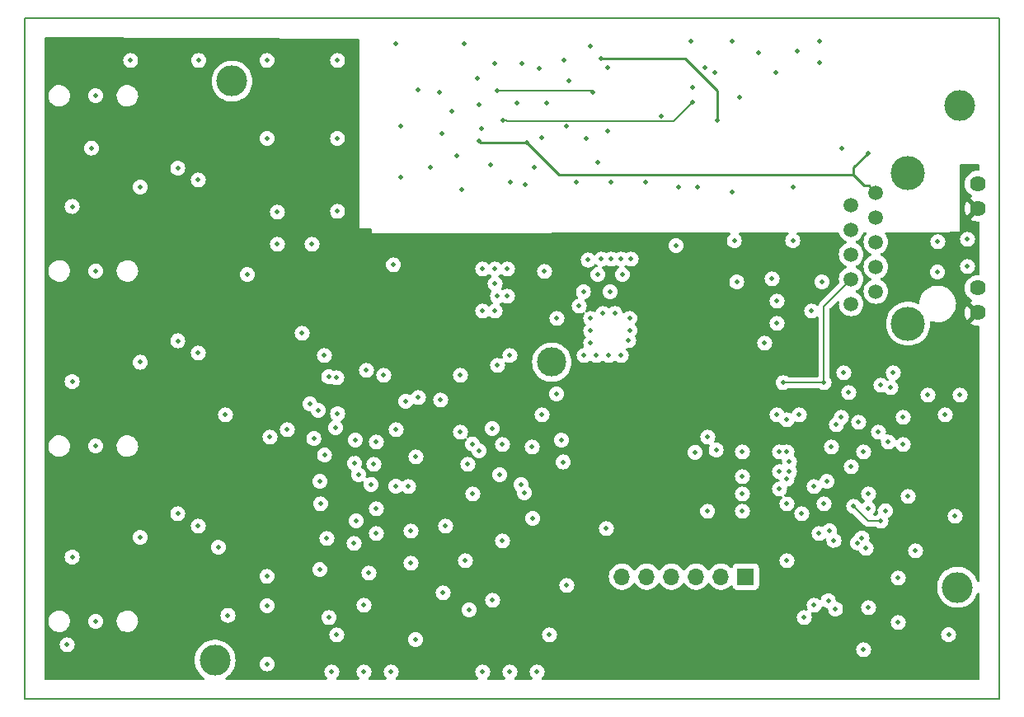
<source format=gbr>
%TF.GenerationSoftware,KiCad,Pcbnew,7.0.10*%
%TF.CreationDate,2025-02-13T15:15:04-06:00*%
%TF.ProjectId,IR2IP,49523249-502e-46b6-9963-61645f706362,rev?*%
%TF.SameCoordinates,PX55fe290PY8062360*%
%TF.FileFunction,Copper,L2,Inr*%
%TF.FilePolarity,Positive*%
%FSLAX46Y46*%
G04 Gerber Fmt 4.6, Leading zero omitted, Abs format (unit mm)*
G04 Created by KiCad (PCBNEW 7.0.10) date 2025-02-13 15:15:04*
%MOMM*%
%LPD*%
G01*
G04 APERTURE LIST*
%TA.AperFunction,ComponentPad*%
%ADD10C,1.500000*%
%TD*%
%TA.AperFunction,ComponentPad*%
%ADD11C,1.620000*%
%TD*%
%TA.AperFunction,ComponentPad*%
%ADD12C,3.500000*%
%TD*%
%TA.AperFunction,ComponentPad*%
%ADD13R,1.700000X1.700000*%
%TD*%
%TA.AperFunction,ComponentPad*%
%ADD14O,1.700000X1.700000*%
%TD*%
%TA.AperFunction,ComponentPad*%
%ADD15C,3.000000*%
%TD*%
%TA.AperFunction,WasherPad*%
%ADD16C,3.175000*%
%TD*%
%TA.AperFunction,ViaPad*%
%ADD17C,0.508000*%
%TD*%
%TA.AperFunction,Conductor*%
%ADD18C,0.254000*%
%TD*%
%TA.AperFunction,Conductor*%
%ADD19C,0.127000*%
%TD*%
%TA.AperFunction,Profile*%
%ADD20C,0.150000*%
%TD*%
G04 APERTURE END LIST*
D10*
%TO.N,/Ethernet/RDP*%
%TO.C,J1*%
X84830000Y40615000D03*
%TO.N,/Ethernet/RDN*%
X87370000Y41885000D03*
%TO.N,Net-(J1-RCT)*%
X84830000Y43155000D03*
%TO.N,Net-(J1-TCT)*%
X87370000Y44425000D03*
%TO.N,/Ethernet/TXP*%
X84830000Y45695000D03*
%TO.N,/Ethernet/TXN*%
X87370000Y46965000D03*
%TO.N,N/C*%
X84830000Y48235000D03*
X87370000Y49505000D03*
%TO.N,VPORTP*%
X84830000Y50775000D03*
%TO.N,VPORTN*%
X87370000Y52045000D03*
D11*
%TO.N,+3V3*%
X97800000Y39700000D03*
%TO.N,Net-(J1-YK)*%
X97800000Y42240000D03*
%TO.N,+3V3*%
X97800000Y50420000D03*
%TO.N,Net-(J1-GK)*%
X97800000Y52960000D03*
D12*
%TO.N,GND*%
X90670000Y54075000D03*
X90670000Y38585000D03*
%TD*%
D13*
%TO.N,Net-(J2-Pin_1)*%
%TO.C,J2*%
X74000000Y12600000D03*
D14*
%TO.N,TXOUT*%
X71460000Y12600000D03*
%TO.N,RXIN*%
X68920000Y12600000D03*
%TO.N,Net-(J2-Pin_4)*%
X66380000Y12600000D03*
%TO.N,/PROGRAMMING/~{ERASE_CMD}*%
X63840000Y12600000D03*
%TO.N,GND*%
X61300000Y12600000D03*
%TD*%
D15*
%TO.N,GND*%
%TO.C,TP1*%
X54080000Y34620000D03*
%TD*%
D16*
%TO.N,*%
%TO.C,REF\u002A\u002A*%
X95750000Y11500000D03*
%TD*%
%TO.N,*%
%TO.C,REF\u002A\u002A*%
X96000000Y61000000D03*
%TD*%
%TO.N,*%
%TO.C,REF\u002A\u002A*%
X21250000Y63500000D03*
%TD*%
%TO.N,*%
%TO.C,REF\u002A\u002A*%
X19500000Y4000000D03*
%TD*%
D17*
%TO.N,VPORTP*%
X71120000Y59436000D03*
X83830000Y56620000D03*
X59182000Y65786000D03*
%TO.N,VPORTN*%
X46580000Y57370000D03*
X51562000Y57150000D03*
X51054000Y65278000D03*
X86580000Y56120000D03*
%TO.N,GNDPWR*%
X72580000Y52120000D03*
X75330000Y66370000D03*
X77080000Y64370000D03*
X70830000Y64370000D03*
X72580000Y67620000D03*
X58080000Y67120000D03*
X55330000Y65620000D03*
X51330000Y52870000D03*
X41580000Y54620000D03*
X43830000Y60370000D03*
X46580000Y61120000D03*
X55580000Y58870000D03*
X38080000Y67370000D03*
X45080000Y67370000D03*
X40330000Y62620000D03*
X44830000Y52370000D03*
X81580000Y65370000D03*
X81580000Y67620000D03*
X46482000Y63754000D03*
X56642000Y53086000D03*
X73330000Y61870000D03*
X52324000Y54610000D03*
X67080000Y52620000D03*
X44330000Y55870000D03*
X50546000Y61214000D03*
X69088000Y52620000D03*
X46830000Y58620000D03*
X59830000Y58370000D03*
X68580000Y62870000D03*
X47830000Y54870000D03*
X49830000Y53120000D03*
X38580000Y58870000D03*
X48260000Y65278000D03*
X78830000Y52620000D03*
X42580000Y62370000D03*
X55880000Y63500000D03*
X65330000Y59870000D03*
X68330000Y67620000D03*
X58830000Y55120000D03*
X63754000Y53086000D03*
X42830000Y58120000D03*
X53086000Y57658000D03*
X79330000Y66620000D03*
X52832000Y64770000D03*
X60198000Y53086000D03*
X53594000Y61214000D03*
X38580000Y53620000D03*
X57580000Y57620000D03*
%TO.N,GND*%
X36830000Y33274000D03*
X28448000Y37592000D03*
X30734000Y35306000D03*
X32004000Y33020000D03*
X35052000Y33782000D03*
X40386000Y30988000D03*
X42672000Y30734000D03*
X44704000Y33274000D03*
X48514000Y34290000D03*
X44704000Y27432000D03*
X45466000Y24130000D03*
X36068000Y26416000D03*
X38100000Y27686000D03*
X35814000Y24130000D03*
X40132000Y24892000D03*
X49022000Y26162000D03*
X52070000Y25908000D03*
X39370000Y21844000D03*
X45974000Y21082000D03*
X36068000Y19558000D03*
X36068000Y17018000D03*
X43180000Y17780000D03*
X35306000Y12954000D03*
X39624000Y17272000D03*
X39624000Y13970000D03*
X45212000Y14224000D03*
X49022000Y16256000D03*
X42926000Y10922000D03*
X34798000Y9652000D03*
X48006000Y10160000D03*
X32004000Y6604000D03*
X53848000Y6604000D03*
X53086000Y29210000D03*
X4318000Y5588000D03*
X20574000Y29210000D03*
X59690000Y17526000D03*
X55626000Y11684000D03*
X78232000Y14224000D03*
X26924000Y27686000D03*
X78232000Y25400000D03*
X78232000Y28702000D03*
X73660000Y25400000D03*
X73660000Y22860000D03*
X70104000Y26924000D03*
X73660000Y21082000D03*
X73660000Y19304000D03*
X79756000Y19050000D03*
X78232000Y22606000D03*
X78232000Y20066000D03*
X82042000Y20066000D03*
X82330000Y22370000D03*
X86614000Y21082000D03*
X84836000Y23876000D03*
X86106000Y25400000D03*
X90170000Y26162000D03*
X90170000Y28956000D03*
X86614000Y9398000D03*
X80010000Y8382000D03*
X52578000Y2794000D03*
X49784000Y2794000D03*
X46990000Y2794000D03*
X37592000Y2794000D03*
X34798000Y2794000D03*
X31496000Y2794000D03*
X60580000Y39620000D03*
X59330000Y39620000D03*
X56896000Y40386000D03*
X58080000Y39116000D03*
X58080000Y37846000D03*
X58080000Y36576000D03*
X57404000Y35306000D03*
X58674000Y35306000D03*
X59944000Y35306000D03*
X61214000Y35306000D03*
X62080000Y39116000D03*
X62080000Y37870000D03*
X61976000Y36830000D03*
X46990000Y44196000D03*
X48260000Y44196000D03*
X49530000Y44196000D03*
X49530000Y41402000D03*
X48514000Y41402000D03*
X48260000Y42672000D03*
X48260000Y39878000D03*
X46990000Y39878000D03*
X54610000Y39116000D03*
X61330000Y43620000D03*
X61214000Y45212000D03*
X60198000Y45212000D03*
X59182000Y45212000D03*
X57830000Y45120000D03*
X58830000Y43620000D03*
X60080000Y41870000D03*
X62230000Y45212000D03*
X57330000Y41870000D03*
X81830000Y42870000D03*
X76708000Y43180000D03*
X80772000Y39878000D03*
X75946000Y36576000D03*
X84582000Y31496000D03*
X79502000Y29210000D03*
X83820000Y28956000D03*
X77470000Y21590000D03*
X96774000Y47244000D03*
X96774000Y44450000D03*
X93726000Y46990000D03*
X93680000Y43870000D03*
X94488000Y29210000D03*
X90678000Y20828000D03*
X95504000Y18796000D03*
X91440000Y15240000D03*
X89662000Y12446000D03*
X89662000Y7874000D03*
X86106000Y5080000D03*
X25908000Y50038000D03*
X29464000Y46736000D03*
X25908000Y46736000D03*
X30988000Y16510000D03*
X30280000Y22370000D03*
X30330000Y20070000D03*
X52130000Y18570000D03*
X78830000Y47120000D03*
X72830000Y47120000D03*
X32080000Y65620000D03*
X32080000Y57620000D03*
X32080000Y50120000D03*
X24830000Y65620000D03*
X17830000Y65620000D03*
X10830000Y65620000D03*
X6830000Y56620000D03*
X4830000Y50620000D03*
X4830000Y32620000D03*
X11830000Y52620000D03*
X11830000Y34620000D03*
X4830000Y14620000D03*
X11830000Y16620000D03*
X24830000Y12620000D03*
X24830000Y9620000D03*
X19830000Y15620000D03*
X24830000Y3620000D03*
X20830000Y8620000D03*
X22830000Y43620000D03*
X37830000Y44620000D03*
X24830000Y57620000D03*
X54580000Y31370000D03*
X73080000Y42870000D03*
X66830000Y46620000D03*
X94830000Y6620000D03*
X7250000Y8000000D03*
X7250000Y26000000D03*
X7250000Y44000000D03*
X7250000Y62000000D03*
X17780000Y53340000D03*
X83058000Y16319490D03*
X53340000Y43942000D03*
X17780000Y17780000D03*
X82804000Y25908000D03*
X17780000Y35560000D03*
X87884000Y32258000D03*
X87630000Y27432000D03*
%TO.N,+3V3*%
X67818000Y17018000D03*
X21590000Y17780000D03*
X30480000Y18415000D03*
X28930000Y12270000D03*
X28930000Y9420000D03*
X24130000Y16020000D03*
X68830000Y34620000D03*
X68830000Y36620000D03*
X70580000Y34870000D03*
X71830000Y22370000D03*
X57912000Y29972000D03*
X57912000Y32512000D03*
X67056000Y31496000D03*
X59944000Y33528000D03*
X18288000Y20574000D03*
X64080000Y36576000D03*
X61976000Y32512000D03*
X61976000Y31242000D03*
X46482000Y30734000D03*
X18288000Y56134000D03*
X9652000Y4318000D03*
X55880000Y41148000D03*
X43434000Y43942000D03*
X58928000Y28956000D03*
X64080000Y33528000D03*
X68830000Y35620000D03*
X18034000Y13462000D03*
X66040000Y31496000D03*
X33782000Y19558000D03*
X33782000Y17018000D03*
X55372000Y17526000D03*
X61214000Y22860000D03*
X64080000Y35620000D03*
X50292000Y5842000D03*
X44958000Y43942000D03*
X68830000Y32512000D03*
X57912000Y31242000D03*
X60960000Y33528000D03*
X60960000Y28956000D03*
X83312000Y19812000D03*
X33782000Y5842000D03*
X64770000Y20574000D03*
X59944000Y28956000D03*
X64080000Y34620000D03*
X68072000Y31496000D03*
X68830000Y33528000D03*
X33782000Y14732000D03*
X61976000Y33528000D03*
X61976000Y28956000D03*
X57912000Y33528000D03*
X58928000Y33528000D03*
X44958000Y39878000D03*
X64008000Y31496000D03*
X57912000Y28956000D03*
X42926000Y41402000D03*
X73152000Y28448000D03*
X61976000Y29972000D03*
X18288000Y38354000D03*
X64080000Y32512000D03*
X43434000Y40132000D03*
X42926000Y42672000D03*
X33782000Y25146000D03*
X35306000Y5842000D03*
X70330000Y29120000D03*
X79248000Y17526000D03*
X65024000Y31496000D03*
X30988000Y28194000D03*
%TO.N,Net-(Q3-S)*%
X69830000Y64870000D03*
X59830000Y64870000D03*
%TO.N,Net-(U1-SENSE)*%
X58330000Y62370000D03*
X48514000Y62484000D03*
%TO.N,+3.3VA*%
X78486000Y24384000D03*
X77470000Y25400000D03*
X77470000Y23368000D03*
X78486000Y23368000D03*
X85598000Y28448000D03*
X88646000Y26416000D03*
X88900000Y32004000D03*
X81026000Y21844000D03*
X77216000Y29210000D03*
X89154000Y33528000D03*
X84074000Y33528000D03*
X77216000Y40894000D03*
X77216000Y38608000D03*
X83312000Y28194000D03*
%TO.N,Net-(J1-RCT)*%
X77850000Y32512000D03*
X82042000Y32512000D03*
%TO.N,/Ethernet/LINKLED*%
X96012000Y31242000D03*
X81534000Y17018000D03*
%TO.N,/Ethernet/ACTLED*%
X92710000Y31242000D03*
X82610317Y17332317D03*
%TO.N,/SAM3X8E Power/VDDCORE*%
X34230000Y23073236D03*
X34004300Y18345400D03*
%TO.N,TXOUT*%
X70964600Y25595100D03*
%TO.N,RXIN*%
X47965700Y27820300D03*
X68787500Y25374400D03*
X45962000Y26225600D03*
%TO.N,IRREC*%
X39080000Y30620000D03*
X38080000Y21870000D03*
%TO.N,Net-(U5B-DFSDP)*%
X30750563Y25080646D03*
X30113300Y29682800D03*
%TO.N,Net-(U5B-DHSDP)*%
X29649500Y26775200D03*
X29246400Y30319900D03*
%TO.N,Net-(U5B-DFSDM)*%
X33830000Y24220000D03*
X25146000Y26924000D03*
%TO.N,Net-(U5B-DHSDM)*%
X32088700Y29319400D03*
X33900900Y26642200D03*
%TO.N,~{IRTXEN1}*%
X49784000Y35306000D03*
X51252500Y21211200D03*
%TO.N,~{IRTXEN2}*%
X31885300Y27902400D03*
X46606800Y25535300D03*
X31172500Y33147200D03*
X50936800Y22038600D03*
%TO.N,~{IRTXEN3}*%
X30251800Y13298200D03*
X31212500Y8379000D03*
X45595000Y9183700D03*
X48747500Y23053100D03*
%TO.N,IRTX*%
X15680000Y36820000D03*
X15680000Y54570000D03*
X15680000Y19050000D03*
X33782000Y16002000D03*
%TO.N,ECSn*%
X83223800Y9267600D03*
X85447400Y16065479D03*
%TO.N,SCLK*%
X82474718Y10096510D03*
X85937046Y16573490D03*
%TO.N,MISO*%
X85090000Y19812000D03*
X87884000Y18288000D03*
%TO.N,MOSI*%
X86360000Y15494000D03*
X81026000Y9652000D03*
%TO.N,TIMER_PULSE*%
X40080000Y6120000D03*
X55080000Y26620000D03*
%TO.N,~{MASTER_RESET}*%
X35530000Y22070000D03*
X88330000Y19370000D03*
X70080000Y19304000D03*
%TO.N,Net-(Q3-G)*%
X68580000Y61370000D03*
X49080000Y59499500D03*
%TO.N,~{EINT}*%
X55270501Y24370000D03*
X86580000Y19620000D03*
%TD*%
D18*
%TO.N,VPORTP*%
X67818000Y65786000D02*
X59182000Y65786000D01*
X71120000Y62484000D02*
X67818000Y65786000D01*
X71120000Y59436000D02*
X71120000Y62484000D01*
%TO.N,VPORTN*%
X54864000Y53848000D02*
X51562000Y57150000D01*
X86143000Y52795000D02*
X85090000Y53848000D01*
X85090000Y53848000D02*
X54864000Y53848000D01*
X51562000Y57150000D02*
X46800000Y57150000D01*
X87370000Y52045000D02*
X86620000Y52795000D01*
X85090000Y54630000D02*
X86580000Y56120000D01*
X85090000Y53848000D02*
X85090000Y54630000D01*
X46800000Y57150000D02*
X46580000Y57370000D01*
X86620000Y52795000D02*
X86143000Y52795000D01*
D19*
%TO.N,Net-(U1-SENSE)*%
X48514000Y62484000D02*
X58216000Y62484000D01*
X58216000Y62484000D02*
X58330000Y62370000D01*
%TO.N,Net-(J1-RCT)*%
X77850000Y32512000D02*
X82042000Y32512000D01*
X82042000Y32512000D02*
X82042000Y40367000D01*
X82042000Y40367000D02*
X84830000Y43155000D01*
%TO.N,MISO*%
X87884000Y18288000D02*
X86614000Y18288000D01*
X86614000Y18288000D02*
X85090000Y19812000D01*
%TO.N,Net-(Q3-G)*%
X49513211Y59425499D02*
X66635499Y59425499D01*
X66635499Y59425499D02*
X68326001Y61116001D01*
X68326001Y61116001D02*
X68580000Y61370000D01*
X49080000Y59499500D02*
X49439210Y59499500D01*
X49439210Y59499500D02*
X49513211Y59425499D01*
%TD*%
%TA.AperFunction,Conductor*%
%TO.N,+3V3*%
G36*
X34204491Y67875326D02*
G01*
X34272531Y67855060D01*
X34318815Y67801225D01*
X34330000Y67749327D01*
X34330000Y48370000D01*
X35454000Y48370000D01*
X35522121Y48349998D01*
X35568614Y48296342D01*
X35580000Y48244000D01*
X35580000Y47870001D01*
X35580000Y47870000D01*
X72278476Y47948961D01*
X72346636Y47929106D01*
X72393244Y47875551D01*
X72403499Y47805299D01*
X72374145Y47740655D01*
X72356336Y47725314D01*
X72357117Y47724335D01*
X72351580Y47719920D01*
X72230080Y47598420D01*
X72230079Y47598418D01*
X72138665Y47452934D01*
X72138664Y47452931D01*
X72081912Y47290745D01*
X72062675Y47120000D01*
X72081912Y46949256D01*
X72138664Y46787070D01*
X72138665Y46787067D01*
X72230079Y46641583D01*
X72230080Y46641581D01*
X72351580Y46520081D01*
X72351582Y46520080D01*
X72497066Y46428666D01*
X72497067Y46428666D01*
X72497070Y46428664D01*
X72659254Y46371913D01*
X72659253Y46371913D01*
X72676543Y46369966D01*
X72830000Y46352675D01*
X73000746Y46371913D01*
X73162930Y46428664D01*
X73308419Y46520081D01*
X73429919Y46641581D01*
X73521336Y46787070D01*
X73578087Y46949254D01*
X73597325Y47120000D01*
X73578087Y47290746D01*
X73521336Y47452930D01*
X73521334Y47452933D01*
X73521334Y47452934D01*
X73429920Y47598418D01*
X73429919Y47598420D01*
X73308419Y47719920D01*
X73302883Y47724335D01*
X73304085Y47725843D01*
X73263419Y47771821D01*
X73252601Y47841988D01*
X73281435Y47906866D01*
X73340768Y47945855D01*
X73377214Y47951325D01*
X78299092Y47961915D01*
X78367252Y47942060D01*
X78413860Y47888505D01*
X78424115Y47818253D01*
X78394761Y47753609D01*
X78366398Y47729230D01*
X78351579Y47719919D01*
X78230080Y47598420D01*
X78230079Y47598418D01*
X78138665Y47452934D01*
X78138664Y47452931D01*
X78081912Y47290745D01*
X78062675Y47120000D01*
X78081912Y46949256D01*
X78138664Y46787070D01*
X78138665Y46787067D01*
X78230079Y46641583D01*
X78230080Y46641581D01*
X78351580Y46520081D01*
X78351582Y46520080D01*
X78497066Y46428666D01*
X78497067Y46428666D01*
X78497070Y46428664D01*
X78659254Y46371913D01*
X78659253Y46371913D01*
X78676543Y46369966D01*
X78830000Y46352675D01*
X79000746Y46371913D01*
X79162930Y46428664D01*
X79308419Y46520081D01*
X79429919Y46641581D01*
X79521336Y46787070D01*
X79578087Y46949254D01*
X79597325Y47120000D01*
X79578087Y47290746D01*
X79521336Y47452930D01*
X79521334Y47452933D01*
X79521334Y47452934D01*
X79429920Y47598418D01*
X79429919Y47598420D01*
X79308420Y47719919D01*
X79289981Y47731505D01*
X79242944Y47784684D01*
X79232124Y47854852D01*
X79260957Y47919730D01*
X79320289Y47958720D01*
X79356735Y47964191D01*
X83500329Y47973106D01*
X83568489Y47953251D01*
X83615097Y47899696D01*
X83622301Y47879725D01*
X83634159Y47835471D01*
X83642880Y47802924D01*
X83642881Y47802921D01*
X83699577Y47681336D01*
X83735944Y47603346D01*
X83830422Y47468418D01*
X83862251Y47422962D01*
X83862254Y47422958D01*
X84017957Y47267255D01*
X84017961Y47267252D01*
X84017962Y47267251D01*
X84198346Y47140944D01*
X84243261Y47120000D01*
X84330768Y47079195D01*
X84384053Y47032278D01*
X84403514Y46964001D01*
X84382972Y46896041D01*
X84330768Y46850805D01*
X84198346Y46789056D01*
X84017965Y46662752D01*
X84017959Y46662747D01*
X83862253Y46507041D01*
X83862248Y46507035D01*
X83735944Y46326654D01*
X83642881Y46127080D01*
X83642879Y46127074D01*
X83600436Y45968676D01*
X83585885Y45914371D01*
X83566693Y45695000D01*
X83582085Y45519059D01*
X83585885Y45475630D01*
X83642879Y45262927D01*
X83642881Y45262921D01*
X83725600Y45085528D01*
X83735944Y45063346D01*
X83830422Y44928418D01*
X83862251Y44882962D01*
X83862254Y44882958D01*
X84017957Y44727255D01*
X84017961Y44727252D01*
X84017962Y44727251D01*
X84198346Y44600944D01*
X84301693Y44552753D01*
X84330768Y44539195D01*
X84384053Y44492278D01*
X84403514Y44424001D01*
X84382972Y44356041D01*
X84330768Y44310805D01*
X84198346Y44249056D01*
X84017965Y44122752D01*
X84017959Y44122747D01*
X83862253Y43967041D01*
X83862248Y43967035D01*
X83735944Y43786654D01*
X83642881Y43587080D01*
X83642879Y43587074D01*
X83605412Y43447247D01*
X83585885Y43374371D01*
X83566693Y43155000D01*
X83585885Y42935629D01*
X83612664Y42835690D01*
X83610974Y42764714D01*
X83580052Y42713984D01*
X81669886Y40803818D01*
X81657499Y40792954D01*
X81634046Y40774957D01*
X81611023Y40744955D01*
X81611024Y40744954D01*
X81558159Y40676061D01*
X81558160Y40676060D01*
X81542360Y40655470D01*
X81542358Y40655467D01*
X81484719Y40516314D01*
X81483573Y40512035D01*
X81481622Y40508836D01*
X81481563Y40508692D01*
X81481540Y40508702D01*
X81446616Y40451416D01*
X81382752Y40420401D01*
X81312258Y40428837D01*
X81272775Y40455564D01*
X81250419Y40477920D01*
X81250417Y40477921D01*
X81104933Y40569335D01*
X81104930Y40569336D01*
X81041406Y40591564D01*
X80942746Y40626087D01*
X80942744Y40626088D01*
X80942746Y40626088D01*
X80772000Y40645325D01*
X80601255Y40626088D01*
X80439069Y40569336D01*
X80439066Y40569335D01*
X80293582Y40477921D01*
X80293580Y40477920D01*
X80172080Y40356420D01*
X80172079Y40356418D01*
X80080665Y40210934D01*
X80080664Y40210931D01*
X80023912Y40048745D01*
X80004675Y39878000D01*
X80023912Y39707256D01*
X80080664Y39545070D01*
X80080665Y39545067D01*
X80172079Y39399583D01*
X80172080Y39399581D01*
X80293580Y39278081D01*
X80293582Y39278080D01*
X80439066Y39186666D01*
X80439067Y39186666D01*
X80439070Y39186664D01*
X80601254Y39129913D01*
X80601253Y39129913D01*
X80618543Y39127966D01*
X80772000Y39110675D01*
X80942746Y39129913D01*
X81104930Y39186664D01*
X81250419Y39278081D01*
X81254905Y39282566D01*
X81317217Y39316592D01*
X81388032Y39311527D01*
X81444868Y39268980D01*
X81469679Y39202460D01*
X81470000Y39193471D01*
X81470000Y33210000D01*
X81449998Y33141879D01*
X81396342Y33095386D01*
X81344000Y33084000D01*
X78407518Y33084000D01*
X78339397Y33104002D01*
X78328953Y33111493D01*
X78328412Y33111925D01*
X78182933Y33203335D01*
X78182930Y33203336D01*
X78020746Y33260087D01*
X78020744Y33260088D01*
X78020746Y33260088D01*
X77850000Y33279325D01*
X77679255Y33260088D01*
X77517069Y33203336D01*
X77517066Y33203335D01*
X77371582Y33111921D01*
X77371580Y33111920D01*
X77250080Y32990420D01*
X77250079Y32990418D01*
X77158665Y32844934D01*
X77158664Y32844931D01*
X77101912Y32682745D01*
X77082675Y32512000D01*
X77101912Y32341256D01*
X77158664Y32179070D01*
X77158665Y32179067D01*
X77250079Y32033583D01*
X77250080Y32033581D01*
X77371580Y31912081D01*
X77371582Y31912080D01*
X77517066Y31820666D01*
X77517067Y31820666D01*
X77517070Y31820664D01*
X77679254Y31763913D01*
X77679253Y31763913D01*
X77696543Y31761966D01*
X77850000Y31744675D01*
X78020746Y31763913D01*
X78182930Y31820664D01*
X78233877Y31852676D01*
X78328412Y31912076D01*
X78328417Y31912080D01*
X78328419Y31912081D01*
X78328421Y31912084D01*
X78328953Y31912507D01*
X78329368Y31912677D01*
X78334411Y31915845D01*
X78334965Y31914963D01*
X78394682Y31939344D01*
X78407518Y31940000D01*
X81484482Y31940000D01*
X81552603Y31919998D01*
X81563047Y31912507D01*
X81563587Y31912076D01*
X81709066Y31820666D01*
X81709067Y31820666D01*
X81709070Y31820664D01*
X81871254Y31763913D01*
X81871253Y31763913D01*
X81888543Y31761966D01*
X82042000Y31744675D01*
X82212746Y31763913D01*
X82374930Y31820664D01*
X82520419Y31912081D01*
X82641919Y32033581D01*
X82733336Y32179070D01*
X82790087Y32341254D01*
X82809325Y32512000D01*
X82790087Y32682746D01*
X82733336Y32844930D01*
X82733334Y32844933D01*
X82733334Y32844934D01*
X82641920Y32990419D01*
X82641487Y32990962D01*
X82641316Y32991380D01*
X82638155Y32996411D01*
X82639036Y32996965D01*
X82614655Y33056693D01*
X82614000Y33069519D01*
X82614000Y33528000D01*
X83306675Y33528000D01*
X83325912Y33357256D01*
X83382664Y33195070D01*
X83382665Y33195067D01*
X83474079Y33049583D01*
X83474080Y33049581D01*
X83595580Y32928081D01*
X83595582Y32928080D01*
X83741066Y32836666D01*
X83741067Y32836666D01*
X83741070Y32836664D01*
X83903254Y32779913D01*
X83903253Y32779913D01*
X83920543Y32777966D01*
X84074000Y32760675D01*
X84244746Y32779913D01*
X84406930Y32836664D01*
X84552419Y32928081D01*
X84673919Y33049581D01*
X84765336Y33195070D01*
X84822087Y33357254D01*
X84841325Y33528000D01*
X84822087Y33698746D01*
X84765336Y33860930D01*
X84765334Y33860933D01*
X84765334Y33860934D01*
X84673920Y34006418D01*
X84673919Y34006420D01*
X84552419Y34127920D01*
X84552417Y34127921D01*
X84406933Y34219335D01*
X84406930Y34219336D01*
X84244746Y34276087D01*
X84244744Y34276088D01*
X84244746Y34276088D01*
X84074000Y34295325D01*
X83903255Y34276088D01*
X83741069Y34219336D01*
X83741066Y34219335D01*
X83595582Y34127921D01*
X83595580Y34127920D01*
X83474080Y34006420D01*
X83474079Y34006418D01*
X83382665Y33860934D01*
X83382664Y33860931D01*
X83325912Y33698745D01*
X83306675Y33528000D01*
X82614000Y33528000D01*
X82614000Y38584997D01*
X88406654Y38584997D01*
X88426016Y38289579D01*
X88426018Y38289565D01*
X88457842Y38129581D01*
X88482010Y38008080D01*
X88483776Y37999205D01*
X88483778Y37999195D01*
X88578938Y37718863D01*
X88578944Y37718849D01*
X88709883Y37453330D01*
X88874359Y37207173D01*
X88874361Y37207170D01*
X88874367Y37207162D01*
X89069573Y36984573D01*
X89292162Y36789367D01*
X89538327Y36624885D01*
X89803855Y36493941D01*
X90084203Y36398776D01*
X90374574Y36341017D01*
X90543388Y36329953D01*
X90669997Y36321654D01*
X90670000Y36321654D01*
X90670003Y36321654D01*
X90780784Y36328916D01*
X90965426Y36341017D01*
X91255797Y36398776D01*
X91536145Y36493941D01*
X91801673Y36624885D01*
X92047838Y36789367D01*
X92270427Y36984573D01*
X92465633Y37207162D01*
X92630115Y37453327D01*
X92761059Y37718855D01*
X92856224Y37999203D01*
X92913983Y38289574D01*
X92933346Y38585000D01*
X92924621Y38718110D01*
X92940124Y38787390D01*
X92990624Y38837292D01*
X93060087Y38851971D01*
X93086642Y38847008D01*
X93311119Y38779473D01*
X93311126Y38779472D01*
X93582727Y38739500D01*
X93582731Y38739500D01*
X93788547Y38739500D01*
X93993805Y38754523D01*
X94261775Y38814216D01*
X94518198Y38912289D01*
X94757609Y39046653D01*
X94974904Y39214443D01*
X95165454Y39412084D01*
X95325196Y39635363D01*
X95450727Y39879521D01*
X95450727Y39879522D01*
X95450729Y39879525D01*
X95518398Y40077880D01*
X95539370Y40139354D01*
X95571136Y40311335D01*
X95589235Y40409318D01*
X95589236Y40409329D01*
X95589276Y40410434D01*
X95599262Y40683680D01*
X95579376Y40864418D01*
X95569237Y40956567D01*
X95545574Y41047080D01*
X95499796Y41222182D01*
X95498126Y41226111D01*
X95445277Y41350476D01*
X95392423Y41474852D01*
X95249405Y41709196D01*
X95073791Y41920218D01*
X95073787Y41920221D01*
X95073786Y41920223D01*
X94869333Y42103415D01*
X94869320Y42103425D01*
X94640359Y42254904D01*
X94391779Y42371433D01*
X94232223Y42419436D01*
X94128875Y42450529D01*
X93857272Y42490500D01*
X93857269Y42490500D01*
X93651453Y42490500D01*
X93446191Y42475477D01*
X93178231Y42415786D01*
X93178219Y42415782D01*
X92921801Y42317711D01*
X92682397Y42183351D01*
X92682393Y42183349D01*
X92465094Y42015556D01*
X92465093Y42015555D01*
X92274548Y41817919D01*
X92114807Y41594642D01*
X92114803Y41594636D01*
X91989270Y41350476D01*
X91900631Y41090652D01*
X91900628Y41090639D01*
X91850764Y40820683D01*
X91850763Y40820673D01*
X91847110Y40720690D01*
X91824633Y40653346D01*
X91769316Y40608843D01*
X91698720Y40601313D01*
X91665466Y40612286D01*
X91536152Y40676056D01*
X91536147Y40676058D01*
X91536145Y40676059D01*
X91536141Y40676061D01*
X91536137Y40676062D01*
X91255805Y40771222D01*
X91255799Y40771224D01*
X91255797Y40771224D01*
X91139878Y40794282D01*
X90965435Y40828982D01*
X90965421Y40828984D01*
X90670003Y40848346D01*
X90669997Y40848346D01*
X90374578Y40828984D01*
X90374564Y40828982D01*
X90142137Y40782748D01*
X90084203Y40771224D01*
X90084201Y40771224D01*
X90084194Y40771222D01*
X89803862Y40676062D01*
X89803848Y40676056D01*
X89538329Y40545117D01*
X89292172Y40380641D01*
X89292165Y40380636D01*
X89292162Y40380633D01*
X89069573Y40185427D01*
X88874367Y39962838D01*
X88874364Y39962835D01*
X88874359Y39962828D01*
X88709883Y39716671D01*
X88578944Y39451152D01*
X88578938Y39451138D01*
X88483778Y39170806D01*
X88483776Y39170796D01*
X88426018Y38880436D01*
X88426016Y38880422D01*
X88406654Y38585004D01*
X88406654Y38584997D01*
X82614000Y38584997D01*
X82614000Y40077880D01*
X82634002Y40146001D01*
X82650899Y40166970D01*
X83366756Y40882827D01*
X83429065Y40916849D01*
X83499880Y40911785D01*
X83556716Y40869238D01*
X83581527Y40802718D01*
X83581369Y40782752D01*
X83575062Y40710664D01*
X83567279Y40621693D01*
X83566693Y40615000D01*
X83585885Y40395629D01*
X83596392Y40356418D01*
X83642879Y40182927D01*
X83642881Y40182921D01*
X83682285Y40098419D01*
X83735944Y39983346D01*
X83843037Y39830402D01*
X83862251Y39802962D01*
X83862254Y39802958D01*
X84017957Y39647255D01*
X84017961Y39647252D01*
X84017962Y39647251D01*
X84198346Y39520944D01*
X84397924Y39427880D01*
X84610629Y39370885D01*
X84830000Y39351693D01*
X85049371Y39370885D01*
X85262076Y39427880D01*
X85461654Y39520944D01*
X85642038Y39647251D01*
X85797749Y39802962D01*
X85924056Y39983346D01*
X86017120Y40182924D01*
X86074115Y40395629D01*
X86093307Y40615000D01*
X86074115Y40834371D01*
X86017120Y41047076D01*
X85924056Y41246653D01*
X85797749Y41427038D01*
X85642038Y41582749D01*
X85638343Y41585336D01*
X85606010Y41607977D01*
X85461654Y41709056D01*
X85461648Y41709059D01*
X85461648Y41709060D01*
X85329232Y41770805D01*
X85275946Y41817722D01*
X85256485Y41885999D01*
X85277026Y41953959D01*
X85329232Y41999195D01*
X85461648Y42060941D01*
X85461648Y42060942D01*
X85461654Y42060944D01*
X85642038Y42187251D01*
X85797749Y42342962D01*
X85924056Y42523346D01*
X86017120Y42722924D01*
X86074115Y42935629D01*
X86093307Y43155000D01*
X86074115Y43374371D01*
X86017120Y43587076D01*
X85924056Y43786653D01*
X85797749Y43967038D01*
X85642038Y44122749D01*
X85615140Y44141583D01*
X85592666Y44157320D01*
X85461654Y44249056D01*
X85461648Y44249059D01*
X85461648Y44249060D01*
X85329232Y44310805D01*
X85275946Y44357722D01*
X85256485Y44425999D01*
X85277026Y44493959D01*
X85329232Y44539195D01*
X85461648Y44600941D01*
X85461648Y44600942D01*
X85461654Y44600944D01*
X85642038Y44727251D01*
X85797749Y44882962D01*
X85924056Y45063346D01*
X86017120Y45262924D01*
X86074115Y45475629D01*
X86093307Y45695000D01*
X86074115Y45914371D01*
X86017120Y46127076D01*
X85924056Y46326653D01*
X85797749Y46507038D01*
X85642038Y46662749D01*
X85461654Y46789056D01*
X85461648Y46789059D01*
X85461648Y46789060D01*
X85329232Y46850805D01*
X85275946Y46897722D01*
X85256485Y46965999D01*
X85277026Y47033959D01*
X85329232Y47079195D01*
X85461648Y47140941D01*
X85461648Y47140942D01*
X85461654Y47140944D01*
X85642038Y47267251D01*
X85797749Y47422962D01*
X85924056Y47603346D01*
X86017120Y47802924D01*
X86039231Y47885445D01*
X86076181Y47946064D01*
X86140042Y47977086D01*
X86160649Y47978830D01*
X86301448Y47979133D01*
X86369607Y47959278D01*
X86416216Y47905723D01*
X86426471Y47835471D01*
X86404928Y47780864D01*
X86275945Y47596657D01*
X86182881Y47397080D01*
X86182879Y47397074D01*
X86154388Y47290745D01*
X86125885Y47184371D01*
X86106693Y46965000D01*
X86125885Y46745629D01*
X86153765Y46641581D01*
X86182879Y46532927D01*
X86182881Y46532921D01*
X86231496Y46428666D01*
X86275944Y46333346D01*
X86353437Y46222675D01*
X86402251Y46152962D01*
X86402254Y46152958D01*
X86557957Y45997255D01*
X86557961Y45997252D01*
X86557962Y45997251D01*
X86738346Y45870944D01*
X86814455Y45835454D01*
X86870768Y45809195D01*
X86924053Y45762278D01*
X86943514Y45694001D01*
X86922972Y45626041D01*
X86870768Y45580805D01*
X86738346Y45519056D01*
X86557965Y45392752D01*
X86557959Y45392747D01*
X86402253Y45237041D01*
X86402248Y45237035D01*
X86275944Y45056654D01*
X86182881Y44857080D01*
X86182879Y44857074D01*
X86138469Y44691336D01*
X86125885Y44644371D01*
X86106693Y44425000D01*
X86125885Y44205629D01*
X86150773Y44112746D01*
X86174216Y44025256D01*
X86182880Y43992924D01*
X86275944Y43793346D01*
X86384422Y43638424D01*
X86402251Y43612962D01*
X86402254Y43612958D01*
X86557957Y43457255D01*
X86557961Y43457252D01*
X86557962Y43457251D01*
X86738346Y43330944D01*
X86786122Y43308666D01*
X86870768Y43269195D01*
X86924053Y43222278D01*
X86943514Y43154001D01*
X86922972Y43086041D01*
X86870768Y43040805D01*
X86738346Y42979056D01*
X86557965Y42852752D01*
X86557959Y42852747D01*
X86402253Y42697041D01*
X86402248Y42697035D01*
X86275944Y42516654D01*
X86182881Y42317080D01*
X86182879Y42317074D01*
X86138135Y42150088D01*
X86125885Y42104371D01*
X86106693Y41885000D01*
X86125885Y41665629D01*
X86132193Y41642088D01*
X86182879Y41452927D01*
X86182881Y41452921D01*
X86262785Y41281566D01*
X86275944Y41253346D01*
X86389873Y41090639D01*
X86402251Y41072962D01*
X86402254Y41072958D01*
X86557957Y40917255D01*
X86557961Y40917252D01*
X86557962Y40917251D01*
X86738346Y40790944D01*
X86937924Y40697880D01*
X87150629Y40640885D01*
X87370000Y40621693D01*
X87589371Y40640885D01*
X87802076Y40697880D01*
X88001654Y40790944D01*
X88182038Y40917251D01*
X88337749Y41072962D01*
X88464056Y41253346D01*
X88557120Y41452924D01*
X88614115Y41665629D01*
X88633307Y41885000D01*
X88614115Y42104371D01*
X88557120Y42317076D01*
X88464056Y42516653D01*
X88337749Y42697038D01*
X88182038Y42852749D01*
X88001654Y42979056D01*
X88001648Y42979059D01*
X88001648Y42979060D01*
X87869232Y43040805D01*
X87815946Y43087722D01*
X87796485Y43155999D01*
X87817026Y43223959D01*
X87869232Y43269195D01*
X88001648Y43330941D01*
X88001648Y43330942D01*
X88001654Y43330944D01*
X88182038Y43457251D01*
X88337749Y43612962D01*
X88464056Y43793346D01*
X88499800Y43870000D01*
X92912675Y43870000D01*
X92931912Y43699256D01*
X92988664Y43537070D01*
X92988665Y43537067D01*
X93080079Y43391583D01*
X93080080Y43391581D01*
X93201580Y43270081D01*
X93201582Y43270080D01*
X93347066Y43178666D01*
X93347067Y43178666D01*
X93347070Y43178664D01*
X93509254Y43121913D01*
X93509253Y43121913D01*
X93526543Y43119966D01*
X93680000Y43102675D01*
X93850746Y43121913D01*
X94012930Y43178664D01*
X94158419Y43270081D01*
X94279919Y43391581D01*
X94371336Y43537070D01*
X94428087Y43699254D01*
X94447325Y43870000D01*
X94428087Y44040746D01*
X94371336Y44202930D01*
X94371334Y44202933D01*
X94371334Y44202934D01*
X94279920Y44348418D01*
X94279919Y44348420D01*
X94178339Y44450000D01*
X96006675Y44450000D01*
X96025912Y44279256D01*
X96082664Y44117070D01*
X96082665Y44117067D01*
X96174079Y43971583D01*
X96174080Y43971581D01*
X96295580Y43850081D01*
X96295582Y43850080D01*
X96441066Y43758666D01*
X96441067Y43758666D01*
X96441070Y43758664D01*
X96603254Y43701913D01*
X96603253Y43701913D01*
X96620543Y43699966D01*
X96774000Y43682675D01*
X96944746Y43701913D01*
X97106930Y43758664D01*
X97252419Y43850081D01*
X97373919Y43971581D01*
X97465336Y44117070D01*
X97522087Y44279254D01*
X97541325Y44450000D01*
X97522087Y44620746D01*
X97465336Y44782930D01*
X97465334Y44782933D01*
X97465334Y44782934D01*
X97373920Y44928418D01*
X97373919Y44928420D01*
X97252419Y45049920D01*
X97252417Y45049921D01*
X97106933Y45141335D01*
X97106930Y45141336D01*
X96944746Y45198087D01*
X96944744Y45198088D01*
X96944746Y45198088D01*
X96774000Y45217325D01*
X96603255Y45198088D01*
X96441069Y45141336D01*
X96441066Y45141335D01*
X96295582Y45049921D01*
X96295580Y45049920D01*
X96174080Y44928420D01*
X96174079Y44928418D01*
X96082665Y44782934D01*
X96082664Y44782931D01*
X96025912Y44620745D01*
X96006675Y44450000D01*
X94178339Y44450000D01*
X94158419Y44469920D01*
X94158417Y44469921D01*
X94012933Y44561335D01*
X94012930Y44561336D01*
X93850746Y44618087D01*
X93850744Y44618088D01*
X93850746Y44618088D01*
X93680000Y44637325D01*
X93509255Y44618088D01*
X93347069Y44561336D01*
X93347066Y44561335D01*
X93201582Y44469921D01*
X93201580Y44469920D01*
X93080080Y44348420D01*
X93080079Y44348418D01*
X92988665Y44202934D01*
X92988664Y44202931D01*
X92931912Y44040745D01*
X92912675Y43870000D01*
X88499800Y43870000D01*
X88557120Y43992924D01*
X88614115Y44205629D01*
X88633307Y44425000D01*
X88614115Y44644371D01*
X88557120Y44857076D01*
X88464056Y45056653D01*
X88337749Y45237038D01*
X88182038Y45392749D01*
X88001654Y45519056D01*
X88001648Y45519059D01*
X88001648Y45519060D01*
X87869232Y45580805D01*
X87815946Y45627722D01*
X87796485Y45695999D01*
X87817026Y45763959D01*
X87869232Y45809195D01*
X88001648Y45870941D01*
X88001648Y45870942D01*
X88001654Y45870944D01*
X88182038Y45997251D01*
X88337749Y46152962D01*
X88464056Y46333346D01*
X88557120Y46532924D01*
X88614115Y46745629D01*
X88633307Y46965000D01*
X88614115Y47184371D01*
X88557120Y47397076D01*
X88464056Y47596653D01*
X88337749Y47777038D01*
X88334594Y47781544D01*
X88335593Y47782244D01*
X88309541Y47841776D01*
X88320761Y47911881D01*
X88368101Y47964790D01*
X88434251Y47983722D01*
X93589864Y47994815D01*
X93658026Y47974959D01*
X93704634Y47921404D01*
X93714889Y47851152D01*
X93685535Y47786508D01*
X93625891Y47747996D01*
X93604241Y47743607D01*
X93555255Y47738088D01*
X93393069Y47681336D01*
X93393066Y47681335D01*
X93247582Y47589921D01*
X93247580Y47589920D01*
X93126080Y47468420D01*
X93126079Y47468418D01*
X93034665Y47322934D01*
X93034664Y47322931D01*
X92977912Y47160745D01*
X92958675Y46990000D01*
X92977912Y46819256D01*
X93034664Y46657070D01*
X93034665Y46657067D01*
X93126079Y46511583D01*
X93126080Y46511581D01*
X93247580Y46390081D01*
X93247582Y46390080D01*
X93393066Y46298666D01*
X93393067Y46298666D01*
X93393070Y46298664D01*
X93555254Y46241913D01*
X93555253Y46241913D01*
X93572543Y46239966D01*
X93726000Y46222675D01*
X93896746Y46241913D01*
X94058930Y46298664D01*
X94204419Y46390081D01*
X94325919Y46511581D01*
X94417336Y46657070D01*
X94474087Y46819254D01*
X94493325Y46990000D01*
X94474087Y47160746D01*
X94444955Y47244000D01*
X96006675Y47244000D01*
X96025912Y47073256D01*
X96082664Y46911070D01*
X96082665Y46911067D01*
X96174079Y46765583D01*
X96174080Y46765581D01*
X96295580Y46644081D01*
X96295582Y46644080D01*
X96441066Y46552666D01*
X96441067Y46552666D01*
X96441070Y46552664D01*
X96603254Y46495913D01*
X96603253Y46495913D01*
X96620543Y46493966D01*
X96774000Y46476675D01*
X96944746Y46495913D01*
X97106930Y46552664D01*
X97252419Y46644081D01*
X97373919Y46765581D01*
X97465336Y46911070D01*
X97522087Y47073254D01*
X97541325Y47244000D01*
X97522087Y47414746D01*
X97465336Y47576930D01*
X97465334Y47576933D01*
X97465334Y47576934D01*
X97373920Y47722418D01*
X97373919Y47722420D01*
X97252419Y47843920D01*
X97252417Y47843921D01*
X97106933Y47935335D01*
X97106930Y47935336D01*
X97087714Y47942060D01*
X96944746Y47992087D01*
X96944744Y47992088D01*
X96944746Y47992088D01*
X96774000Y48011325D01*
X96603255Y47992088D01*
X96441069Y47935336D01*
X96441066Y47935335D01*
X96295582Y47843921D01*
X96295580Y47843920D01*
X96174080Y47722420D01*
X96174079Y47722418D01*
X96082665Y47576934D01*
X96082664Y47576931D01*
X96025912Y47414745D01*
X96006675Y47244000D01*
X94444955Y47244000D01*
X94417336Y47322930D01*
X94417334Y47322933D01*
X94417334Y47322934D01*
X94325920Y47468418D01*
X94325919Y47468420D01*
X94204419Y47589920D01*
X94204417Y47589921D01*
X94058933Y47681335D01*
X94058930Y47681336D01*
X93896746Y47738087D01*
X93896744Y47738088D01*
X93896746Y47738088D01*
X93842666Y47744181D01*
X93777213Y47771685D01*
X93737020Y47830209D01*
X93734849Y47901173D01*
X93771387Y47962045D01*
X93835036Y47993500D01*
X93856491Y47995389D01*
X96000000Y48000000D01*
X96000000Y54874000D01*
X96020002Y54942121D01*
X96073658Y54988614D01*
X96126000Y55000000D01*
X97874000Y55000000D01*
X97942121Y54979998D01*
X97988614Y54926342D01*
X98000000Y54874000D01*
X98000000Y54403544D01*
X97979998Y54335423D01*
X97926342Y54288930D01*
X97863020Y54278023D01*
X97800000Y54283536D01*
X97570170Y54263429D01*
X97347326Y54203718D01*
X97347320Y54203716D01*
X97138231Y54106216D01*
X96949250Y53973890D01*
X96949244Y53973885D01*
X96786115Y53810756D01*
X96786110Y53810750D01*
X96653784Y53621769D01*
X96556284Y53412680D01*
X96556282Y53412674D01*
X96519840Y53276670D01*
X96496571Y53189830D01*
X96476464Y52960000D01*
X96496571Y52730170D01*
X96518411Y52648664D01*
X96556282Y52507327D01*
X96556284Y52507321D01*
X96653784Y52298232D01*
X96778583Y52120000D01*
X96786113Y52109247D01*
X96949247Y51946113D01*
X97138232Y51813784D01*
X97142800Y51811654D01*
X97159385Y51803920D01*
X97212670Y51757004D01*
X97232132Y51688727D01*
X97211591Y51620766D01*
X97159390Y51575532D01*
X97138483Y51565783D01*
X97064928Y51514282D01*
X97663580Y50915630D01*
X97654839Y50914373D01*
X97521438Y50853451D01*
X97410605Y50757413D01*
X97331318Y50634040D01*
X97307583Y50553208D01*
X96705719Y51155072D01*
X96654218Y51081518D01*
X96556755Y50872508D01*
X96556753Y50872504D01*
X96497065Y50649742D01*
X96476965Y50420000D01*
X96497065Y50190259D01*
X96556753Y49967497D01*
X96556755Y49967493D01*
X96654219Y49758480D01*
X96705719Y49684931D01*
X97307582Y50286794D01*
X97331318Y50205960D01*
X97410605Y50082587D01*
X97521438Y49986549D01*
X97654839Y49925627D01*
X97663577Y49924371D01*
X97064929Y49325722D01*
X97064929Y49325719D01*
X97138478Y49274220D01*
X97347491Y49176756D01*
X97347496Y49176754D01*
X97570258Y49117066D01*
X97799999Y49096966D01*
X97863018Y49102479D01*
X97932623Y49088490D01*
X97983615Y49039091D01*
X98000000Y48976958D01*
X98000000Y43683544D01*
X97979998Y43615423D01*
X97926342Y43568930D01*
X97863020Y43558023D01*
X97800000Y43563536D01*
X97570170Y43543429D01*
X97347326Y43483718D01*
X97347320Y43483716D01*
X97138231Y43386216D01*
X96949250Y43253890D01*
X96949244Y43253885D01*
X96786115Y43090756D01*
X96786110Y43090750D01*
X96653784Y42901769D01*
X96556284Y42692680D01*
X96556282Y42692674D01*
X96509117Y42516653D01*
X96496571Y42469830D01*
X96476464Y42240000D01*
X96496571Y42010170D01*
X96520674Y41920218D01*
X96539099Y41851453D01*
X96556283Y41787324D01*
X96592780Y41709056D01*
X96653784Y41578232D01*
X96759653Y41427035D01*
X96786113Y41389247D01*
X96949247Y41226113D01*
X97138232Y41093784D01*
X97152722Y41087028D01*
X97159385Y41083920D01*
X97212670Y41037004D01*
X97232132Y40968727D01*
X97211591Y40900766D01*
X97159390Y40855532D01*
X97138483Y40845783D01*
X97064928Y40794282D01*
X97663580Y40195630D01*
X97654839Y40194373D01*
X97521438Y40133451D01*
X97410605Y40037413D01*
X97331318Y39914040D01*
X97307583Y39833208D01*
X96705719Y40435072D01*
X96654218Y40361518D01*
X96556755Y40152508D01*
X96556753Y40152504D01*
X96497065Y39929742D01*
X96476965Y39700000D01*
X96497065Y39470259D01*
X96556753Y39247497D01*
X96556755Y39247493D01*
X96654219Y39038480D01*
X96705719Y38964931D01*
X97307582Y39566794D01*
X97331318Y39485960D01*
X97410605Y39362587D01*
X97521438Y39266549D01*
X97654839Y39205627D01*
X97663577Y39204371D01*
X97064929Y38605722D01*
X97064929Y38605719D01*
X97138478Y38554220D01*
X97347491Y38456756D01*
X97347496Y38456754D01*
X97570258Y38397066D01*
X97799999Y38376966D01*
X97863018Y38382479D01*
X97932623Y38368490D01*
X97983615Y38319091D01*
X98000000Y38256958D01*
X98000000Y12158857D01*
X97979998Y12090736D01*
X97926342Y12044243D01*
X97856068Y12034139D01*
X97791488Y12063633D01*
X97755275Y12116662D01*
X97746418Y12141583D01*
X97676967Y12337000D01*
X97545048Y12591593D01*
X97379690Y12825851D01*
X97183977Y13035410D01*
X97175124Y13042613D01*
X96961547Y13216370D01*
X96716550Y13365356D01*
X96716546Y13365358D01*
X96716544Y13365359D01*
X96453551Y13479593D01*
X96453549Y13479594D01*
X96453548Y13479594D01*
X96177440Y13556956D01*
X96177439Y13556957D01*
X96177436Y13556957D01*
X95893383Y13596000D01*
X95893370Y13596000D01*
X95606630Y13596000D01*
X95606616Y13596000D01*
X95322563Y13556957D01*
X95046448Y13479593D01*
X94783455Y13365359D01*
X94783450Y13365357D01*
X94783450Y13365356D01*
X94544293Y13219921D01*
X94538450Y13216368D01*
X94316022Y13035410D01*
X94120309Y12825851D01*
X93954952Y12591594D01*
X93954952Y12591593D01*
X93823033Y12337001D01*
X93727009Y12066817D01*
X93727007Y12066809D01*
X93692063Y11898644D01*
X93682511Y11852676D01*
X93668669Y11786065D01*
X93668668Y11786059D01*
X93649102Y11500005D01*
X93649102Y11499996D01*
X93668668Y11213942D01*
X93668669Y11213936D01*
X93668670Y11213928D01*
X93695653Y11084080D01*
X93727007Y10933192D01*
X93727009Y10933184D01*
X93788588Y10759919D01*
X93823033Y10663000D01*
X93954952Y10408407D01*
X94104389Y10196703D01*
X94120310Y10174149D01*
X94316025Y9964588D01*
X94538453Y9783630D01*
X94783450Y9634644D01*
X95046452Y9520406D01*
X95322560Y9443044D01*
X95410194Y9431000D01*
X95606616Y9404001D01*
X95606630Y9404000D01*
X95893370Y9404000D01*
X95893383Y9404001D01*
X96060594Y9426985D01*
X96177440Y9443044D01*
X96453548Y9520406D01*
X96716550Y9634644D01*
X96961547Y9783630D01*
X97183975Y9964588D01*
X97379690Y10174149D01*
X97545048Y10408407D01*
X97676967Y10663000D01*
X97755276Y10883341D01*
X97796935Y10940828D01*
X97863062Y10966668D01*
X97932662Y10952655D01*
X97983637Y10903239D01*
X98000000Y10841144D01*
X98000000Y2126000D01*
X97979998Y2057879D01*
X97926342Y2011386D01*
X97874000Y2000000D01*
X53166529Y2000000D01*
X53098408Y2020002D01*
X53051915Y2073658D01*
X53041811Y2143932D01*
X53071305Y2208512D01*
X53077434Y2215095D01*
X53177919Y2315581D01*
X53177920Y2315583D01*
X53269334Y2461067D01*
X53269333Y2461067D01*
X53269336Y2461070D01*
X53326087Y2623254D01*
X53345325Y2794000D01*
X53326087Y2964746D01*
X53269336Y3126930D01*
X53269334Y3126933D01*
X53269334Y3126934D01*
X53177920Y3272418D01*
X53177919Y3272420D01*
X53056419Y3393920D01*
X53056417Y3393921D01*
X52910933Y3485335D01*
X52910930Y3485336D01*
X52748746Y3542087D01*
X52748744Y3542088D01*
X52748746Y3542088D01*
X52578000Y3561325D01*
X52407255Y3542088D01*
X52245069Y3485336D01*
X52245066Y3485335D01*
X52099582Y3393921D01*
X52099580Y3393920D01*
X51978080Y3272420D01*
X51978079Y3272418D01*
X51886665Y3126934D01*
X51886664Y3126931D01*
X51829912Y2964745D01*
X51810675Y2794000D01*
X51829912Y2623256D01*
X51886664Y2461070D01*
X51886665Y2461067D01*
X51978079Y2315583D01*
X51978080Y2315581D01*
X52078566Y2215095D01*
X52112592Y2152783D01*
X52107527Y2081968D01*
X52064980Y2025132D01*
X51998460Y2000321D01*
X51989471Y2000000D01*
X50372529Y2000000D01*
X50304408Y2020002D01*
X50257915Y2073658D01*
X50247811Y2143932D01*
X50277305Y2208512D01*
X50283434Y2215095D01*
X50383919Y2315581D01*
X50383920Y2315583D01*
X50475334Y2461067D01*
X50475333Y2461067D01*
X50475336Y2461070D01*
X50532087Y2623254D01*
X50551325Y2794000D01*
X50532087Y2964746D01*
X50475336Y3126930D01*
X50475334Y3126933D01*
X50475334Y3126934D01*
X50383920Y3272418D01*
X50383919Y3272420D01*
X50262419Y3393920D01*
X50262417Y3393921D01*
X50116933Y3485335D01*
X50116930Y3485336D01*
X49954746Y3542087D01*
X49954744Y3542088D01*
X49954746Y3542088D01*
X49784000Y3561325D01*
X49613255Y3542088D01*
X49451069Y3485336D01*
X49451066Y3485335D01*
X49305582Y3393921D01*
X49305580Y3393920D01*
X49184080Y3272420D01*
X49184079Y3272418D01*
X49092665Y3126934D01*
X49092664Y3126931D01*
X49035912Y2964745D01*
X49016675Y2794000D01*
X49035912Y2623256D01*
X49092664Y2461070D01*
X49092665Y2461067D01*
X49184079Y2315583D01*
X49184080Y2315581D01*
X49284566Y2215095D01*
X49318592Y2152783D01*
X49313527Y2081968D01*
X49270980Y2025132D01*
X49204460Y2000321D01*
X49195471Y2000000D01*
X47578529Y2000000D01*
X47510408Y2020002D01*
X47463915Y2073658D01*
X47453811Y2143932D01*
X47483305Y2208512D01*
X47489434Y2215095D01*
X47589919Y2315581D01*
X47589920Y2315583D01*
X47681334Y2461067D01*
X47681333Y2461067D01*
X47681336Y2461070D01*
X47738087Y2623254D01*
X47757325Y2794000D01*
X47738087Y2964746D01*
X47681336Y3126930D01*
X47681334Y3126933D01*
X47681334Y3126934D01*
X47589920Y3272418D01*
X47589919Y3272420D01*
X47468419Y3393920D01*
X47468417Y3393921D01*
X47322933Y3485335D01*
X47322930Y3485336D01*
X47160746Y3542087D01*
X47160744Y3542088D01*
X47160746Y3542088D01*
X46990000Y3561325D01*
X46819255Y3542088D01*
X46657069Y3485336D01*
X46657066Y3485335D01*
X46511582Y3393921D01*
X46511580Y3393920D01*
X46390080Y3272420D01*
X46390079Y3272418D01*
X46298665Y3126934D01*
X46298664Y3126931D01*
X46241912Y2964745D01*
X46222675Y2794000D01*
X46241912Y2623256D01*
X46298664Y2461070D01*
X46298665Y2461067D01*
X46390079Y2315583D01*
X46390080Y2315581D01*
X46490566Y2215095D01*
X46524592Y2152783D01*
X46519527Y2081968D01*
X46476980Y2025132D01*
X46410460Y2000321D01*
X46401471Y2000000D01*
X38180529Y2000000D01*
X38112408Y2020002D01*
X38065915Y2073658D01*
X38055811Y2143932D01*
X38085305Y2208512D01*
X38091434Y2215095D01*
X38191919Y2315581D01*
X38191920Y2315583D01*
X38283334Y2461067D01*
X38283333Y2461067D01*
X38283336Y2461070D01*
X38340087Y2623254D01*
X38359325Y2794000D01*
X38340087Y2964746D01*
X38283336Y3126930D01*
X38283334Y3126933D01*
X38283334Y3126934D01*
X38191920Y3272418D01*
X38191919Y3272420D01*
X38070419Y3393920D01*
X38070417Y3393921D01*
X37924933Y3485335D01*
X37924930Y3485336D01*
X37762746Y3542087D01*
X37762744Y3542088D01*
X37762746Y3542088D01*
X37592000Y3561325D01*
X37421255Y3542088D01*
X37259069Y3485336D01*
X37259066Y3485335D01*
X37113582Y3393921D01*
X37113580Y3393920D01*
X36992080Y3272420D01*
X36992079Y3272418D01*
X36900665Y3126934D01*
X36900664Y3126931D01*
X36843912Y2964745D01*
X36824675Y2794000D01*
X36843912Y2623256D01*
X36900664Y2461070D01*
X36900665Y2461067D01*
X36992079Y2315583D01*
X36992080Y2315581D01*
X37092566Y2215095D01*
X37126592Y2152783D01*
X37121527Y2081968D01*
X37078980Y2025132D01*
X37012460Y2000321D01*
X37003471Y2000000D01*
X35386529Y2000000D01*
X35318408Y2020002D01*
X35271915Y2073658D01*
X35261811Y2143932D01*
X35291305Y2208512D01*
X35297434Y2215095D01*
X35397919Y2315581D01*
X35397920Y2315583D01*
X35489334Y2461067D01*
X35489333Y2461067D01*
X35489336Y2461070D01*
X35546087Y2623254D01*
X35565325Y2794000D01*
X35546087Y2964746D01*
X35489336Y3126930D01*
X35489334Y3126933D01*
X35489334Y3126934D01*
X35397920Y3272418D01*
X35397919Y3272420D01*
X35276419Y3393920D01*
X35276417Y3393921D01*
X35130933Y3485335D01*
X35130930Y3485336D01*
X34968746Y3542087D01*
X34968744Y3542088D01*
X34968746Y3542088D01*
X34798000Y3561325D01*
X34627255Y3542088D01*
X34465069Y3485336D01*
X34465066Y3485335D01*
X34319582Y3393921D01*
X34319580Y3393920D01*
X34198080Y3272420D01*
X34198079Y3272418D01*
X34106665Y3126934D01*
X34106664Y3126931D01*
X34049912Y2964745D01*
X34030675Y2794000D01*
X34049912Y2623256D01*
X34106664Y2461070D01*
X34106665Y2461067D01*
X34198079Y2315583D01*
X34198080Y2315581D01*
X34298566Y2215095D01*
X34332592Y2152783D01*
X34327527Y2081968D01*
X34284980Y2025132D01*
X34218460Y2000321D01*
X34209471Y2000000D01*
X32084529Y2000000D01*
X32016408Y2020002D01*
X31969915Y2073658D01*
X31959811Y2143932D01*
X31989305Y2208512D01*
X31995434Y2215095D01*
X32095919Y2315581D01*
X32095920Y2315583D01*
X32187334Y2461067D01*
X32187333Y2461067D01*
X32187336Y2461070D01*
X32244087Y2623254D01*
X32263325Y2794000D01*
X32244087Y2964746D01*
X32187336Y3126930D01*
X32187334Y3126933D01*
X32187334Y3126934D01*
X32095920Y3272418D01*
X32095919Y3272420D01*
X31974419Y3393920D01*
X31974417Y3393921D01*
X31828933Y3485335D01*
X31828930Y3485336D01*
X31666746Y3542087D01*
X31666744Y3542088D01*
X31666746Y3542088D01*
X31496000Y3561325D01*
X31325255Y3542088D01*
X31163069Y3485336D01*
X31163066Y3485335D01*
X31017582Y3393921D01*
X31017580Y3393920D01*
X30896080Y3272420D01*
X30896079Y3272418D01*
X30804665Y3126934D01*
X30804664Y3126931D01*
X30747912Y2964745D01*
X30728675Y2794000D01*
X30747912Y2623256D01*
X30804664Y2461070D01*
X30804665Y2461067D01*
X30896079Y2315583D01*
X30896080Y2315581D01*
X30996566Y2215095D01*
X31030592Y2152783D01*
X31025527Y2081968D01*
X30982980Y2025132D01*
X30916460Y2000321D01*
X30907471Y2000000D01*
X20694837Y2000000D01*
X20626716Y2020002D01*
X20580223Y2073658D01*
X20570119Y2143932D01*
X20599613Y2208512D01*
X20629366Y2233656D01*
X20711547Y2283630D01*
X20933975Y2464588D01*
X21129690Y2674149D01*
X21295048Y2908407D01*
X21426967Y3163000D01*
X21522991Y3433185D01*
X21561812Y3620000D01*
X24062675Y3620000D01*
X24081912Y3449256D01*
X24138664Y3287070D01*
X24138665Y3287067D01*
X24230079Y3141583D01*
X24230080Y3141581D01*
X24351580Y3020081D01*
X24351582Y3020080D01*
X24497066Y2928666D01*
X24497067Y2928666D01*
X24497070Y2928664D01*
X24659254Y2871913D01*
X24659253Y2871913D01*
X24676543Y2869966D01*
X24830000Y2852675D01*
X25000746Y2871913D01*
X25162930Y2928664D01*
X25308419Y3020081D01*
X25429919Y3141581D01*
X25521336Y3287070D01*
X25578087Y3449254D01*
X25597325Y3620000D01*
X25578087Y3790746D01*
X25521336Y3952930D01*
X25521334Y3952933D01*
X25521334Y3952934D01*
X25429920Y4098418D01*
X25429919Y4098420D01*
X25308419Y4219920D01*
X25308417Y4219921D01*
X25162933Y4311335D01*
X25162930Y4311336D01*
X25159103Y4312675D01*
X25000746Y4368087D01*
X25000744Y4368088D01*
X25000746Y4368088D01*
X24830000Y4387325D01*
X24659255Y4368088D01*
X24497069Y4311336D01*
X24497066Y4311335D01*
X24351582Y4219921D01*
X24351580Y4219920D01*
X24230080Y4098420D01*
X24230079Y4098418D01*
X24138665Y3952934D01*
X24138664Y3952931D01*
X24081912Y3790745D01*
X24062675Y3620000D01*
X21561812Y3620000D01*
X21581330Y3713928D01*
X21581331Y3713942D01*
X21600898Y3999996D01*
X21600898Y4000005D01*
X21581331Y4286059D01*
X21581330Y4286065D01*
X21581330Y4286072D01*
X21522991Y4566815D01*
X21426967Y4837000D01*
X21301055Y5080000D01*
X85338675Y5080000D01*
X85357912Y4909256D01*
X85414664Y4747070D01*
X85414665Y4747067D01*
X85506079Y4601583D01*
X85506080Y4601581D01*
X85627580Y4480081D01*
X85627582Y4480080D01*
X85773066Y4388666D01*
X85773067Y4388666D01*
X85773070Y4388664D01*
X85935254Y4331913D01*
X85935253Y4331913D01*
X85952543Y4329966D01*
X86106000Y4312675D01*
X86276746Y4331913D01*
X86438930Y4388664D01*
X86584419Y4480081D01*
X86705919Y4601581D01*
X86797336Y4747070D01*
X86854087Y4909254D01*
X86873325Y5080000D01*
X86854087Y5250746D01*
X86797336Y5412930D01*
X86797334Y5412933D01*
X86797334Y5412934D01*
X86705920Y5558418D01*
X86705919Y5558420D01*
X86584419Y5679920D01*
X86584417Y5679921D01*
X86438933Y5771335D01*
X86438930Y5771336D01*
X86276746Y5828087D01*
X86276744Y5828088D01*
X86276746Y5828088D01*
X86106000Y5847325D01*
X85935255Y5828088D01*
X85773069Y5771336D01*
X85773066Y5771335D01*
X85627582Y5679921D01*
X85627580Y5679920D01*
X85506080Y5558420D01*
X85506079Y5558418D01*
X85414665Y5412934D01*
X85414664Y5412931D01*
X85357912Y5250745D01*
X85338675Y5080000D01*
X21301055Y5080000D01*
X21295048Y5091593D01*
X21129690Y5325851D01*
X20933975Y5535412D01*
X20711547Y5716370D01*
X20466550Y5865356D01*
X20466546Y5865358D01*
X20466544Y5865359D01*
X20203551Y5979593D01*
X20203549Y5979594D01*
X20203548Y5979594D01*
X19927440Y6056956D01*
X19927439Y6056957D01*
X19927436Y6056957D01*
X19643383Y6096000D01*
X19643370Y6096000D01*
X19356630Y6096000D01*
X19356616Y6096000D01*
X19072563Y6056957D01*
X18796448Y5979593D01*
X18533455Y5865359D01*
X18533450Y5865357D01*
X18533450Y5865356D01*
X18358138Y5758746D01*
X18288450Y5716368D01*
X18066022Y5535410D01*
X17870309Y5325851D01*
X17704952Y5091594D01*
X17704952Y5091593D01*
X17573033Y4837001D01*
X17477009Y4566817D01*
X17477007Y4566809D01*
X17458985Y4480081D01*
X17424199Y4312675D01*
X17418669Y4286065D01*
X17418668Y4286059D01*
X17399102Y4000005D01*
X17399102Y3999996D01*
X17418668Y3713942D01*
X17418669Y3713936D01*
X17418670Y3713928D01*
X17450381Y3561325D01*
X17477007Y3433192D01*
X17477009Y3433185D01*
X17573033Y3163000D01*
X17704952Y2908407D01*
X17785709Y2794000D01*
X17870310Y2674149D01*
X18066025Y2464588D01*
X18288453Y2283630D01*
X18370632Y2233656D01*
X18418442Y2181172D01*
X18430287Y2111170D01*
X18402407Y2045877D01*
X18343652Y2006023D01*
X18305163Y2000000D01*
X2126000Y2000000D01*
X2057879Y2020002D01*
X2011386Y2073658D01*
X2000000Y2126000D01*
X2000000Y5588000D01*
X3550675Y5588000D01*
X3569912Y5417256D01*
X3626664Y5255070D01*
X3626665Y5255067D01*
X3718079Y5109583D01*
X3718080Y5109581D01*
X3839580Y4988081D01*
X3839582Y4988080D01*
X3985066Y4896666D01*
X3985067Y4896666D01*
X3985070Y4896664D01*
X4147254Y4839913D01*
X4147253Y4839913D01*
X4164543Y4837966D01*
X4318000Y4820675D01*
X4488746Y4839913D01*
X4650930Y4896664D01*
X4796419Y4988081D01*
X4917919Y5109581D01*
X5009336Y5255070D01*
X5066087Y5417254D01*
X5085325Y5588000D01*
X5066087Y5758746D01*
X5009336Y5920930D01*
X5009334Y5920933D01*
X5009334Y5920934D01*
X4917920Y6066418D01*
X4917919Y6066420D01*
X4796419Y6187920D01*
X4796417Y6187921D01*
X4650933Y6279335D01*
X4650930Y6279336D01*
X4628836Y6287067D01*
X4488746Y6336087D01*
X4488744Y6336088D01*
X4488746Y6336088D01*
X4318000Y6355325D01*
X4147255Y6336088D01*
X3985069Y6279336D01*
X3985066Y6279335D01*
X3839582Y6187921D01*
X3839580Y6187920D01*
X3718080Y6066420D01*
X3718079Y6066418D01*
X3626665Y5920934D01*
X3626664Y5920931D01*
X3569912Y5758745D01*
X3550675Y5588000D01*
X2000000Y5588000D01*
X2000000Y6604000D01*
X31236675Y6604000D01*
X31255912Y6433256D01*
X31312664Y6271070D01*
X31312665Y6271067D01*
X31404079Y6125583D01*
X31404080Y6125581D01*
X31525580Y6004081D01*
X31525582Y6004080D01*
X31671066Y5912666D01*
X31671067Y5912666D01*
X31671070Y5912664D01*
X31833254Y5855913D01*
X31833253Y5855913D01*
X31850543Y5853966D01*
X32004000Y5836675D01*
X32174746Y5855913D01*
X32336930Y5912664D01*
X32482419Y6004081D01*
X32598338Y6120000D01*
X39312675Y6120000D01*
X39331912Y5949256D01*
X39388664Y5787070D01*
X39388665Y5787067D01*
X39480079Y5641583D01*
X39480080Y5641581D01*
X39601580Y5520081D01*
X39601582Y5520080D01*
X39747066Y5428666D01*
X39747067Y5428666D01*
X39747070Y5428664D01*
X39909254Y5371913D01*
X39909253Y5371913D01*
X39926543Y5369966D01*
X40080000Y5352675D01*
X40250746Y5371913D01*
X40412930Y5428664D01*
X40558419Y5520081D01*
X40679919Y5641581D01*
X40771336Y5787070D01*
X40828087Y5949254D01*
X40847325Y6120000D01*
X40828087Y6290746D01*
X40771336Y6452930D01*
X40771334Y6452933D01*
X40771334Y6452934D01*
X40679920Y6598418D01*
X40679919Y6598420D01*
X40674339Y6604000D01*
X53080675Y6604000D01*
X53099912Y6433256D01*
X53156664Y6271070D01*
X53156665Y6271067D01*
X53248079Y6125583D01*
X53248080Y6125581D01*
X53369580Y6004081D01*
X53369582Y6004080D01*
X53515066Y5912666D01*
X53515067Y5912666D01*
X53515070Y5912664D01*
X53677254Y5855913D01*
X53677253Y5855913D01*
X53694543Y5853966D01*
X53848000Y5836675D01*
X54018746Y5855913D01*
X54180930Y5912664D01*
X54326419Y6004081D01*
X54447919Y6125581D01*
X54539336Y6271070D01*
X54596087Y6433254D01*
X54615325Y6604000D01*
X54613522Y6620000D01*
X94062675Y6620000D01*
X94081912Y6449256D01*
X94138664Y6287070D01*
X94138665Y6287067D01*
X94230079Y6141583D01*
X94230080Y6141581D01*
X94351580Y6020081D01*
X94351582Y6020080D01*
X94497066Y5928666D01*
X94497067Y5928666D01*
X94497070Y5928664D01*
X94659254Y5871913D01*
X94659253Y5871913D01*
X94676543Y5869966D01*
X94830000Y5852675D01*
X95000746Y5871913D01*
X95162930Y5928664D01*
X95308419Y6020081D01*
X95429919Y6141581D01*
X95521336Y6287070D01*
X95578087Y6449254D01*
X95597325Y6620000D01*
X95578087Y6790746D01*
X95521336Y6952930D01*
X95521334Y6952933D01*
X95521334Y6952934D01*
X95429920Y7098418D01*
X95429919Y7098420D01*
X95308419Y7219920D01*
X95308417Y7219921D01*
X95162933Y7311335D01*
X95162930Y7311336D01*
X95000746Y7368087D01*
X95000744Y7368088D01*
X95000746Y7368088D01*
X94830000Y7387325D01*
X94659255Y7368088D01*
X94497069Y7311336D01*
X94497066Y7311335D01*
X94351582Y7219921D01*
X94351580Y7219920D01*
X94230080Y7098420D01*
X94230079Y7098418D01*
X94138665Y6952934D01*
X94138664Y6952931D01*
X94081912Y6790745D01*
X94062675Y6620000D01*
X54613522Y6620000D01*
X54596087Y6774746D01*
X54539336Y6936930D01*
X54539334Y6936933D01*
X54539334Y6936934D01*
X54447920Y7082418D01*
X54447919Y7082420D01*
X54326419Y7203920D01*
X54326417Y7203921D01*
X54180933Y7295335D01*
X54180930Y7295336D01*
X54142835Y7308666D01*
X54018746Y7352087D01*
X54018744Y7352088D01*
X54018746Y7352088D01*
X53848000Y7371325D01*
X53677255Y7352088D01*
X53515069Y7295336D01*
X53515066Y7295335D01*
X53369582Y7203921D01*
X53369580Y7203920D01*
X53248080Y7082420D01*
X53248079Y7082418D01*
X53156665Y6936934D01*
X53156664Y6936931D01*
X53099912Y6774745D01*
X53080675Y6604000D01*
X40674339Y6604000D01*
X40558419Y6719920D01*
X40558417Y6719921D01*
X40412933Y6811335D01*
X40412930Y6811336D01*
X40250746Y6868087D01*
X40250744Y6868088D01*
X40250746Y6868088D01*
X40080000Y6887325D01*
X39909255Y6868088D01*
X39747069Y6811336D01*
X39747066Y6811335D01*
X39601582Y6719921D01*
X39601580Y6719920D01*
X39480080Y6598420D01*
X39480079Y6598418D01*
X39388665Y6452934D01*
X39388664Y6452931D01*
X39331912Y6290745D01*
X39312675Y6120000D01*
X32598338Y6120000D01*
X32603919Y6125581D01*
X32695336Y6271070D01*
X32752087Y6433254D01*
X32771325Y6604000D01*
X32752087Y6774746D01*
X32695336Y6936930D01*
X32695334Y6936933D01*
X32695334Y6936934D01*
X32603920Y7082418D01*
X32603919Y7082420D01*
X32482419Y7203920D01*
X32482417Y7203921D01*
X32336933Y7295335D01*
X32336930Y7295336D01*
X32298835Y7308666D01*
X32174746Y7352087D01*
X32174744Y7352088D01*
X32174746Y7352088D01*
X32004000Y7371325D01*
X31833255Y7352088D01*
X31671069Y7295336D01*
X31671066Y7295335D01*
X31525582Y7203921D01*
X31525580Y7203920D01*
X31404080Y7082420D01*
X31404079Y7082418D01*
X31312665Y6936934D01*
X31312664Y6936931D01*
X31255912Y6774745D01*
X31236675Y6604000D01*
X2000000Y6604000D01*
X2000000Y8052604D01*
X2395745Y8052604D01*
X2405744Y7842681D01*
X2405746Y7842668D01*
X2455295Y7638428D01*
X2455298Y7638417D01*
X2525885Y7483856D01*
X2542604Y7447247D01*
X2664514Y7276048D01*
X2664516Y7276046D01*
X2664517Y7276045D01*
X2723379Y7219921D01*
X2816622Y7131014D01*
X2993428Y7017387D01*
X3188543Y6939275D01*
X3394915Y6899500D01*
X3394919Y6899500D01*
X3552423Y6899500D01*
X3552425Y6899500D01*
X3709218Y6914472D01*
X3910875Y6973684D01*
X4097682Y7069989D01*
X4262886Y7199908D01*
X4400519Y7358744D01*
X4505604Y7540756D01*
X4574344Y7739367D01*
X4597954Y7903581D01*
X4604254Y7947397D01*
X4601748Y8000000D01*
X6482675Y8000000D01*
X6501912Y7829256D01*
X6558664Y7667070D01*
X6558665Y7667067D01*
X6650079Y7521583D01*
X6650080Y7521581D01*
X6771580Y7400081D01*
X6771582Y7400080D01*
X6917066Y7308666D01*
X6917067Y7308666D01*
X6917070Y7308664D01*
X7079254Y7251913D01*
X7079253Y7251913D01*
X7096543Y7249966D01*
X7250000Y7232675D01*
X7420746Y7251913D01*
X7582930Y7308664D01*
X7728419Y7400081D01*
X7849919Y7521581D01*
X7941336Y7667070D01*
X7998087Y7829254D01*
X8017325Y8000000D01*
X8011398Y8052604D01*
X9395745Y8052604D01*
X9405744Y7842681D01*
X9405746Y7842668D01*
X9455295Y7638428D01*
X9455298Y7638417D01*
X9525885Y7483856D01*
X9542604Y7447247D01*
X9664514Y7276048D01*
X9664516Y7276046D01*
X9664517Y7276045D01*
X9723379Y7219921D01*
X9816622Y7131014D01*
X9993428Y7017387D01*
X10188543Y6939275D01*
X10394915Y6899500D01*
X10394919Y6899500D01*
X10552423Y6899500D01*
X10552425Y6899500D01*
X10709218Y6914472D01*
X10910875Y6973684D01*
X11097682Y7069989D01*
X11262886Y7199908D01*
X11400519Y7358744D01*
X11505604Y7540756D01*
X11574344Y7739367D01*
X11597954Y7903581D01*
X11604254Y7947397D01*
X11594255Y8157320D01*
X11594254Y8157325D01*
X11594254Y8157330D01*
X11544704Y8361576D01*
X11544701Y8361581D01*
X11544701Y8361584D01*
X11493398Y8473920D01*
X11457396Y8552753D01*
X11409510Y8620000D01*
X20062675Y8620000D01*
X20081912Y8449256D01*
X20138664Y8287070D01*
X20138665Y8287067D01*
X20230079Y8141583D01*
X20230080Y8141581D01*
X20351580Y8020081D01*
X20351582Y8020080D01*
X20497066Y7928666D01*
X20497067Y7928666D01*
X20497070Y7928664D01*
X20659254Y7871913D01*
X20659253Y7871913D01*
X20676543Y7869966D01*
X20830000Y7852675D01*
X21000746Y7871913D01*
X21162930Y7928664D01*
X21308419Y8020081D01*
X21429919Y8141581D01*
X21521336Y8287070D01*
X21553504Y8379000D01*
X30445175Y8379000D01*
X30464412Y8208256D01*
X30521164Y8046070D01*
X30521165Y8046067D01*
X30612579Y7900583D01*
X30612580Y7900581D01*
X30734080Y7779081D01*
X30734082Y7779080D01*
X30879566Y7687666D01*
X30879567Y7687666D01*
X30879570Y7687664D01*
X31041754Y7630913D01*
X31041753Y7630913D01*
X31059043Y7628966D01*
X31212500Y7611675D01*
X31383246Y7630913D01*
X31545430Y7687664D01*
X31690919Y7779081D01*
X31812419Y7900581D01*
X31903836Y8046070D01*
X31960587Y8208254D01*
X31979825Y8379000D01*
X31979487Y8382000D01*
X79242675Y8382000D01*
X79261912Y8211256D01*
X79318664Y8049070D01*
X79318665Y8049067D01*
X79410079Y7903583D01*
X79410080Y7903581D01*
X79531580Y7782081D01*
X79531582Y7782080D01*
X79677066Y7690666D01*
X79677067Y7690666D01*
X79677070Y7690664D01*
X79839254Y7633913D01*
X79839253Y7633913D01*
X79856543Y7631966D01*
X80010000Y7614675D01*
X80180746Y7633913D01*
X80342930Y7690664D01*
X80488419Y7782081D01*
X80580338Y7874000D01*
X88894675Y7874000D01*
X88913912Y7703256D01*
X88970664Y7541070D01*
X88970665Y7541067D01*
X89062079Y7395583D01*
X89062080Y7395581D01*
X89183580Y7274081D01*
X89183582Y7274080D01*
X89329066Y7182666D01*
X89329067Y7182666D01*
X89329070Y7182664D01*
X89491254Y7125913D01*
X89491253Y7125913D01*
X89508543Y7123966D01*
X89662000Y7106675D01*
X89832746Y7125913D01*
X89994930Y7182664D01*
X90140419Y7274081D01*
X90261919Y7395581D01*
X90353336Y7541070D01*
X90410087Y7703254D01*
X90429325Y7874000D01*
X90410087Y8044746D01*
X90353336Y8206930D01*
X90353334Y8206933D01*
X90353334Y8206934D01*
X90261920Y8352418D01*
X90261919Y8352420D01*
X90140419Y8473920D01*
X90140417Y8473921D01*
X89994933Y8565335D01*
X89994930Y8565336D01*
X89942220Y8583780D01*
X89832746Y8622087D01*
X89832744Y8622088D01*
X89832746Y8622088D01*
X89662000Y8641325D01*
X89491255Y8622088D01*
X89329069Y8565336D01*
X89329066Y8565335D01*
X89183582Y8473921D01*
X89183580Y8473920D01*
X89062080Y8352420D01*
X89062079Y8352418D01*
X88970665Y8206934D01*
X88970664Y8206931D01*
X88913912Y8044745D01*
X88894675Y7874000D01*
X80580338Y7874000D01*
X80609919Y7903581D01*
X80701336Y8049070D01*
X80758087Y8211254D01*
X80777325Y8382000D01*
X80758087Y8552746D01*
X80701336Y8714930D01*
X80701335Y8714932D01*
X80697322Y8721319D01*
X80678017Y8789641D01*
X80698713Y8857554D01*
X80752841Y8903496D01*
X80823215Y8912882D01*
X80845618Y8907285D01*
X80855254Y8903913D01*
X81026000Y8884675D01*
X81196746Y8903913D01*
X81358930Y8960664D01*
X81504419Y9052081D01*
X81625919Y9173581D01*
X81717336Y9319070D01*
X81769433Y9467956D01*
X81810810Y9525645D01*
X81876810Y9551807D01*
X81946478Y9538134D01*
X81977456Y9515433D01*
X81996298Y9496591D01*
X81996300Y9496590D01*
X82141784Y9405176D01*
X82141785Y9405176D01*
X82141788Y9405174D01*
X82303972Y9348423D01*
X82303971Y9348423D01*
X82349361Y9343309D01*
X82414814Y9315806D01*
X82455007Y9257282D01*
X82460462Y9232208D01*
X82475712Y9096856D01*
X82532464Y8934670D01*
X82532465Y8934667D01*
X82623879Y8789183D01*
X82623880Y8789181D01*
X82745380Y8667681D01*
X82745382Y8667680D01*
X82890866Y8576266D01*
X82890867Y8576266D01*
X82890870Y8576264D01*
X83053054Y8519513D01*
X83053053Y8519513D01*
X83070343Y8517566D01*
X83223800Y8500275D01*
X83394546Y8519513D01*
X83556730Y8576264D01*
X83702219Y8667681D01*
X83823719Y8789181D01*
X83915136Y8934670D01*
X83971887Y9096854D01*
X83991125Y9267600D01*
X83976433Y9398000D01*
X85846675Y9398000D01*
X85865912Y9227256D01*
X85922664Y9065070D01*
X85922665Y9065067D01*
X86014079Y8919583D01*
X86014080Y8919581D01*
X86135580Y8798081D01*
X86135582Y8798080D01*
X86281066Y8706666D01*
X86281067Y8706666D01*
X86281070Y8706664D01*
X86443254Y8649913D01*
X86443253Y8649913D01*
X86460543Y8647966D01*
X86614000Y8630675D01*
X86784746Y8649913D01*
X86946930Y8706664D01*
X87092419Y8798081D01*
X87213919Y8919581D01*
X87305336Y9065070D01*
X87362087Y9227254D01*
X87381325Y9398000D01*
X87362087Y9568746D01*
X87305336Y9730930D01*
X87305334Y9730933D01*
X87305334Y9730934D01*
X87213920Y9876418D01*
X87213919Y9876420D01*
X87092419Y9997920D01*
X87092417Y9997921D01*
X86946933Y10089335D01*
X86946930Y10089336D01*
X86920972Y10098419D01*
X86784746Y10146087D01*
X86784744Y10146088D01*
X86784746Y10146088D01*
X86614000Y10165325D01*
X86443255Y10146088D01*
X86281069Y10089336D01*
X86281066Y10089335D01*
X86135582Y9997921D01*
X86135580Y9997920D01*
X86014080Y9876420D01*
X86014079Y9876418D01*
X85922665Y9730934D01*
X85922664Y9730931D01*
X85865912Y9568745D01*
X85846675Y9398000D01*
X83976433Y9398000D01*
X83971887Y9438346D01*
X83915136Y9600530D01*
X83915134Y9600533D01*
X83915134Y9600534D01*
X83823720Y9746018D01*
X83823719Y9746020D01*
X83702219Y9867520D01*
X83702217Y9867521D01*
X83556733Y9958935D01*
X83556730Y9958936D01*
X83394549Y10015686D01*
X83394548Y10015687D01*
X83394546Y10015687D01*
X83349152Y10020802D01*
X83283702Y10048305D01*
X83243509Y10106830D01*
X83238055Y10131902D01*
X83235489Y10154675D01*
X83222805Y10267256D01*
X83166054Y10429440D01*
X83166052Y10429443D01*
X83166052Y10429444D01*
X83074638Y10574928D01*
X83074637Y10574930D01*
X82953137Y10696430D01*
X82953135Y10696431D01*
X82807651Y10787845D01*
X82807648Y10787846D01*
X82645464Y10844597D01*
X82645462Y10844598D01*
X82645464Y10844598D01*
X82474718Y10863835D01*
X82303973Y10844598D01*
X82141787Y10787846D01*
X82141784Y10787845D01*
X81996300Y10696431D01*
X81996298Y10696430D01*
X81874798Y10574930D01*
X81874797Y10574928D01*
X81783383Y10429444D01*
X81731285Y10280557D01*
X81689906Y10222866D01*
X81623906Y10196703D01*
X81554238Y10210377D01*
X81523261Y10233078D01*
X81504419Y10251920D01*
X81504417Y10251921D01*
X81358933Y10343335D01*
X81358930Y10343336D01*
X81233217Y10387325D01*
X81196746Y10400087D01*
X81196744Y10400088D01*
X81196746Y10400088D01*
X81026000Y10419325D01*
X80855255Y10400088D01*
X80693069Y10343336D01*
X80693066Y10343335D01*
X80547582Y10251921D01*
X80547580Y10251920D01*
X80426080Y10130420D01*
X80426079Y10130418D01*
X80334665Y9984934D01*
X80334664Y9984931D01*
X80277912Y9822745D01*
X80258675Y9652000D01*
X80277912Y9481256D01*
X80334664Y9319070D01*
X80334664Y9319069D01*
X80338679Y9312679D01*
X80357982Y9244357D01*
X80337284Y9176445D01*
X80283155Y9130504D01*
X80212782Y9121120D01*
X80190374Y9126718D01*
X80180743Y9130088D01*
X80180746Y9130088D01*
X80010000Y9149325D01*
X79839255Y9130088D01*
X79677069Y9073336D01*
X79677066Y9073335D01*
X79531582Y8981921D01*
X79531580Y8981920D01*
X79410080Y8860420D01*
X79410079Y8860418D01*
X79318665Y8714934D01*
X79318664Y8714931D01*
X79261912Y8552745D01*
X79242675Y8382000D01*
X31979487Y8382000D01*
X31960587Y8549746D01*
X31903836Y8711930D01*
X31903834Y8711933D01*
X31903834Y8711934D01*
X31812420Y8857418D01*
X31812419Y8857420D01*
X31690919Y8978920D01*
X31690917Y8978921D01*
X31545433Y9070335D01*
X31545430Y9070336D01*
X31536859Y9073335D01*
X31383246Y9127087D01*
X31383244Y9127088D01*
X31383246Y9127088D01*
X31212500Y9146325D01*
X31041755Y9127088D01*
X30879569Y9070336D01*
X30879566Y9070335D01*
X30734082Y8978921D01*
X30734080Y8978920D01*
X30612580Y8857420D01*
X30612579Y8857418D01*
X30521165Y8711934D01*
X30521164Y8711931D01*
X30464412Y8549745D01*
X30445175Y8379000D01*
X21553504Y8379000D01*
X21578087Y8449254D01*
X21597325Y8620000D01*
X21578087Y8790746D01*
X21521336Y8952930D01*
X21521334Y8952933D01*
X21521334Y8952934D01*
X21429920Y9098418D01*
X21429919Y9098420D01*
X21308419Y9219920D01*
X21308417Y9219921D01*
X21162933Y9311335D01*
X21162930Y9311336D01*
X21159092Y9312679D01*
X21000746Y9368087D01*
X21000744Y9368088D01*
X21000746Y9368088D01*
X20830000Y9387325D01*
X20659255Y9368088D01*
X20497069Y9311336D01*
X20497066Y9311335D01*
X20351582Y9219921D01*
X20351580Y9219920D01*
X20230080Y9098420D01*
X20230079Y9098418D01*
X20138665Y8952934D01*
X20138664Y8952931D01*
X20081912Y8790745D01*
X20062675Y8620000D01*
X11409510Y8620000D01*
X11335486Y8723952D01*
X11289997Y8767325D01*
X11183378Y8868986D01*
X11006572Y8982613D01*
X10811457Y9060725D01*
X10811456Y9060726D01*
X10811454Y9060726D01*
X10605089Y9100500D01*
X10605085Y9100500D01*
X10447575Y9100500D01*
X10447573Y9100500D01*
X10447555Y9100499D01*
X10290792Y9085530D01*
X10290777Y9085527D01*
X10089127Y9026317D01*
X10089116Y9026313D01*
X9902321Y8930014D01*
X9902318Y8930012D01*
X9737115Y8800093D01*
X9737107Y8800086D01*
X9599485Y8641262D01*
X9599479Y8641254D01*
X9494396Y8459245D01*
X9494393Y8459240D01*
X9425658Y8260641D01*
X9425654Y8260626D01*
X9395745Y8052604D01*
X8011398Y8052604D01*
X7998087Y8170746D01*
X7941336Y8332930D01*
X7941334Y8332933D01*
X7941334Y8332934D01*
X7849920Y8478418D01*
X7849919Y8478420D01*
X7728419Y8599920D01*
X7728417Y8599921D01*
X7582933Y8691335D01*
X7582930Y8691336D01*
X7420746Y8748087D01*
X7420744Y8748088D01*
X7420746Y8748088D01*
X7250000Y8767325D01*
X7079255Y8748088D01*
X6917069Y8691336D01*
X6917066Y8691335D01*
X6771582Y8599921D01*
X6771580Y8599920D01*
X6650080Y8478420D01*
X6650079Y8478418D01*
X6558665Y8332934D01*
X6558664Y8332931D01*
X6501912Y8170745D01*
X6482675Y8000000D01*
X4601748Y8000000D01*
X4594255Y8157320D01*
X4594254Y8157325D01*
X4594254Y8157330D01*
X4544704Y8361576D01*
X4544701Y8361581D01*
X4544701Y8361584D01*
X4493398Y8473920D01*
X4457396Y8552753D01*
X4335486Y8723952D01*
X4289997Y8767325D01*
X4183378Y8868986D01*
X4006572Y8982613D01*
X3811457Y9060725D01*
X3811456Y9060726D01*
X3811454Y9060726D01*
X3605089Y9100500D01*
X3605085Y9100500D01*
X3447575Y9100500D01*
X3447573Y9100500D01*
X3447555Y9100499D01*
X3290792Y9085530D01*
X3290777Y9085527D01*
X3089127Y9026317D01*
X3089116Y9026313D01*
X2902321Y8930014D01*
X2902318Y8930012D01*
X2737115Y8800093D01*
X2737107Y8800086D01*
X2599485Y8641262D01*
X2599479Y8641254D01*
X2494396Y8459245D01*
X2494393Y8459240D01*
X2425658Y8260641D01*
X2425654Y8260626D01*
X2395745Y8052604D01*
X2000000Y8052604D01*
X2000000Y9620000D01*
X24062675Y9620000D01*
X24081912Y9449256D01*
X24138664Y9287070D01*
X24138665Y9287067D01*
X24230079Y9141583D01*
X24230080Y9141581D01*
X24351580Y9020081D01*
X24351582Y9020080D01*
X24497066Y8928666D01*
X24497067Y8928666D01*
X24497070Y8928664D01*
X24659254Y8871913D01*
X24659253Y8871913D01*
X24676543Y8869966D01*
X24830000Y8852675D01*
X25000746Y8871913D01*
X25162930Y8928664D01*
X25308419Y9020081D01*
X25429919Y9141581D01*
X25521336Y9287070D01*
X25578087Y9449254D01*
X25597325Y9620000D01*
X25593720Y9652000D01*
X34030675Y9652000D01*
X34049912Y9481256D01*
X34106664Y9319070D01*
X34106665Y9319067D01*
X34198079Y9173583D01*
X34198080Y9173581D01*
X34319580Y9052081D01*
X34319582Y9052080D01*
X34465066Y8960666D01*
X34465067Y8960666D01*
X34465070Y8960664D01*
X34627254Y8903913D01*
X34627253Y8903913D01*
X34644543Y8901966D01*
X34798000Y8884675D01*
X34968746Y8903913D01*
X35130930Y8960664D01*
X35276419Y9052081D01*
X35397919Y9173581D01*
X35404277Y9183700D01*
X44827675Y9183700D01*
X44846912Y9012956D01*
X44903664Y8850770D01*
X44903665Y8850767D01*
X44995079Y8705283D01*
X44995080Y8705281D01*
X45116580Y8583781D01*
X45116582Y8583780D01*
X45262066Y8492366D01*
X45262067Y8492366D01*
X45262070Y8492364D01*
X45424254Y8435613D01*
X45424253Y8435613D01*
X45441543Y8433666D01*
X45595000Y8416375D01*
X45765746Y8435613D01*
X45927930Y8492364D01*
X46073419Y8583781D01*
X46194919Y8705281D01*
X46286336Y8850770D01*
X46343087Y9012954D01*
X46362325Y9183700D01*
X46343087Y9354446D01*
X46286336Y9516630D01*
X46286334Y9516633D01*
X46286334Y9516634D01*
X46194920Y9662118D01*
X46194919Y9662120D01*
X46073419Y9783620D01*
X46073417Y9783621D01*
X45927933Y9875035D01*
X45927930Y9875036D01*
X45923975Y9876420D01*
X45765746Y9931787D01*
X45765744Y9931788D01*
X45765746Y9931788D01*
X45595000Y9951025D01*
X45424255Y9931788D01*
X45262069Y9875036D01*
X45262066Y9875035D01*
X45116582Y9783621D01*
X45116580Y9783620D01*
X44995080Y9662120D01*
X44995079Y9662118D01*
X44903665Y9516634D01*
X44903664Y9516631D01*
X44846912Y9354445D01*
X44827675Y9183700D01*
X35404277Y9183700D01*
X35489336Y9319070D01*
X35546087Y9481254D01*
X35565325Y9652000D01*
X35546087Y9822746D01*
X35489336Y9984930D01*
X35489334Y9984933D01*
X35489334Y9984934D01*
X35397920Y10130418D01*
X35397919Y10130420D01*
X35276419Y10251920D01*
X35276417Y10251921D01*
X35130933Y10343335D01*
X35130930Y10343336D01*
X35005217Y10387325D01*
X34968746Y10400087D01*
X34968744Y10400088D01*
X34968746Y10400088D01*
X34798000Y10419325D01*
X34627255Y10400088D01*
X34465069Y10343336D01*
X34465066Y10343335D01*
X34319582Y10251921D01*
X34319580Y10251920D01*
X34198080Y10130420D01*
X34198079Y10130418D01*
X34106665Y9984934D01*
X34106664Y9984931D01*
X34049912Y9822745D01*
X34030675Y9652000D01*
X25593720Y9652000D01*
X25578087Y9790746D01*
X25521336Y9952930D01*
X25521334Y9952933D01*
X25521334Y9952934D01*
X25429920Y10098418D01*
X25429919Y10098420D01*
X25308419Y10219920D01*
X25308417Y10219921D01*
X25162933Y10311335D01*
X25162930Y10311336D01*
X25000746Y10368087D01*
X25000744Y10368088D01*
X25000746Y10368088D01*
X24830000Y10387325D01*
X24659255Y10368088D01*
X24497069Y10311336D01*
X24497066Y10311335D01*
X24351582Y10219921D01*
X24351580Y10219920D01*
X24230080Y10098420D01*
X24230079Y10098418D01*
X24138665Y9952934D01*
X24138664Y9952931D01*
X24081912Y9790745D01*
X24062675Y9620000D01*
X2000000Y9620000D01*
X2000000Y10922000D01*
X42158675Y10922000D01*
X42177912Y10751256D01*
X42234664Y10589070D01*
X42234665Y10589067D01*
X42326079Y10443583D01*
X42326080Y10443581D01*
X42447580Y10322081D01*
X42447582Y10322080D01*
X42593066Y10230666D01*
X42593067Y10230666D01*
X42593070Y10230664D01*
X42755254Y10173913D01*
X42755253Y10173913D01*
X42772543Y10171966D01*
X42926000Y10154675D01*
X42973262Y10160000D01*
X47238675Y10160000D01*
X47257912Y9989256D01*
X47314664Y9827070D01*
X47314665Y9827067D01*
X47406079Y9681583D01*
X47406080Y9681581D01*
X47527580Y9560081D01*
X47527582Y9560080D01*
X47673066Y9468666D01*
X47673067Y9468666D01*
X47673070Y9468664D01*
X47835254Y9411913D01*
X47835253Y9411913D01*
X47852543Y9409966D01*
X48006000Y9392675D01*
X48176746Y9411913D01*
X48338930Y9468664D01*
X48484419Y9560081D01*
X48605919Y9681581D01*
X48697336Y9827070D01*
X48754087Y9989254D01*
X48773325Y10160000D01*
X48754087Y10330746D01*
X48697336Y10492930D01*
X48697334Y10492933D01*
X48697334Y10492934D01*
X48605920Y10638418D01*
X48605919Y10638420D01*
X48484419Y10759920D01*
X48484417Y10759921D01*
X48338933Y10851335D01*
X48338930Y10851336D01*
X48247471Y10883339D01*
X48176746Y10908087D01*
X48176744Y10908088D01*
X48176746Y10908088D01*
X48006000Y10927325D01*
X47835255Y10908088D01*
X47673069Y10851336D01*
X47673066Y10851335D01*
X47527582Y10759921D01*
X47527580Y10759920D01*
X47406080Y10638420D01*
X47406079Y10638418D01*
X47314665Y10492934D01*
X47314664Y10492931D01*
X47257912Y10330745D01*
X47238675Y10160000D01*
X42973262Y10160000D01*
X43096746Y10173913D01*
X43258930Y10230664D01*
X43404419Y10322081D01*
X43525919Y10443581D01*
X43617336Y10589070D01*
X43674087Y10751254D01*
X43693325Y10922000D01*
X43674087Y11092746D01*
X43617336Y11254930D01*
X43617334Y11254933D01*
X43617334Y11254934D01*
X43525920Y11400418D01*
X43525919Y11400420D01*
X43404419Y11521920D01*
X43404417Y11521921D01*
X43258933Y11613335D01*
X43258930Y11613336D01*
X43180454Y11640796D01*
X43096746Y11670087D01*
X43096744Y11670088D01*
X43096746Y11670088D01*
X42973264Y11684000D01*
X54858675Y11684000D01*
X54877912Y11513256D01*
X54934664Y11351070D01*
X54934665Y11351067D01*
X55026079Y11205583D01*
X55026080Y11205581D01*
X55147580Y11084081D01*
X55147582Y11084080D01*
X55293066Y10992666D01*
X55293067Y10992666D01*
X55293070Y10992664D01*
X55455254Y10935913D01*
X55455253Y10935913D01*
X55472543Y10933966D01*
X55626000Y10916675D01*
X55796746Y10935913D01*
X55958930Y10992664D01*
X56104419Y11084081D01*
X56225919Y11205581D01*
X56317336Y11351070D01*
X56374087Y11513254D01*
X56393325Y11684000D01*
X56374087Y11854746D01*
X56317336Y12016930D01*
X56317334Y12016933D01*
X56317334Y12016934D01*
X56225920Y12162418D01*
X56225919Y12162420D01*
X56104419Y12283920D01*
X56104417Y12283921D01*
X55958933Y12375335D01*
X55958930Y12375336D01*
X55958084Y12375632D01*
X55796746Y12432087D01*
X55796744Y12432088D01*
X55796746Y12432088D01*
X55626000Y12451325D01*
X55455255Y12432088D01*
X55293069Y12375336D01*
X55293066Y12375335D01*
X55147582Y12283921D01*
X55147580Y12283920D01*
X55026080Y12162420D01*
X55026079Y12162418D01*
X54934665Y12016934D01*
X54934664Y12016931D01*
X54877912Y11854745D01*
X54858675Y11684000D01*
X42973264Y11684000D01*
X42926000Y11689325D01*
X42755255Y11670088D01*
X42593069Y11613336D01*
X42593066Y11613335D01*
X42447582Y11521921D01*
X42447580Y11521920D01*
X42326080Y11400420D01*
X42326079Y11400418D01*
X42234665Y11254934D01*
X42234664Y11254931D01*
X42177912Y11092745D01*
X42158675Y10922000D01*
X2000000Y10922000D01*
X2000000Y12620000D01*
X24062675Y12620000D01*
X24081912Y12449256D01*
X24138664Y12287070D01*
X24138665Y12287067D01*
X24230079Y12141583D01*
X24230080Y12141581D01*
X24351580Y12020081D01*
X24351582Y12020080D01*
X24497066Y11928666D01*
X24497067Y11928666D01*
X24497070Y11928664D01*
X24659254Y11871913D01*
X24659253Y11871913D01*
X24676543Y11869966D01*
X24830000Y11852675D01*
X25000746Y11871913D01*
X25162930Y11928664D01*
X25308419Y12020081D01*
X25429919Y12141581D01*
X25521336Y12287070D01*
X25578087Y12449254D01*
X25597325Y12620000D01*
X25578087Y12790746D01*
X25521336Y12952930D01*
X25521334Y12952933D01*
X25521334Y12952934D01*
X25429920Y13098418D01*
X25429919Y13098420D01*
X25308419Y13219920D01*
X25308417Y13219921D01*
X25183837Y13298200D01*
X29484475Y13298200D01*
X29503712Y13127456D01*
X29560464Y12965270D01*
X29560465Y12965267D01*
X29651879Y12819783D01*
X29651880Y12819781D01*
X29773380Y12698281D01*
X29773382Y12698280D01*
X29918866Y12606866D01*
X29918867Y12606866D01*
X29918870Y12606864D01*
X30081054Y12550113D01*
X30081053Y12550113D01*
X30098343Y12548166D01*
X30251800Y12530875D01*
X30422546Y12550113D01*
X30584730Y12606864D01*
X30730219Y12698281D01*
X30851719Y12819781D01*
X30936055Y12954000D01*
X34538675Y12954000D01*
X34557912Y12783256D01*
X34614664Y12621070D01*
X34614665Y12621067D01*
X34706079Y12475583D01*
X34706080Y12475581D01*
X34827580Y12354081D01*
X34827582Y12354080D01*
X34973066Y12262666D01*
X34973067Y12262666D01*
X34973070Y12262664D01*
X35135254Y12205913D01*
X35135253Y12205913D01*
X35152543Y12203966D01*
X35306000Y12186675D01*
X35476746Y12205913D01*
X35638930Y12262664D01*
X35784419Y12354081D01*
X35905919Y12475581D01*
X35984097Y12600000D01*
X59936844Y12600000D01*
X59949335Y12449254D01*
X59955437Y12375625D01*
X60010702Y12157388D01*
X60010703Y12157387D01*
X60010704Y12157384D01*
X60093958Y11967583D01*
X60101141Y11951207D01*
X60224275Y11762735D01*
X60224279Y11762730D01*
X60376762Y11597092D01*
X60431331Y11554619D01*
X60554424Y11458811D01*
X60752426Y11351658D01*
X60752427Y11351658D01*
X60752428Y11351657D01*
X60864227Y11313277D01*
X60965365Y11278556D01*
X61187431Y11241500D01*
X61187435Y11241500D01*
X61412565Y11241500D01*
X61412569Y11241500D01*
X61634635Y11278556D01*
X61847574Y11351658D01*
X62045576Y11458811D01*
X62223240Y11597094D01*
X62375722Y11762732D01*
X62464518Y11898646D01*
X62518520Y11944732D01*
X62588868Y11954308D01*
X62653225Y11924331D01*
X62675480Y11898647D01*
X62692947Y11871913D01*
X62764275Y11762735D01*
X62764279Y11762730D01*
X62916762Y11597092D01*
X62971331Y11554619D01*
X63094424Y11458811D01*
X63292426Y11351658D01*
X63292427Y11351658D01*
X63292428Y11351657D01*
X63404227Y11313277D01*
X63505365Y11278556D01*
X63727431Y11241500D01*
X63727435Y11241500D01*
X63952565Y11241500D01*
X63952569Y11241500D01*
X64174635Y11278556D01*
X64387574Y11351658D01*
X64585576Y11458811D01*
X64763240Y11597094D01*
X64915722Y11762732D01*
X65004518Y11898646D01*
X65058520Y11944732D01*
X65128868Y11954308D01*
X65193225Y11924331D01*
X65215480Y11898647D01*
X65232947Y11871913D01*
X65304275Y11762735D01*
X65304279Y11762730D01*
X65456762Y11597092D01*
X65511331Y11554619D01*
X65634424Y11458811D01*
X65832426Y11351658D01*
X65832427Y11351658D01*
X65832428Y11351657D01*
X65944227Y11313277D01*
X66045365Y11278556D01*
X66267431Y11241500D01*
X66267435Y11241500D01*
X66492565Y11241500D01*
X66492569Y11241500D01*
X66714635Y11278556D01*
X66927574Y11351658D01*
X67125576Y11458811D01*
X67303240Y11597094D01*
X67455722Y11762732D01*
X67544518Y11898646D01*
X67598520Y11944732D01*
X67668868Y11954308D01*
X67733225Y11924331D01*
X67755480Y11898647D01*
X67772947Y11871913D01*
X67844275Y11762735D01*
X67844279Y11762730D01*
X67996762Y11597092D01*
X68051331Y11554619D01*
X68174424Y11458811D01*
X68372426Y11351658D01*
X68372427Y11351658D01*
X68372428Y11351657D01*
X68484227Y11313277D01*
X68585365Y11278556D01*
X68807431Y11241500D01*
X68807435Y11241500D01*
X69032565Y11241500D01*
X69032569Y11241500D01*
X69254635Y11278556D01*
X69467574Y11351658D01*
X69665576Y11458811D01*
X69843240Y11597094D01*
X69995722Y11762732D01*
X70084518Y11898646D01*
X70138520Y11944732D01*
X70208868Y11954308D01*
X70273225Y11924331D01*
X70295480Y11898647D01*
X70312947Y11871913D01*
X70384275Y11762735D01*
X70384279Y11762730D01*
X70536762Y11597092D01*
X70591331Y11554619D01*
X70714424Y11458811D01*
X70912426Y11351658D01*
X70912427Y11351658D01*
X70912428Y11351657D01*
X71024227Y11313277D01*
X71125365Y11278556D01*
X71347431Y11241500D01*
X71347435Y11241500D01*
X71572565Y11241500D01*
X71572569Y11241500D01*
X71794635Y11278556D01*
X72007574Y11351658D01*
X72205576Y11458811D01*
X72383240Y11597094D01*
X72444245Y11663363D01*
X72505096Y11699933D01*
X72576061Y11697800D01*
X72634606Y11657638D01*
X72655000Y11622059D01*
X72699111Y11503796D01*
X72699112Y11503793D01*
X72786738Y11386739D01*
X72903792Y11299113D01*
X72903794Y11299112D01*
X72903796Y11299111D01*
X72958900Y11278558D01*
X73040795Y11248012D01*
X73040803Y11248010D01*
X73101350Y11241501D01*
X73101355Y11241501D01*
X73101362Y11241500D01*
X73101368Y11241500D01*
X74898632Y11241500D01*
X74898638Y11241500D01*
X74898645Y11241501D01*
X74898649Y11241501D01*
X74959196Y11248010D01*
X74959199Y11248011D01*
X74959201Y11248011D01*
X75096204Y11299111D01*
X75166399Y11351658D01*
X75213261Y11386739D01*
X75300887Y11503793D01*
X75300887Y11503794D01*
X75300889Y11503796D01*
X75351989Y11640799D01*
X75353800Y11657638D01*
X75358499Y11701351D01*
X75358500Y11701368D01*
X75358500Y12446000D01*
X88894675Y12446000D01*
X88913912Y12275256D01*
X88970664Y12113070D01*
X88970665Y12113067D01*
X89062079Y11967583D01*
X89062080Y11967581D01*
X89183580Y11846081D01*
X89183582Y11846080D01*
X89329066Y11754666D01*
X89329067Y11754666D01*
X89329070Y11754664D01*
X89491254Y11697913D01*
X89491253Y11697913D01*
X89508543Y11695966D01*
X89662000Y11678675D01*
X89832746Y11697913D01*
X89994930Y11754664D01*
X90140419Y11846081D01*
X90261919Y11967581D01*
X90353336Y12113070D01*
X90410087Y12275254D01*
X90429325Y12446000D01*
X90410087Y12616746D01*
X90353336Y12778930D01*
X90353334Y12778933D01*
X90353334Y12778934D01*
X90261920Y12924418D01*
X90261919Y12924420D01*
X90140419Y13045920D01*
X90140417Y13045921D01*
X89994933Y13137335D01*
X89994930Y13137336D01*
X89832746Y13194087D01*
X89832744Y13194088D01*
X89832746Y13194088D01*
X89662000Y13213325D01*
X89491255Y13194088D01*
X89329069Y13137336D01*
X89329066Y13137335D01*
X89183582Y13045921D01*
X89183580Y13045920D01*
X89062080Y12924420D01*
X89062079Y12924418D01*
X88970665Y12778934D01*
X88970664Y12778931D01*
X88913912Y12616745D01*
X88894675Y12446000D01*
X75358500Y12446000D01*
X75358500Y13498633D01*
X75358499Y13498650D01*
X75351990Y13559197D01*
X75351988Y13559205D01*
X75300889Y13696203D01*
X75300887Y13696208D01*
X75213261Y13813262D01*
X75096207Y13900888D01*
X75096202Y13900890D01*
X74959204Y13951989D01*
X74959196Y13951991D01*
X74898649Y13958500D01*
X74898638Y13958500D01*
X73101362Y13958500D01*
X73101350Y13958500D01*
X73040803Y13951991D01*
X73040795Y13951989D01*
X72903797Y13900890D01*
X72903792Y13900888D01*
X72786738Y13813262D01*
X72699112Y13696208D01*
X72699111Y13696205D01*
X72655000Y13577942D01*
X72612453Y13521107D01*
X72545932Y13496297D01*
X72476558Y13511389D01*
X72444246Y13536637D01*
X72383240Y13602906D01*
X72383239Y13602907D01*
X72383237Y13602909D01*
X72263372Y13696204D01*
X72205576Y13741189D01*
X72007574Y13848342D01*
X72007572Y13848343D01*
X72007571Y13848344D01*
X71794639Y13921443D01*
X71794630Y13921445D01*
X71750476Y13928813D01*
X71572569Y13958500D01*
X71347431Y13958500D01*
X71199211Y13933767D01*
X71125369Y13921445D01*
X71125360Y13921443D01*
X70912428Y13848344D01*
X70912426Y13848342D01*
X70722544Y13745583D01*
X70714426Y13741190D01*
X70714424Y13741189D01*
X70536762Y13602909D01*
X70384279Y13437271D01*
X70295483Y13301357D01*
X70241479Y13255269D01*
X70171131Y13245694D01*
X70106774Y13275671D01*
X70084517Y13301357D01*
X69995720Y13437271D01*
X69843237Y13602909D01*
X69723372Y13696204D01*
X69665576Y13741189D01*
X69467574Y13848342D01*
X69467572Y13848343D01*
X69467571Y13848344D01*
X69254639Y13921443D01*
X69254630Y13921445D01*
X69210476Y13928813D01*
X69032569Y13958500D01*
X68807431Y13958500D01*
X68659211Y13933767D01*
X68585369Y13921445D01*
X68585360Y13921443D01*
X68372428Y13848344D01*
X68372426Y13848342D01*
X68182544Y13745583D01*
X68174426Y13741190D01*
X68174424Y13741189D01*
X67996762Y13602909D01*
X67844279Y13437271D01*
X67755483Y13301357D01*
X67701479Y13255269D01*
X67631131Y13245694D01*
X67566774Y13275671D01*
X67544517Y13301357D01*
X67455720Y13437271D01*
X67303237Y13602909D01*
X67183372Y13696204D01*
X67125576Y13741189D01*
X66927574Y13848342D01*
X66927572Y13848343D01*
X66927571Y13848344D01*
X66714639Y13921443D01*
X66714630Y13921445D01*
X66670476Y13928813D01*
X66492569Y13958500D01*
X66267431Y13958500D01*
X66119211Y13933767D01*
X66045369Y13921445D01*
X66045360Y13921443D01*
X65832428Y13848344D01*
X65832426Y13848342D01*
X65642544Y13745583D01*
X65634426Y13741190D01*
X65634424Y13741189D01*
X65456762Y13602909D01*
X65304279Y13437271D01*
X65215483Y13301357D01*
X65161479Y13255269D01*
X65091131Y13245694D01*
X65026774Y13275671D01*
X65004517Y13301357D01*
X64915720Y13437271D01*
X64763237Y13602909D01*
X64643372Y13696204D01*
X64585576Y13741189D01*
X64387574Y13848342D01*
X64387572Y13848343D01*
X64387571Y13848344D01*
X64174639Y13921443D01*
X64174630Y13921445D01*
X64130476Y13928813D01*
X63952569Y13958500D01*
X63727431Y13958500D01*
X63579211Y13933767D01*
X63505369Y13921445D01*
X63505360Y13921443D01*
X63292428Y13848344D01*
X63292426Y13848342D01*
X63102544Y13745583D01*
X63094426Y13741190D01*
X63094424Y13741189D01*
X62916762Y13602909D01*
X62764279Y13437271D01*
X62675483Y13301357D01*
X62621479Y13255269D01*
X62551131Y13245694D01*
X62486774Y13275671D01*
X62464517Y13301357D01*
X62375720Y13437271D01*
X62223237Y13602909D01*
X62103372Y13696204D01*
X62045576Y13741189D01*
X61847574Y13848342D01*
X61847572Y13848343D01*
X61847571Y13848344D01*
X61634639Y13921443D01*
X61634630Y13921445D01*
X61590476Y13928813D01*
X61412569Y13958500D01*
X61187431Y13958500D01*
X61039211Y13933767D01*
X60965369Y13921445D01*
X60965360Y13921443D01*
X60752428Y13848344D01*
X60752426Y13848342D01*
X60562544Y13745583D01*
X60554426Y13741190D01*
X60554424Y13741189D01*
X60376762Y13602909D01*
X60224279Y13437271D01*
X60224275Y13437266D01*
X60101141Y13248794D01*
X60010703Y13042614D01*
X60010702Y13042613D01*
X59955437Y12824376D01*
X59955436Y12824370D01*
X59955436Y12824368D01*
X59936844Y12600000D01*
X35984097Y12600000D01*
X35997336Y12621070D01*
X36054087Y12783254D01*
X36073325Y12954000D01*
X36054087Y13124746D01*
X35997336Y13286930D01*
X35997334Y13286933D01*
X35997334Y13286934D01*
X35905920Y13432418D01*
X35905919Y13432420D01*
X35784419Y13553920D01*
X35784417Y13553921D01*
X35638933Y13645335D01*
X35638930Y13645336D01*
X35476746Y13702087D01*
X35476744Y13702088D01*
X35476746Y13702088D01*
X35306000Y13721325D01*
X35135255Y13702088D01*
X34973069Y13645336D01*
X34973066Y13645335D01*
X34827582Y13553921D01*
X34827580Y13553920D01*
X34706080Y13432420D01*
X34706079Y13432418D01*
X34614665Y13286934D01*
X34614664Y13286931D01*
X34557912Y13124745D01*
X34538675Y12954000D01*
X30936055Y12954000D01*
X30943136Y12965270D01*
X30999887Y13127454D01*
X31019125Y13298200D01*
X30999887Y13468946D01*
X30943136Y13631130D01*
X30943134Y13631133D01*
X30943134Y13631134D01*
X30851720Y13776618D01*
X30851719Y13776620D01*
X30730219Y13898120D01*
X30730217Y13898121D01*
X30615823Y13970000D01*
X38856675Y13970000D01*
X38875912Y13799256D01*
X38932664Y13637070D01*
X38932665Y13637067D01*
X39024079Y13491583D01*
X39024080Y13491581D01*
X39145580Y13370081D01*
X39145582Y13370080D01*
X39291066Y13278666D01*
X39291067Y13278666D01*
X39291070Y13278664D01*
X39453254Y13221913D01*
X39453253Y13221913D01*
X39470543Y13219966D01*
X39624000Y13202675D01*
X39794746Y13221913D01*
X39956930Y13278664D01*
X40102419Y13370081D01*
X40223919Y13491581D01*
X40315336Y13637070D01*
X40372087Y13799254D01*
X40391325Y13970000D01*
X40372087Y14140746D01*
X40342955Y14224000D01*
X44444675Y14224000D01*
X44463912Y14053256D01*
X44520664Y13891070D01*
X44520665Y13891067D01*
X44612079Y13745583D01*
X44612080Y13745581D01*
X44733580Y13624081D01*
X44733582Y13624080D01*
X44879066Y13532666D01*
X44879067Y13532666D01*
X44879070Y13532664D01*
X45041254Y13475913D01*
X45041253Y13475913D01*
X45058543Y13473966D01*
X45212000Y13456675D01*
X45382746Y13475913D01*
X45544930Y13532664D01*
X45690419Y13624081D01*
X45811919Y13745581D01*
X45903336Y13891070D01*
X45960087Y14053254D01*
X45979325Y14224000D01*
X77464675Y14224000D01*
X77483912Y14053256D01*
X77540664Y13891070D01*
X77540665Y13891067D01*
X77632079Y13745583D01*
X77632080Y13745581D01*
X77753580Y13624081D01*
X77753582Y13624080D01*
X77899066Y13532666D01*
X77899067Y13532666D01*
X77899070Y13532664D01*
X78061254Y13475913D01*
X78061253Y13475913D01*
X78078543Y13473966D01*
X78232000Y13456675D01*
X78402746Y13475913D01*
X78564930Y13532664D01*
X78710419Y13624081D01*
X78831919Y13745581D01*
X78923336Y13891070D01*
X78980087Y14053254D01*
X78999325Y14224000D01*
X78980087Y14394746D01*
X78923336Y14556930D01*
X78923334Y14556933D01*
X78923334Y14556934D01*
X78831920Y14702418D01*
X78831919Y14702420D01*
X78710419Y14823920D01*
X78710417Y14823921D01*
X78564933Y14915335D01*
X78564930Y14915336D01*
X78526835Y14928666D01*
X78402746Y14972087D01*
X78402744Y14972088D01*
X78402746Y14972088D01*
X78232000Y14991325D01*
X78061255Y14972088D01*
X77899069Y14915336D01*
X77899066Y14915335D01*
X77753582Y14823921D01*
X77753580Y14823920D01*
X77632080Y14702420D01*
X77632079Y14702418D01*
X77540665Y14556934D01*
X77540664Y14556931D01*
X77483912Y14394745D01*
X77464675Y14224000D01*
X45979325Y14224000D01*
X45960087Y14394746D01*
X45903336Y14556930D01*
X45903334Y14556933D01*
X45903334Y14556934D01*
X45811920Y14702418D01*
X45811919Y14702420D01*
X45690419Y14823920D01*
X45690417Y14823921D01*
X45544933Y14915335D01*
X45544930Y14915336D01*
X45506835Y14928666D01*
X45382746Y14972087D01*
X45382744Y14972088D01*
X45382746Y14972088D01*
X45212000Y14991325D01*
X45041255Y14972088D01*
X44879069Y14915336D01*
X44879066Y14915335D01*
X44733582Y14823921D01*
X44733580Y14823920D01*
X44612080Y14702420D01*
X44612079Y14702418D01*
X44520665Y14556934D01*
X44520664Y14556931D01*
X44463912Y14394745D01*
X44444675Y14224000D01*
X40342955Y14224000D01*
X40315336Y14302930D01*
X40315334Y14302933D01*
X40315334Y14302934D01*
X40223920Y14448418D01*
X40223919Y14448420D01*
X40102419Y14569920D01*
X40102417Y14569921D01*
X39956933Y14661335D01*
X39956930Y14661336D01*
X39794746Y14718087D01*
X39794744Y14718088D01*
X39794746Y14718088D01*
X39624000Y14737325D01*
X39453255Y14718088D01*
X39291069Y14661336D01*
X39291066Y14661335D01*
X39145582Y14569921D01*
X39145580Y14569920D01*
X39024080Y14448420D01*
X39024079Y14448418D01*
X38932665Y14302934D01*
X38932664Y14302931D01*
X38875912Y14140745D01*
X38856675Y13970000D01*
X30615823Y13970000D01*
X30584733Y13989535D01*
X30584730Y13989536D01*
X30422546Y14046287D01*
X30422544Y14046288D01*
X30422546Y14046288D01*
X30251800Y14065525D01*
X30081055Y14046288D01*
X29918869Y13989536D01*
X29918866Y13989535D01*
X29773382Y13898121D01*
X29773380Y13898120D01*
X29651880Y13776620D01*
X29651879Y13776618D01*
X29560465Y13631134D01*
X29560464Y13631131D01*
X29503712Y13468945D01*
X29484475Y13298200D01*
X25183837Y13298200D01*
X25162933Y13311335D01*
X25162930Y13311336D01*
X25000746Y13368087D01*
X25000744Y13368088D01*
X25000746Y13368088D01*
X24830000Y13387325D01*
X24659255Y13368088D01*
X24497069Y13311336D01*
X24497066Y13311335D01*
X24351582Y13219921D01*
X24351580Y13219920D01*
X24230080Y13098420D01*
X24230079Y13098418D01*
X24138665Y12952934D01*
X24138664Y12952931D01*
X24081912Y12790745D01*
X24062675Y12620000D01*
X2000000Y12620000D01*
X2000000Y14620000D01*
X4062675Y14620000D01*
X4081912Y14449256D01*
X4138664Y14287070D01*
X4138665Y14287067D01*
X4230079Y14141583D01*
X4230080Y14141581D01*
X4351580Y14020081D01*
X4351582Y14020080D01*
X4497066Y13928666D01*
X4497067Y13928666D01*
X4497070Y13928664D01*
X4659254Y13871913D01*
X4659253Y13871913D01*
X4676543Y13869966D01*
X4830000Y13852675D01*
X5000746Y13871913D01*
X5162930Y13928664D01*
X5308419Y14020081D01*
X5429919Y14141581D01*
X5521336Y14287070D01*
X5578087Y14449254D01*
X5597325Y14620000D01*
X5578087Y14790746D01*
X5521336Y14952930D01*
X5521334Y14952933D01*
X5521334Y14952934D01*
X5429920Y15098418D01*
X5429919Y15098420D01*
X5308419Y15219920D01*
X5308417Y15219921D01*
X5162933Y15311335D01*
X5162930Y15311336D01*
X5145623Y15317392D01*
X5000746Y15368087D01*
X5000744Y15368088D01*
X5000746Y15368088D01*
X4830000Y15387325D01*
X4659255Y15368088D01*
X4497069Y15311336D01*
X4497066Y15311335D01*
X4351582Y15219921D01*
X4351580Y15219920D01*
X4230080Y15098420D01*
X4230079Y15098418D01*
X4138665Y14952934D01*
X4138664Y14952931D01*
X4081912Y14790745D01*
X4062675Y14620000D01*
X2000000Y14620000D01*
X2000000Y15620000D01*
X19062675Y15620000D01*
X19081912Y15449256D01*
X19138664Y15287070D01*
X19138665Y15287067D01*
X19230079Y15141583D01*
X19230080Y15141581D01*
X19351580Y15020081D01*
X19351582Y15020080D01*
X19497066Y14928666D01*
X19497067Y14928666D01*
X19497070Y14928664D01*
X19659254Y14871913D01*
X19659253Y14871913D01*
X19676543Y14869966D01*
X19830000Y14852675D01*
X20000746Y14871913D01*
X20162930Y14928664D01*
X20308419Y15020081D01*
X20429919Y15141581D01*
X20521336Y15287070D01*
X20578087Y15449254D01*
X20597325Y15620000D01*
X20578087Y15790746D01*
X20521336Y15952930D01*
X20521334Y15952933D01*
X20521334Y15952934D01*
X20429920Y16098418D01*
X20429919Y16098420D01*
X20308419Y16219920D01*
X20308417Y16219921D01*
X20162933Y16311335D01*
X20162930Y16311336D01*
X20139627Y16319490D01*
X20000746Y16368087D01*
X20000744Y16368088D01*
X20000746Y16368088D01*
X19830000Y16387325D01*
X19659255Y16368088D01*
X19497069Y16311336D01*
X19497066Y16311335D01*
X19351582Y16219921D01*
X19351580Y16219920D01*
X19230080Y16098420D01*
X19230079Y16098418D01*
X19138665Y15952934D01*
X19138664Y15952931D01*
X19081912Y15790745D01*
X19062675Y15620000D01*
X2000000Y15620000D01*
X2000000Y16620000D01*
X11062675Y16620000D01*
X11081912Y16449256D01*
X11138664Y16287070D01*
X11138665Y16287067D01*
X11230079Y16141583D01*
X11230080Y16141581D01*
X11351580Y16020081D01*
X11351582Y16020080D01*
X11497066Y15928666D01*
X11497067Y15928666D01*
X11497070Y15928664D01*
X11659254Y15871913D01*
X11659253Y15871913D01*
X11676543Y15869966D01*
X11830000Y15852675D01*
X12000746Y15871913D01*
X12162930Y15928664D01*
X12308419Y16020081D01*
X12429919Y16141581D01*
X12521336Y16287070D01*
X12578087Y16449254D01*
X12584931Y16510000D01*
X30220675Y16510000D01*
X30239912Y16339256D01*
X30296664Y16177070D01*
X30296665Y16177067D01*
X30388079Y16031583D01*
X30388080Y16031581D01*
X30509580Y15910081D01*
X30509582Y15910080D01*
X30655066Y15818666D01*
X30655067Y15818666D01*
X30655070Y15818664D01*
X30817254Y15761913D01*
X30817253Y15761913D01*
X30834543Y15759966D01*
X30988000Y15742675D01*
X31158746Y15761913D01*
X31320930Y15818664D01*
X31466419Y15910081D01*
X31558338Y16002000D01*
X33014675Y16002000D01*
X33033912Y15831256D01*
X33090664Y15669070D01*
X33090665Y15669067D01*
X33182079Y15523583D01*
X33182080Y15523581D01*
X33303580Y15402081D01*
X33303582Y15402080D01*
X33449066Y15310666D01*
X33449067Y15310666D01*
X33449070Y15310664D01*
X33611254Y15253913D01*
X33611253Y15253913D01*
X33628543Y15251966D01*
X33782000Y15234675D01*
X33952746Y15253913D01*
X34114930Y15310664D01*
X34260419Y15402081D01*
X34381919Y15523581D01*
X34473336Y15669070D01*
X34530087Y15831254D01*
X34549325Y16002000D01*
X34530087Y16172746D01*
X34473336Y16334930D01*
X34473334Y16334933D01*
X34473334Y16334934D01*
X34381920Y16480418D01*
X34381919Y16480420D01*
X34260419Y16601920D01*
X34260417Y16601921D01*
X34114933Y16693335D01*
X34114930Y16693336D01*
X33952746Y16750087D01*
X33952744Y16750088D01*
X33952746Y16750088D01*
X33782000Y16769325D01*
X33611255Y16750088D01*
X33449069Y16693336D01*
X33449066Y16693335D01*
X33303582Y16601921D01*
X33303580Y16601920D01*
X33182080Y16480420D01*
X33182079Y16480418D01*
X33090665Y16334934D01*
X33090664Y16334931D01*
X33033912Y16172745D01*
X33014675Y16002000D01*
X31558338Y16002000D01*
X31587919Y16031581D01*
X31679336Y16177070D01*
X31736087Y16339254D01*
X31755325Y16510000D01*
X31736087Y16680746D01*
X31679336Y16842930D01*
X31679334Y16842933D01*
X31679334Y16842934D01*
X31587920Y16988418D01*
X31587919Y16988420D01*
X31558339Y17018000D01*
X35300675Y17018000D01*
X35319912Y16847256D01*
X35376664Y16685070D01*
X35376665Y16685067D01*
X35468079Y16539583D01*
X35468080Y16539581D01*
X35589580Y16418081D01*
X35589582Y16418080D01*
X35735066Y16326666D01*
X35735067Y16326666D01*
X35735070Y16326664D01*
X35897254Y16269913D01*
X35897253Y16269913D01*
X35914543Y16267966D01*
X36068000Y16250675D01*
X36115262Y16256000D01*
X48254675Y16256000D01*
X48273912Y16085256D01*
X48330664Y15923070D01*
X48330665Y15923067D01*
X48422079Y15777583D01*
X48422080Y15777581D01*
X48543580Y15656081D01*
X48543582Y15656080D01*
X48689066Y15564666D01*
X48689067Y15564666D01*
X48689070Y15564664D01*
X48851254Y15507913D01*
X48851253Y15507913D01*
X48868543Y15505966D01*
X49022000Y15488675D01*
X49192746Y15507913D01*
X49354930Y15564664D01*
X49500419Y15656081D01*
X49621919Y15777581D01*
X49713336Y15923070D01*
X49770087Y16085254D01*
X49789325Y16256000D01*
X49770087Y16426746D01*
X49713336Y16588930D01*
X49713334Y16588933D01*
X49713334Y16588934D01*
X49621920Y16734418D01*
X49621919Y16734420D01*
X49500419Y16855920D01*
X49500417Y16855921D01*
X49354933Y16947335D01*
X49354930Y16947336D01*
X49338943Y16952930D01*
X49192746Y17004087D01*
X49192744Y17004088D01*
X49192746Y17004088D01*
X49022000Y17023325D01*
X48851255Y17004088D01*
X48689069Y16947336D01*
X48689066Y16947335D01*
X48543582Y16855921D01*
X48543580Y16855920D01*
X48422080Y16734420D01*
X48422079Y16734418D01*
X48330665Y16588934D01*
X48330664Y16588931D01*
X48273912Y16426745D01*
X48254675Y16256000D01*
X36115262Y16256000D01*
X36238746Y16269913D01*
X36400930Y16326664D01*
X36546419Y16418081D01*
X36667919Y16539581D01*
X36759336Y16685070D01*
X36816087Y16847254D01*
X36835325Y17018000D01*
X36816087Y17188746D01*
X36786955Y17272000D01*
X38856675Y17272000D01*
X38875912Y17101256D01*
X38932664Y16939070D01*
X38932665Y16939067D01*
X39024079Y16793583D01*
X39024080Y16793581D01*
X39145580Y16672081D01*
X39145582Y16672080D01*
X39291066Y16580666D01*
X39291067Y16580666D01*
X39291070Y16580664D01*
X39453254Y16523913D01*
X39453253Y16523913D01*
X39470543Y16521966D01*
X39624000Y16504675D01*
X39794746Y16523913D01*
X39956930Y16580664D01*
X40102419Y16672081D01*
X40223919Y16793581D01*
X40315336Y16939070D01*
X40372087Y17101254D01*
X40391325Y17272000D01*
X40372087Y17442746D01*
X40315336Y17604930D01*
X40315334Y17604933D01*
X40315334Y17604934D01*
X40223920Y17750418D01*
X40223919Y17750420D01*
X40194339Y17780000D01*
X42412675Y17780000D01*
X42431912Y17609256D01*
X42488664Y17447070D01*
X42488665Y17447067D01*
X42580079Y17301583D01*
X42580080Y17301581D01*
X42701580Y17180081D01*
X42701582Y17180080D01*
X42847066Y17088666D01*
X42847067Y17088666D01*
X42847070Y17088664D01*
X43009254Y17031913D01*
X43009253Y17031913D01*
X43026543Y17029966D01*
X43180000Y17012675D01*
X43350746Y17031913D01*
X43512930Y17088664D01*
X43658419Y17180081D01*
X43779919Y17301581D01*
X43871336Y17447070D01*
X43898955Y17526000D01*
X58922675Y17526000D01*
X58941912Y17355256D01*
X58998664Y17193070D01*
X58998665Y17193067D01*
X59090079Y17047583D01*
X59090080Y17047581D01*
X59211580Y16926081D01*
X59211582Y16926080D01*
X59357066Y16834666D01*
X59357067Y16834666D01*
X59357070Y16834664D01*
X59519254Y16777913D01*
X59519253Y16777913D01*
X59536543Y16775966D01*
X59690000Y16758675D01*
X59860746Y16777913D01*
X60022930Y16834664D01*
X60168419Y16926081D01*
X60260338Y17018000D01*
X80766675Y17018000D01*
X80785912Y16847256D01*
X80842664Y16685070D01*
X80842665Y16685067D01*
X80934079Y16539583D01*
X80934080Y16539581D01*
X81055580Y16418081D01*
X81055582Y16418080D01*
X81201066Y16326666D01*
X81201067Y16326666D01*
X81201070Y16326664D01*
X81363254Y16269913D01*
X81363253Y16269913D01*
X81380543Y16267966D01*
X81534000Y16250675D01*
X81704746Y16269913D01*
X81866930Y16326664D01*
X82012419Y16418081D01*
X82083907Y16489570D01*
X82146217Y16523593D01*
X82217033Y16518529D01*
X82273869Y16475983D01*
X82298680Y16409463D01*
X82298209Y16386368D01*
X82290675Y16319492D01*
X82290675Y16319490D01*
X82294328Y16287070D01*
X82309912Y16148746D01*
X82366664Y15986560D01*
X82366665Y15986557D01*
X82458079Y15841073D01*
X82458080Y15841071D01*
X82579580Y15719571D01*
X82579582Y15719570D01*
X82725066Y15628156D01*
X82725067Y15628156D01*
X82725070Y15628154D01*
X82887254Y15571403D01*
X82887253Y15571403D01*
X82904543Y15569456D01*
X83058000Y15552165D01*
X83228746Y15571403D01*
X83390930Y15628154D01*
X83536419Y15719571D01*
X83657919Y15841071D01*
X83749336Y15986560D01*
X83776951Y16065479D01*
X84680075Y16065479D01*
X84699312Y15894735D01*
X84756064Y15732549D01*
X84756065Y15732546D01*
X84847479Y15587062D01*
X84847480Y15587060D01*
X84968980Y15465560D01*
X84968982Y15465559D01*
X85114466Y15374145D01*
X85114467Y15374145D01*
X85114470Y15374143D01*
X85276654Y15317392D01*
X85276653Y15317392D01*
X85295891Y15315225D01*
X85447400Y15298154D01*
X85514273Y15305689D01*
X85584204Y15293440D01*
X85636412Y15245327D01*
X85647309Y15222097D01*
X85668664Y15161069D01*
X85760079Y15015583D01*
X85760080Y15015581D01*
X85881580Y14894081D01*
X85881582Y14894080D01*
X86027066Y14802666D01*
X86027067Y14802666D01*
X86027070Y14802664D01*
X86189254Y14745913D01*
X86189253Y14745913D01*
X86206543Y14743966D01*
X86360000Y14726675D01*
X86530746Y14745913D01*
X86692930Y14802664D01*
X86838419Y14894081D01*
X86959919Y15015581D01*
X87051336Y15161070D01*
X87078955Y15240000D01*
X90672675Y15240000D01*
X90691912Y15069256D01*
X90748664Y14907070D01*
X90748665Y14907067D01*
X90840079Y14761583D01*
X90840080Y14761581D01*
X90961580Y14640081D01*
X90961582Y14640080D01*
X91107066Y14548666D01*
X91107067Y14548666D01*
X91107070Y14548664D01*
X91269254Y14491913D01*
X91269253Y14491913D01*
X91286543Y14489966D01*
X91440000Y14472675D01*
X91610746Y14491913D01*
X91772930Y14548664D01*
X91918419Y14640081D01*
X92039919Y14761581D01*
X92131336Y14907070D01*
X92188087Y15069254D01*
X92207325Y15240000D01*
X92188087Y15410746D01*
X92131336Y15572930D01*
X92131334Y15572933D01*
X92131334Y15572934D01*
X92039920Y15718418D01*
X92039919Y15718420D01*
X91918419Y15839920D01*
X91918417Y15839921D01*
X91772933Y15931335D01*
X91772930Y15931336D01*
X91711215Y15952931D01*
X91610746Y15988087D01*
X91610744Y15988088D01*
X91610746Y15988088D01*
X91440000Y16007325D01*
X91269255Y15988088D01*
X91107069Y15931336D01*
X91107066Y15931335D01*
X90961582Y15839921D01*
X90961580Y15839920D01*
X90840080Y15718420D01*
X90840079Y15718418D01*
X90748665Y15572934D01*
X90748664Y15572931D01*
X90691912Y15410745D01*
X90672675Y15240000D01*
X87078955Y15240000D01*
X87108087Y15323254D01*
X87127325Y15494000D01*
X87108087Y15664746D01*
X87051336Y15826930D01*
X87051334Y15826933D01*
X87051334Y15826934D01*
X86959920Y15972418D01*
X86959919Y15972420D01*
X86838419Y16093920D01*
X86838417Y16093921D01*
X86709255Y16175079D01*
X86662217Y16228257D01*
X86651397Y16298425D01*
X86657360Y16323375D01*
X86685133Y16402744D01*
X86704371Y16573490D01*
X86685133Y16744236D01*
X86628382Y16906420D01*
X86628380Y16906423D01*
X86628380Y16906424D01*
X86536966Y17051908D01*
X86536965Y17051910D01*
X86415465Y17173410D01*
X86415463Y17173411D01*
X86269979Y17264825D01*
X86269976Y17264826D01*
X86234256Y17277325D01*
X86107792Y17321577D01*
X86107790Y17321578D01*
X86107792Y17321578D01*
X85937046Y17340815D01*
X85766301Y17321578D01*
X85604115Y17264826D01*
X85604112Y17264825D01*
X85458628Y17173411D01*
X85458626Y17173410D01*
X85337126Y17051910D01*
X85337125Y17051908D01*
X85245709Y16906421D01*
X85245709Y16906420D01*
X85224406Y16845543D01*
X85183026Y16787852D01*
X85147097Y16768233D01*
X85114468Y16756815D01*
X84968982Y16665400D01*
X84968980Y16665399D01*
X84847480Y16543899D01*
X84847479Y16543897D01*
X84756065Y16398413D01*
X84756064Y16398410D01*
X84699312Y16236224D01*
X84680075Y16065479D01*
X83776951Y16065479D01*
X83806087Y16148744D01*
X83825325Y16319490D01*
X83806087Y16490236D01*
X83749336Y16652420D01*
X83749334Y16652423D01*
X83749334Y16652424D01*
X83657920Y16797908D01*
X83657919Y16797910D01*
X83536419Y16919410D01*
X83536417Y16919411D01*
X83406105Y17001292D01*
X83359067Y17054471D01*
X83348247Y17124638D01*
X83354210Y17149587D01*
X83358404Y17161571D01*
X83377642Y17332317D01*
X83358404Y17503063D01*
X83301653Y17665247D01*
X83301651Y17665250D01*
X83301651Y17665251D01*
X83210237Y17810735D01*
X83210236Y17810737D01*
X83088736Y17932237D01*
X83088734Y17932238D01*
X82943250Y18023652D01*
X82943247Y18023653D01*
X82873916Y18047913D01*
X82781063Y18080404D01*
X82781061Y18080405D01*
X82781063Y18080405D01*
X82610317Y18099642D01*
X82439572Y18080405D01*
X82277386Y18023653D01*
X82277383Y18023652D01*
X82131899Y17932238D01*
X82131897Y17932237D01*
X82010398Y17810738D01*
X81985767Y17771537D01*
X81932588Y17724500D01*
X81862421Y17713681D01*
X81837466Y17719646D01*
X81704744Y17766088D01*
X81534000Y17785325D01*
X81363255Y17766088D01*
X81201069Y17709336D01*
X81201066Y17709335D01*
X81055582Y17617921D01*
X81055580Y17617920D01*
X80934080Y17496420D01*
X80934079Y17496418D01*
X80842665Y17350934D01*
X80842664Y17350931D01*
X80785912Y17188745D01*
X80766675Y17018000D01*
X60260338Y17018000D01*
X60289919Y17047581D01*
X60381336Y17193070D01*
X60438087Y17355254D01*
X60457325Y17526000D01*
X60438087Y17696746D01*
X60381336Y17858930D01*
X60381334Y17858933D01*
X60381334Y17858934D01*
X60289920Y18004418D01*
X60289919Y18004420D01*
X60168419Y18125920D01*
X60168417Y18125921D01*
X60022933Y18217335D01*
X60022930Y18217336D01*
X59966542Y18237067D01*
X59860746Y18274087D01*
X59860744Y18274088D01*
X59860746Y18274088D01*
X59690000Y18293325D01*
X59519255Y18274088D01*
X59357069Y18217336D01*
X59357066Y18217335D01*
X59211582Y18125921D01*
X59211580Y18125920D01*
X59090080Y18004420D01*
X59090079Y18004418D01*
X58998665Y17858934D01*
X58998664Y17858931D01*
X58941912Y17696745D01*
X58922675Y17526000D01*
X43898955Y17526000D01*
X43928087Y17609254D01*
X43947325Y17780000D01*
X43928087Y17950746D01*
X43871336Y18112930D01*
X43871334Y18112933D01*
X43871334Y18112934D01*
X43779920Y18258418D01*
X43779919Y18258420D01*
X43658419Y18379920D01*
X43658417Y18379921D01*
X43512933Y18471335D01*
X43512930Y18471336D01*
X43350746Y18528087D01*
X43350744Y18528088D01*
X43350746Y18528088D01*
X43180000Y18547325D01*
X43009255Y18528088D01*
X42847069Y18471336D01*
X42847066Y18471335D01*
X42701582Y18379921D01*
X42701580Y18379920D01*
X42580080Y18258420D01*
X42580079Y18258418D01*
X42488665Y18112934D01*
X42488664Y18112931D01*
X42431912Y17950745D01*
X42412675Y17780000D01*
X40194339Y17780000D01*
X40102419Y17871920D01*
X40102417Y17871921D01*
X39956933Y17963335D01*
X39956930Y17963336D01*
X39937654Y17970081D01*
X39794746Y18020087D01*
X39794744Y18020088D01*
X39794746Y18020088D01*
X39624000Y18039325D01*
X39453255Y18020088D01*
X39291069Y17963336D01*
X39291066Y17963335D01*
X39145582Y17871921D01*
X39145580Y17871920D01*
X39024080Y17750420D01*
X39024079Y17750418D01*
X38932665Y17604934D01*
X38932664Y17604931D01*
X38875912Y17442745D01*
X38856675Y17272000D01*
X36786955Y17272000D01*
X36759336Y17350930D01*
X36759334Y17350933D01*
X36759334Y17350934D01*
X36667920Y17496418D01*
X36667919Y17496420D01*
X36546419Y17617920D01*
X36546417Y17617921D01*
X36400933Y17709335D01*
X36400930Y17709336D01*
X36383417Y17715464D01*
X36238746Y17766087D01*
X36238744Y17766088D01*
X36238746Y17766088D01*
X36068000Y17785325D01*
X35897255Y17766088D01*
X35735069Y17709336D01*
X35735066Y17709335D01*
X35589582Y17617921D01*
X35589580Y17617920D01*
X35468080Y17496420D01*
X35468079Y17496418D01*
X35376665Y17350934D01*
X35376664Y17350931D01*
X35319912Y17188745D01*
X35300675Y17018000D01*
X31558339Y17018000D01*
X31466419Y17109920D01*
X31466417Y17109921D01*
X31320933Y17201335D01*
X31320930Y17201336D01*
X31267817Y17219921D01*
X31158746Y17258087D01*
X31158744Y17258088D01*
X31158746Y17258088D01*
X30988000Y17277325D01*
X30817255Y17258088D01*
X30655069Y17201336D01*
X30655066Y17201335D01*
X30509582Y17109921D01*
X30509580Y17109920D01*
X30388080Y16988420D01*
X30388079Y16988418D01*
X30296665Y16842934D01*
X30296664Y16842931D01*
X30239912Y16680745D01*
X30220675Y16510000D01*
X12584931Y16510000D01*
X12597325Y16620000D01*
X12578087Y16790746D01*
X12521336Y16952930D01*
X12521334Y16952933D01*
X12521334Y16952934D01*
X12429920Y17098418D01*
X12429919Y17098420D01*
X12308419Y17219920D01*
X12308417Y17219921D01*
X12162933Y17311335D01*
X12162930Y17311336D01*
X12078684Y17340815D01*
X12000746Y17368087D01*
X12000744Y17368088D01*
X12000746Y17368088D01*
X11830000Y17387325D01*
X11659255Y17368088D01*
X11497069Y17311336D01*
X11497066Y17311335D01*
X11351582Y17219921D01*
X11351580Y17219920D01*
X11230080Y17098420D01*
X11230079Y17098418D01*
X11138665Y16952934D01*
X11138664Y16952931D01*
X11081912Y16790745D01*
X11062675Y16620000D01*
X2000000Y16620000D01*
X2000000Y17780000D01*
X17012675Y17780000D01*
X17031912Y17609256D01*
X17088664Y17447070D01*
X17088665Y17447067D01*
X17180079Y17301583D01*
X17180080Y17301581D01*
X17301580Y17180081D01*
X17301582Y17180080D01*
X17447066Y17088666D01*
X17447067Y17088666D01*
X17447070Y17088664D01*
X17609254Y17031913D01*
X17609253Y17031913D01*
X17626543Y17029966D01*
X17780000Y17012675D01*
X17950746Y17031913D01*
X18112930Y17088664D01*
X18258419Y17180081D01*
X18379919Y17301581D01*
X18471336Y17447070D01*
X18528087Y17609254D01*
X18547325Y17780000D01*
X18528087Y17950746D01*
X18471336Y18112930D01*
X18471334Y18112933D01*
X18471334Y18112934D01*
X18379920Y18258418D01*
X18379919Y18258420D01*
X18292939Y18345400D01*
X33236975Y18345400D01*
X33256212Y18174656D01*
X33312964Y18012470D01*
X33312965Y18012467D01*
X33404379Y17866983D01*
X33404380Y17866981D01*
X33525880Y17745481D01*
X33525882Y17745480D01*
X33671366Y17654066D01*
X33671367Y17654066D01*
X33671370Y17654064D01*
X33833554Y17597313D01*
X33833553Y17597313D01*
X33839296Y17596666D01*
X34004300Y17578075D01*
X34175046Y17597313D01*
X34337230Y17654064D01*
X34482719Y17745481D01*
X34604219Y17866981D01*
X34695636Y18012470D01*
X34752387Y18174654D01*
X34771625Y18345400D01*
X34752387Y18516146D01*
X34733543Y18570000D01*
X51362675Y18570000D01*
X51381912Y18399256D01*
X51438664Y18237070D01*
X51438665Y18237067D01*
X51530079Y18091583D01*
X51530080Y18091581D01*
X51651580Y17970081D01*
X51651582Y17970080D01*
X51797066Y17878666D01*
X51797067Y17878666D01*
X51797070Y17878664D01*
X51959254Y17821913D01*
X51959253Y17821913D01*
X51976543Y17819966D01*
X52130000Y17802675D01*
X52300746Y17821913D01*
X52462930Y17878664D01*
X52608419Y17970081D01*
X52729919Y18091581D01*
X52821336Y18237070D01*
X52878087Y18399254D01*
X52897325Y18570000D01*
X52878087Y18740746D01*
X52821336Y18902930D01*
X52821334Y18902933D01*
X52821334Y18902934D01*
X52729920Y19048418D01*
X52729919Y19048420D01*
X52608419Y19169920D01*
X52608417Y19169921D01*
X52462933Y19261335D01*
X52462930Y19261336D01*
X52389398Y19287066D01*
X52341004Y19304000D01*
X69312675Y19304000D01*
X69331912Y19133256D01*
X69388664Y18971070D01*
X69388665Y18971067D01*
X69480079Y18825583D01*
X69480080Y18825581D01*
X69601580Y18704081D01*
X69601582Y18704080D01*
X69747066Y18612666D01*
X69747067Y18612666D01*
X69747070Y18612664D01*
X69909254Y18555913D01*
X69909253Y18555913D01*
X69926543Y18553966D01*
X70080000Y18536675D01*
X70250746Y18555913D01*
X70412930Y18612664D01*
X70558419Y18704081D01*
X70679919Y18825581D01*
X70771336Y18971070D01*
X70828087Y19133254D01*
X70847325Y19304000D01*
X72892675Y19304000D01*
X72911912Y19133256D01*
X72968664Y18971070D01*
X72968665Y18971067D01*
X73060079Y18825583D01*
X73060080Y18825581D01*
X73181580Y18704081D01*
X73181582Y18704080D01*
X73327066Y18612666D01*
X73327067Y18612666D01*
X73327070Y18612664D01*
X73489254Y18555913D01*
X73489253Y18555913D01*
X73506543Y18553966D01*
X73660000Y18536675D01*
X73830746Y18555913D01*
X73992930Y18612664D01*
X74138419Y18704081D01*
X74259919Y18825581D01*
X74351336Y18971070D01*
X74378955Y19050000D01*
X78988675Y19050000D01*
X79007912Y18879256D01*
X79064664Y18717070D01*
X79064665Y18717067D01*
X79156079Y18571583D01*
X79156080Y18571581D01*
X79277580Y18450081D01*
X79277582Y18450080D01*
X79423066Y18358666D01*
X79423067Y18358666D01*
X79423070Y18358664D01*
X79585254Y18301913D01*
X79585253Y18301913D01*
X79602543Y18299966D01*
X79756000Y18282675D01*
X79926746Y18301913D01*
X80088930Y18358664D01*
X80234419Y18450081D01*
X80355919Y18571581D01*
X80447336Y18717070D01*
X80504087Y18879254D01*
X80523325Y19050000D01*
X80504087Y19220746D01*
X80447336Y19382930D01*
X80447334Y19382933D01*
X80447334Y19382934D01*
X80355920Y19528418D01*
X80355919Y19528420D01*
X80234419Y19649920D01*
X80234417Y19649921D01*
X80088933Y19741335D01*
X80088930Y19741336D01*
X79926746Y19798087D01*
X79926744Y19798088D01*
X79926746Y19798088D01*
X79756000Y19817325D01*
X79585255Y19798088D01*
X79423069Y19741336D01*
X79423066Y19741335D01*
X79277582Y19649921D01*
X79277580Y19649920D01*
X79156080Y19528420D01*
X79156079Y19528418D01*
X79064665Y19382934D01*
X79064664Y19382931D01*
X79007912Y19220745D01*
X78988675Y19050000D01*
X74378955Y19050000D01*
X74408087Y19133254D01*
X74427325Y19304000D01*
X74408087Y19474746D01*
X74351336Y19636930D01*
X74351334Y19636933D01*
X74351334Y19636934D01*
X74259920Y19782418D01*
X74259919Y19782420D01*
X74138419Y19903920D01*
X74138417Y19903921D01*
X73992933Y19995335D01*
X73992930Y19995336D01*
X73830746Y20052087D01*
X73830744Y20052088D01*
X73830746Y20052088D01*
X73705240Y20066228D01*
X73691355Y20067793D01*
X73660386Y20080806D01*
X73636276Y20068890D01*
X73628643Y20067792D01*
X73489255Y20052088D01*
X73327069Y19995336D01*
X73327066Y19995335D01*
X73181582Y19903921D01*
X73181580Y19903920D01*
X73060080Y19782420D01*
X73060079Y19782418D01*
X72968665Y19636934D01*
X72968664Y19636931D01*
X72911912Y19474745D01*
X72892675Y19304000D01*
X70847325Y19304000D01*
X70828087Y19474746D01*
X70771336Y19636930D01*
X70771334Y19636933D01*
X70771334Y19636934D01*
X70679920Y19782418D01*
X70679919Y19782420D01*
X70558419Y19903920D01*
X70558417Y19903921D01*
X70412933Y19995335D01*
X70412930Y19995336D01*
X70250746Y20052087D01*
X70250744Y20052088D01*
X70250746Y20052088D01*
X70080000Y20071325D01*
X69909255Y20052088D01*
X69747069Y19995336D01*
X69747066Y19995335D01*
X69601582Y19903921D01*
X69601580Y19903920D01*
X69480080Y19782420D01*
X69480079Y19782418D01*
X69388665Y19636934D01*
X69388664Y19636931D01*
X69331912Y19474745D01*
X69312675Y19304000D01*
X52341004Y19304000D01*
X52300746Y19318087D01*
X52300744Y19318088D01*
X52300746Y19318088D01*
X52130000Y19337325D01*
X51959255Y19318088D01*
X51797069Y19261336D01*
X51797066Y19261335D01*
X51651582Y19169921D01*
X51651580Y19169920D01*
X51530080Y19048420D01*
X51530079Y19048418D01*
X51438665Y18902934D01*
X51438664Y18902931D01*
X51381912Y18740745D01*
X51362675Y18570000D01*
X34733543Y18570000D01*
X34695636Y18678330D01*
X34695634Y18678333D01*
X34695634Y18678334D01*
X34604220Y18823818D01*
X34604219Y18823820D01*
X34482719Y18945320D01*
X34482717Y18945321D01*
X34337233Y19036735D01*
X34337230Y19036736D01*
X34259563Y19063913D01*
X34175046Y19093487D01*
X34175044Y19093488D01*
X34175046Y19093488D01*
X34004300Y19112725D01*
X33833555Y19093488D01*
X33671369Y19036736D01*
X33671366Y19036735D01*
X33525882Y18945321D01*
X33525880Y18945320D01*
X33404380Y18823820D01*
X33404379Y18823818D01*
X33312965Y18678334D01*
X33312964Y18678331D01*
X33256212Y18516145D01*
X33236975Y18345400D01*
X18292939Y18345400D01*
X18258419Y18379920D01*
X18258417Y18379921D01*
X18112933Y18471335D01*
X18112930Y18471336D01*
X17950746Y18528087D01*
X17950744Y18528088D01*
X17950746Y18528088D01*
X17780000Y18547325D01*
X17609255Y18528088D01*
X17447069Y18471336D01*
X17447066Y18471335D01*
X17301582Y18379921D01*
X17301580Y18379920D01*
X17180080Y18258420D01*
X17180079Y18258418D01*
X17088665Y18112934D01*
X17088664Y18112931D01*
X17031912Y17950745D01*
X17012675Y17780000D01*
X2000000Y17780000D01*
X2000000Y19050000D01*
X14912675Y19050000D01*
X14931912Y18879256D01*
X14988664Y18717070D01*
X14988665Y18717067D01*
X15080079Y18571583D01*
X15080080Y18571581D01*
X15201580Y18450081D01*
X15201582Y18450080D01*
X15347066Y18358666D01*
X15347067Y18358666D01*
X15347070Y18358664D01*
X15509254Y18301913D01*
X15509253Y18301913D01*
X15526543Y18299966D01*
X15680000Y18282675D01*
X15850746Y18301913D01*
X16012930Y18358664D01*
X16158419Y18450081D01*
X16279919Y18571581D01*
X16371336Y18717070D01*
X16428087Y18879254D01*
X16447325Y19050000D01*
X16428087Y19220746D01*
X16371336Y19382930D01*
X16371334Y19382933D01*
X16371334Y19382934D01*
X16279920Y19528418D01*
X16279919Y19528420D01*
X16158419Y19649920D01*
X16158417Y19649921D01*
X16012933Y19741335D01*
X16012930Y19741336D01*
X15850746Y19798087D01*
X15850744Y19798088D01*
X15850746Y19798088D01*
X15680000Y19817325D01*
X15509255Y19798088D01*
X15347069Y19741336D01*
X15347066Y19741335D01*
X15201582Y19649921D01*
X15201580Y19649920D01*
X15080080Y19528420D01*
X15080079Y19528418D01*
X14988665Y19382934D01*
X14988664Y19382931D01*
X14931912Y19220745D01*
X14912675Y19050000D01*
X2000000Y19050000D01*
X2000000Y20070000D01*
X29562675Y20070000D01*
X29581912Y19899256D01*
X29638664Y19737070D01*
X29638665Y19737067D01*
X29730079Y19591583D01*
X29730080Y19591581D01*
X29851580Y19470081D01*
X29851582Y19470080D01*
X29997066Y19378666D01*
X29997067Y19378666D01*
X29997070Y19378664D01*
X30159254Y19321913D01*
X30159253Y19321913D01*
X30176543Y19319966D01*
X30330000Y19302675D01*
X30500746Y19321913D01*
X30662930Y19378664D01*
X30808419Y19470081D01*
X30896338Y19558000D01*
X35300675Y19558000D01*
X35319912Y19387256D01*
X35376664Y19225070D01*
X35376665Y19225067D01*
X35468079Y19079583D01*
X35468080Y19079581D01*
X35589580Y18958081D01*
X35589582Y18958080D01*
X35735066Y18866666D01*
X35735067Y18866666D01*
X35735070Y18866664D01*
X35897254Y18809913D01*
X35897253Y18809913D01*
X35914543Y18807966D01*
X36068000Y18790675D01*
X36238746Y18809913D01*
X36400930Y18866664D01*
X36546419Y18958081D01*
X36667919Y19079581D01*
X36759336Y19225070D01*
X36816087Y19387254D01*
X36835325Y19558000D01*
X36816087Y19728746D01*
X36759336Y19890930D01*
X36759334Y19890933D01*
X36759334Y19890934D01*
X36667920Y20036418D01*
X36667919Y20036420D01*
X36546419Y20157920D01*
X36546417Y20157921D01*
X36400933Y20249335D01*
X36400930Y20249336D01*
X36238746Y20306087D01*
X36238744Y20306088D01*
X36238746Y20306088D01*
X36068000Y20325325D01*
X35897255Y20306088D01*
X35735069Y20249336D01*
X35735066Y20249335D01*
X35589582Y20157921D01*
X35589580Y20157920D01*
X35468080Y20036420D01*
X35468079Y20036418D01*
X35376665Y19890934D01*
X35376664Y19890931D01*
X35319912Y19728745D01*
X35300675Y19558000D01*
X30896338Y19558000D01*
X30929919Y19591581D01*
X31021336Y19737070D01*
X31078087Y19899254D01*
X31097325Y20070000D01*
X31078087Y20240746D01*
X31021336Y20402930D01*
X31021334Y20402933D01*
X31021334Y20402934D01*
X30929920Y20548418D01*
X30929919Y20548420D01*
X30808419Y20669920D01*
X30808417Y20669921D01*
X30662933Y20761335D01*
X30662930Y20761336D01*
X30500746Y20818087D01*
X30500744Y20818088D01*
X30500746Y20818088D01*
X30330000Y20837325D01*
X30159255Y20818088D01*
X29997069Y20761336D01*
X29997066Y20761335D01*
X29851582Y20669921D01*
X29851580Y20669920D01*
X29730080Y20548420D01*
X29730079Y20548418D01*
X29638665Y20402934D01*
X29638664Y20402931D01*
X29581912Y20240745D01*
X29562675Y20070000D01*
X2000000Y20070000D01*
X2000000Y22370000D01*
X29512675Y22370000D01*
X29531912Y22199256D01*
X29588664Y22037070D01*
X29588665Y22037067D01*
X29680079Y21891583D01*
X29680080Y21891581D01*
X29801580Y21770081D01*
X29801582Y21770080D01*
X29947066Y21678666D01*
X29947067Y21678666D01*
X29947070Y21678664D01*
X30109254Y21621913D01*
X30109253Y21621913D01*
X30126543Y21619966D01*
X30280000Y21602675D01*
X30450746Y21621913D01*
X30612930Y21678664D01*
X30758419Y21770081D01*
X30879919Y21891581D01*
X30971336Y22037070D01*
X31028087Y22199254D01*
X31047325Y22370000D01*
X31028087Y22540746D01*
X30971336Y22702930D01*
X30971334Y22702933D01*
X30971334Y22702934D01*
X30879920Y22848418D01*
X30879919Y22848420D01*
X30758419Y22969920D01*
X30758417Y22969921D01*
X30612933Y23061335D01*
X30612930Y23061336D01*
X30578922Y23073236D01*
X30450746Y23118087D01*
X30450744Y23118088D01*
X30450746Y23118088D01*
X30280000Y23137325D01*
X30109255Y23118088D01*
X29947069Y23061336D01*
X29947066Y23061335D01*
X29801582Y22969921D01*
X29801580Y22969920D01*
X29680080Y22848420D01*
X29680079Y22848418D01*
X29588665Y22702934D01*
X29588664Y22702931D01*
X29531912Y22540745D01*
X29512675Y22370000D01*
X2000000Y22370000D01*
X2000000Y24220000D01*
X33062675Y24220000D01*
X33081912Y24049256D01*
X33138664Y23887070D01*
X33138665Y23887067D01*
X33230079Y23741583D01*
X33230080Y23741581D01*
X33351578Y23620083D01*
X33351580Y23620082D01*
X33351581Y23620081D01*
X33481226Y23538619D01*
X33528263Y23485442D01*
X33539083Y23415275D01*
X33533118Y23390318D01*
X33481912Y23243981D01*
X33462675Y23073236D01*
X33481912Y22902492D01*
X33538664Y22740306D01*
X33538665Y22740303D01*
X33630079Y22594819D01*
X33630080Y22594817D01*
X33751580Y22473317D01*
X33751582Y22473316D01*
X33897066Y22381902D01*
X33897067Y22381902D01*
X33897070Y22381900D01*
X34059254Y22325149D01*
X34059253Y22325149D01*
X34076543Y22323202D01*
X34230000Y22305911D01*
X34400746Y22325149D01*
X34562930Y22381900D01*
X34596401Y22402931D01*
X34602046Y22406478D01*
X34670367Y22425785D01*
X34738280Y22405090D01*
X34784224Y22350964D01*
X34793611Y22280591D01*
X34788013Y22258179D01*
X34781912Y22240744D01*
X34762675Y22070000D01*
X34781912Y21899256D01*
X34838664Y21737070D01*
X34838665Y21737067D01*
X34930079Y21591583D01*
X34930080Y21591581D01*
X35051580Y21470081D01*
X35051582Y21470080D01*
X35197066Y21378666D01*
X35197067Y21378666D01*
X35197070Y21378664D01*
X35359254Y21321913D01*
X35359253Y21321913D01*
X35376543Y21319966D01*
X35530000Y21302675D01*
X35700746Y21321913D01*
X35862930Y21378664D01*
X36008419Y21470081D01*
X36129919Y21591581D01*
X36221336Y21737070D01*
X36267851Y21870000D01*
X37312675Y21870000D01*
X37331912Y21699256D01*
X37388664Y21537070D01*
X37388665Y21537067D01*
X37480079Y21391583D01*
X37480080Y21391581D01*
X37601580Y21270081D01*
X37601582Y21270080D01*
X37747066Y21178666D01*
X37747067Y21178666D01*
X37747070Y21178664D01*
X37909254Y21121913D01*
X37909253Y21121913D01*
X37926543Y21119966D01*
X38080000Y21102675D01*
X38250746Y21121913D01*
X38412930Y21178664D01*
X38558419Y21270081D01*
X38622905Y21334566D01*
X38685217Y21368592D01*
X38756032Y21363527D01*
X38801095Y21334566D01*
X38891580Y21244081D01*
X38891582Y21244080D01*
X39037066Y21152666D01*
X39037067Y21152666D01*
X39037070Y21152664D01*
X39199254Y21095913D01*
X39199253Y21095913D01*
X39216543Y21093966D01*
X39370000Y21076675D01*
X39417262Y21082000D01*
X45206675Y21082000D01*
X45225912Y20911256D01*
X45282664Y20749070D01*
X45282665Y20749067D01*
X45374079Y20603583D01*
X45374080Y20603581D01*
X45495580Y20482081D01*
X45495582Y20482080D01*
X45641066Y20390666D01*
X45641067Y20390666D01*
X45641070Y20390664D01*
X45803254Y20333913D01*
X45803253Y20333913D01*
X45820543Y20331966D01*
X45974000Y20314675D01*
X46144746Y20333913D01*
X46306930Y20390664D01*
X46452419Y20482081D01*
X46573919Y20603581D01*
X46665336Y20749070D01*
X46722087Y20911254D01*
X46741325Y21082000D01*
X46722087Y21252746D01*
X46665336Y21414930D01*
X46665334Y21414933D01*
X46665334Y21414934D01*
X46573920Y21560418D01*
X46573919Y21560420D01*
X46452419Y21681920D01*
X46452417Y21681921D01*
X46306933Y21773335D01*
X46306930Y21773336D01*
X46285385Y21780875D01*
X46144746Y21830087D01*
X46144744Y21830088D01*
X46144746Y21830088D01*
X45974000Y21849325D01*
X45803255Y21830088D01*
X45641069Y21773336D01*
X45641066Y21773335D01*
X45495582Y21681921D01*
X45495580Y21681920D01*
X45374080Y21560420D01*
X45374079Y21560418D01*
X45282665Y21414934D01*
X45282664Y21414931D01*
X45225912Y21252745D01*
X45206675Y21082000D01*
X39417262Y21082000D01*
X39540746Y21095913D01*
X39702930Y21152664D01*
X39848419Y21244081D01*
X39969919Y21365581D01*
X40061336Y21511070D01*
X40118087Y21673254D01*
X40137325Y21844000D01*
X40118087Y22014746D01*
X40109740Y22038600D01*
X50169475Y22038600D01*
X50188712Y21867856D01*
X50245464Y21705670D01*
X50245465Y21705667D01*
X50336879Y21560183D01*
X50336880Y21560181D01*
X50462590Y21434471D01*
X50496616Y21372159D01*
X50498703Y21331269D01*
X50485175Y21211201D01*
X50504412Y21040456D01*
X50561164Y20878270D01*
X50561165Y20878267D01*
X50652579Y20732783D01*
X50652580Y20732781D01*
X50774080Y20611281D01*
X50774082Y20611280D01*
X50919566Y20519866D01*
X50919567Y20519866D01*
X50919570Y20519864D01*
X51081754Y20463113D01*
X51081753Y20463113D01*
X51099043Y20461166D01*
X51252500Y20443875D01*
X51423246Y20463113D01*
X51585430Y20519864D01*
X51730919Y20611281D01*
X51852419Y20732781D01*
X51943836Y20878270D01*
X52000587Y21040454D01*
X52005268Y21082000D01*
X72892675Y21082000D01*
X72911912Y20911256D01*
X72968664Y20749070D01*
X72968665Y20749067D01*
X73060079Y20603583D01*
X73060080Y20603581D01*
X73181580Y20482081D01*
X73181582Y20482080D01*
X73327066Y20390666D01*
X73327067Y20390666D01*
X73327070Y20390664D01*
X73489254Y20333913D01*
X73489253Y20333913D01*
X73628643Y20318208D01*
X73659612Y20305195D01*
X73683723Y20317110D01*
X73691352Y20318208D01*
X73830746Y20333913D01*
X73992930Y20390664D01*
X74138419Y20482081D01*
X74259919Y20603581D01*
X74351336Y20749070D01*
X74408087Y20911254D01*
X74427325Y21082000D01*
X74408087Y21252746D01*
X74351336Y21414930D01*
X74351334Y21414933D01*
X74351334Y21414934D01*
X74259920Y21560418D01*
X74259919Y21560420D01*
X74230339Y21590000D01*
X76702675Y21590000D01*
X76721912Y21419256D01*
X76778664Y21257070D01*
X76778665Y21257067D01*
X76870079Y21111583D01*
X76870080Y21111581D01*
X76991580Y20990081D01*
X76991582Y20990080D01*
X77137066Y20898666D01*
X77137067Y20898666D01*
X77137070Y20898664D01*
X77299254Y20841913D01*
X77299253Y20841913D01*
X77318491Y20839746D01*
X77470000Y20822675D01*
X77608428Y20838272D01*
X77678359Y20826022D01*
X77730567Y20777910D01*
X77748475Y20709209D01*
X77726398Y20641732D01*
X77711630Y20623969D01*
X77632078Y20544417D01*
X77540665Y20398934D01*
X77540664Y20398931D01*
X77483912Y20236745D01*
X77464675Y20066000D01*
X77483912Y19895256D01*
X77540664Y19733070D01*
X77540665Y19733067D01*
X77632079Y19587583D01*
X77632080Y19587581D01*
X77753580Y19466081D01*
X77753582Y19466080D01*
X77899066Y19374666D01*
X77899067Y19374666D01*
X77899070Y19374664D01*
X78061254Y19317913D01*
X78061253Y19317913D01*
X78078543Y19315966D01*
X78232000Y19298675D01*
X78402746Y19317913D01*
X78564930Y19374664D01*
X78710419Y19466081D01*
X78831919Y19587581D01*
X78923336Y19733070D01*
X78980087Y19895254D01*
X78999325Y20066000D01*
X81274675Y20066000D01*
X81293912Y19895256D01*
X81350664Y19733070D01*
X81350665Y19733067D01*
X81442079Y19587583D01*
X81442080Y19587581D01*
X81563580Y19466081D01*
X81563582Y19466080D01*
X81709066Y19374666D01*
X81709067Y19374666D01*
X81709070Y19374664D01*
X81871254Y19317913D01*
X81871253Y19317913D01*
X81888543Y19315966D01*
X82042000Y19298675D01*
X82212746Y19317913D01*
X82374930Y19374664D01*
X82520419Y19466081D01*
X82641919Y19587581D01*
X82733336Y19733070D01*
X82760955Y19812000D01*
X84322675Y19812000D01*
X84341912Y19641256D01*
X84398664Y19479070D01*
X84398665Y19479067D01*
X84490079Y19333583D01*
X84490080Y19333581D01*
X84611580Y19212081D01*
X84611582Y19212080D01*
X84757066Y19120666D01*
X84757067Y19120666D01*
X84757070Y19120664D01*
X84919254Y19063913D01*
X84999299Y19054895D01*
X85064751Y19027392D01*
X85074287Y19018782D01*
X86177186Y17915883D01*
X86188048Y17903499D01*
X86206045Y17880045D01*
X86206046Y17880044D01*
X86232755Y17859550D01*
X86232790Y17859522D01*
X86325533Y17788358D01*
X86395105Y17759541D01*
X86464678Y17730723D01*
X86576508Y17716000D01*
X86576514Y17716000D01*
X86614000Y17711065D01*
X86643298Y17714922D01*
X86659744Y17716000D01*
X87326482Y17716000D01*
X87394603Y17695998D01*
X87405047Y17688507D01*
X87405587Y17688076D01*
X87551066Y17596666D01*
X87551067Y17596666D01*
X87551070Y17596664D01*
X87713254Y17539913D01*
X87713253Y17539913D01*
X87730543Y17537966D01*
X87884000Y17520675D01*
X88054746Y17539913D01*
X88216930Y17596664D01*
X88362419Y17688081D01*
X88483919Y17809581D01*
X88575336Y17955070D01*
X88632087Y18117254D01*
X88651325Y18288000D01*
X88632087Y18458746D01*
X88607750Y18528297D01*
X88604130Y18599201D01*
X88639420Y18660806D01*
X88659644Y18676600D01*
X88662927Y18678664D01*
X88662930Y18678664D01*
X88808419Y18770081D01*
X88834338Y18796000D01*
X94736675Y18796000D01*
X94755912Y18625256D01*
X94812664Y18463070D01*
X94812665Y18463067D01*
X94904079Y18317583D01*
X94904080Y18317581D01*
X95025580Y18196081D01*
X95025582Y18196080D01*
X95171066Y18104666D01*
X95171067Y18104666D01*
X95171070Y18104664D01*
X95333254Y18047913D01*
X95333253Y18047913D01*
X95350543Y18045966D01*
X95504000Y18028675D01*
X95674746Y18047913D01*
X95836930Y18104664D01*
X95982419Y18196081D01*
X96103919Y18317581D01*
X96195336Y18463070D01*
X96252087Y18625254D01*
X96271325Y18796000D01*
X96252087Y18966746D01*
X96195336Y19128930D01*
X96195334Y19128933D01*
X96195334Y19128934D01*
X96103920Y19274418D01*
X96103919Y19274420D01*
X95982419Y19395920D01*
X95982417Y19395921D01*
X95836933Y19487335D01*
X95836930Y19487336D01*
X95801096Y19499875D01*
X95674746Y19544087D01*
X95674744Y19544088D01*
X95674746Y19544088D01*
X95504000Y19563325D01*
X95333255Y19544088D01*
X95171069Y19487336D01*
X95171066Y19487335D01*
X95025582Y19395921D01*
X95025580Y19395920D01*
X94904080Y19274420D01*
X94904079Y19274418D01*
X94812665Y19128934D01*
X94812664Y19128931D01*
X94755912Y18966745D01*
X94736675Y18796000D01*
X88834338Y18796000D01*
X88929919Y18891581D01*
X89021336Y19037070D01*
X89078087Y19199254D01*
X89097325Y19370000D01*
X89078087Y19540746D01*
X89021336Y19702930D01*
X89021334Y19702933D01*
X89021334Y19702934D01*
X88929920Y19848418D01*
X88929919Y19848420D01*
X88808419Y19969920D01*
X88808417Y19969921D01*
X88662933Y20061335D01*
X88662930Y20061336D01*
X88556956Y20098418D01*
X88500746Y20118087D01*
X88500744Y20118088D01*
X88500746Y20118088D01*
X88330000Y20137325D01*
X88159255Y20118088D01*
X87997069Y20061336D01*
X87997066Y20061335D01*
X87851582Y19969921D01*
X87851580Y19969920D01*
X87730080Y19848420D01*
X87730079Y19848418D01*
X87638665Y19702934D01*
X87638664Y19702931D01*
X87592086Y19569819D01*
X87550708Y19512127D01*
X87495205Y19490127D01*
X87546174Y19441196D01*
X87561499Y19377076D01*
X87562675Y19377076D01*
X87562675Y19372158D01*
X87562678Y19372145D01*
X87562675Y19372109D01*
X87562675Y19370002D01*
X87580467Y19212081D01*
X87581913Y19199254D01*
X87592178Y19169919D01*
X87606250Y19129703D01*
X87609868Y19058799D01*
X87574579Y18997194D01*
X87554356Y18981402D01*
X87405587Y18887925D01*
X87405047Y18887493D01*
X87404631Y18887324D01*
X87399589Y18884155D01*
X87399034Y18885038D01*
X87339318Y18860656D01*
X87326482Y18860000D01*
X87202529Y18860000D01*
X87134408Y18880002D01*
X87087915Y18933658D01*
X87077811Y19003932D01*
X87107305Y19068512D01*
X87113434Y19075095D01*
X87179919Y19141581D01*
X87179920Y19141583D01*
X87197725Y19169919D01*
X87271336Y19287070D01*
X87317915Y19420187D01*
X87359291Y19477873D01*
X87414793Y19499875D01*
X87363824Y19548806D01*
X87348500Y19612924D01*
X87347325Y19612924D01*
X87347325Y19617841D01*
X87347321Y19617857D01*
X87347325Y19617906D01*
X87347325Y19619999D01*
X87335073Y19728746D01*
X87328087Y19790746D01*
X87271336Y19952930D01*
X87271334Y19952933D01*
X87271334Y19952934D01*
X87179920Y20098418D01*
X87179919Y20098420D01*
X87058420Y20219919D01*
X87036596Y20233632D01*
X86989559Y20286811D01*
X86978739Y20356979D01*
X87007573Y20421857D01*
X87036599Y20447007D01*
X87092416Y20482079D01*
X87092419Y20482081D01*
X87213919Y20603581D01*
X87213920Y20603583D01*
X87218757Y20611280D01*
X87305336Y20749070D01*
X87332955Y20828000D01*
X89910675Y20828000D01*
X89929912Y20657256D01*
X89986664Y20495070D01*
X89986665Y20495067D01*
X90078079Y20349583D01*
X90078080Y20349581D01*
X90199580Y20228081D01*
X90199582Y20228080D01*
X90345066Y20136666D01*
X90345067Y20136666D01*
X90345070Y20136664D01*
X90507254Y20079913D01*
X90507253Y20079913D01*
X90524543Y20077966D01*
X90678000Y20060675D01*
X90848746Y20079913D01*
X91010930Y20136664D01*
X91156419Y20228081D01*
X91277919Y20349581D01*
X91369336Y20495070D01*
X91426087Y20657254D01*
X91445325Y20828000D01*
X91426087Y20998746D01*
X91369336Y21160930D01*
X91369334Y21160933D01*
X91369334Y21160934D01*
X91277920Y21306418D01*
X91277919Y21306420D01*
X91156419Y21427920D01*
X91156417Y21427921D01*
X91010933Y21519335D01*
X91010930Y21519336D01*
X90940070Y21544131D01*
X90848746Y21576087D01*
X90848744Y21576088D01*
X90848746Y21576088D01*
X90678000Y21595325D01*
X90507255Y21576088D01*
X90345069Y21519336D01*
X90345066Y21519335D01*
X90199582Y21427921D01*
X90199580Y21427920D01*
X90078080Y21306420D01*
X90078079Y21306418D01*
X89986665Y21160934D01*
X89986664Y21160931D01*
X89929912Y20998745D01*
X89910675Y20828000D01*
X87332955Y20828000D01*
X87362087Y20911254D01*
X87381325Y21082000D01*
X87362087Y21252746D01*
X87305336Y21414930D01*
X87305334Y21414933D01*
X87305334Y21414934D01*
X87213920Y21560418D01*
X87213919Y21560420D01*
X87092419Y21681920D01*
X87092417Y21681921D01*
X86946933Y21773335D01*
X86946930Y21773336D01*
X86925385Y21780875D01*
X86784746Y21830087D01*
X86784744Y21830088D01*
X86784746Y21830088D01*
X86614000Y21849325D01*
X86443255Y21830088D01*
X86281069Y21773336D01*
X86281066Y21773335D01*
X86135582Y21681921D01*
X86135580Y21681920D01*
X86014080Y21560420D01*
X86014079Y21560418D01*
X85922665Y21414934D01*
X85922664Y21414931D01*
X85865912Y21252745D01*
X85846675Y21082000D01*
X85865912Y20911256D01*
X85922664Y20749070D01*
X85922665Y20749067D01*
X86014079Y20603583D01*
X86014080Y20603581D01*
X86135580Y20482081D01*
X86135582Y20482080D01*
X86157402Y20468369D01*
X86204440Y20415191D01*
X86215260Y20345024D01*
X86186427Y20280145D01*
X86157402Y20254995D01*
X86101583Y20219922D01*
X85986622Y20104961D01*
X85924310Y20070936D01*
X85853494Y20076002D01*
X85796658Y20118548D01*
X85784003Y20139391D01*
X85781338Y20144922D01*
X85781336Y20144930D01*
X85715733Y20249336D01*
X85689920Y20290418D01*
X85689919Y20290420D01*
X85568419Y20411920D01*
X85568417Y20411921D01*
X85422933Y20503335D01*
X85422930Y20503336D01*
X85375690Y20519866D01*
X85260746Y20560087D01*
X85260744Y20560088D01*
X85260746Y20560088D01*
X85090000Y20579325D01*
X84919255Y20560088D01*
X84757069Y20503336D01*
X84757066Y20503335D01*
X84611582Y20411921D01*
X84611580Y20411920D01*
X84490080Y20290420D01*
X84490079Y20290418D01*
X84398665Y20144934D01*
X84398664Y20144931D01*
X84341912Y19982745D01*
X84322675Y19812000D01*
X82760955Y19812000D01*
X82790087Y19895254D01*
X82809325Y20066000D01*
X82790087Y20236746D01*
X82733336Y20398930D01*
X82733334Y20398933D01*
X82733334Y20398934D01*
X82641920Y20544418D01*
X82641919Y20544420D01*
X82520419Y20665920D01*
X82520417Y20665921D01*
X82374933Y20757335D01*
X82374930Y20757336D01*
X82316133Y20777910D01*
X82212746Y20814087D01*
X82212744Y20814088D01*
X82212746Y20814088D01*
X82042000Y20833325D01*
X81871255Y20814088D01*
X81709069Y20757336D01*
X81709066Y20757335D01*
X81563582Y20665921D01*
X81563580Y20665920D01*
X81442080Y20544420D01*
X81442079Y20544418D01*
X81350665Y20398934D01*
X81350664Y20398931D01*
X81293912Y20236745D01*
X81274675Y20066000D01*
X78999325Y20066000D01*
X78980087Y20236746D01*
X78923336Y20398930D01*
X78923334Y20398933D01*
X78923334Y20398934D01*
X78831920Y20544418D01*
X78831919Y20544420D01*
X78710419Y20665920D01*
X78710417Y20665921D01*
X78564933Y20757335D01*
X78564930Y20757336D01*
X78506133Y20777910D01*
X78402746Y20814087D01*
X78402744Y20814088D01*
X78402746Y20814088D01*
X78249289Y20831378D01*
X78232000Y20833325D01*
X78231999Y20833325D01*
X78093571Y20817729D01*
X78023640Y20829979D01*
X77971432Y20878092D01*
X77953524Y20946793D01*
X77975601Y21014270D01*
X77990365Y21032028D01*
X78069919Y21111581D01*
X78095735Y21152666D01*
X78132514Y21211200D01*
X78161336Y21257070D01*
X78218087Y21419254D01*
X78237325Y21590000D01*
X78223698Y21710945D01*
X78235948Y21780875D01*
X78284060Y21833083D01*
X78316310Y21844000D01*
X80258675Y21844000D01*
X80277912Y21673256D01*
X80334664Y21511070D01*
X80334665Y21511067D01*
X80426079Y21365583D01*
X80426080Y21365581D01*
X80547580Y21244081D01*
X80547582Y21244080D01*
X80693066Y21152666D01*
X80693067Y21152666D01*
X80693070Y21152664D01*
X80855254Y21095913D01*
X80855253Y21095913D01*
X80872543Y21093966D01*
X81026000Y21076675D01*
X81196746Y21095913D01*
X81358930Y21152664D01*
X81504419Y21244081D01*
X81625919Y21365581D01*
X81717336Y21511070D01*
X81763646Y21643417D01*
X81805022Y21701104D01*
X81871022Y21727267D01*
X81940689Y21713595D01*
X81949609Y21708485D01*
X81997066Y21678666D01*
X81997067Y21678666D01*
X81997070Y21678664D01*
X82159254Y21621913D01*
X82159253Y21621913D01*
X82176543Y21619966D01*
X82330000Y21602675D01*
X82500746Y21621913D01*
X82662930Y21678664D01*
X82808419Y21770081D01*
X82929919Y21891581D01*
X83021336Y22037070D01*
X83078087Y22199254D01*
X83097325Y22370000D01*
X83078087Y22540746D01*
X83021336Y22702930D01*
X83021334Y22702933D01*
X83021334Y22702934D01*
X82929920Y22848418D01*
X82929919Y22848420D01*
X82808419Y22969920D01*
X82808417Y22969921D01*
X82662933Y23061335D01*
X82662930Y23061336D01*
X82628922Y23073236D01*
X82500746Y23118087D01*
X82500744Y23118088D01*
X82500746Y23118088D01*
X82330000Y23137325D01*
X82159255Y23118088D01*
X81997069Y23061336D01*
X81997066Y23061335D01*
X81851582Y22969921D01*
X81851580Y22969920D01*
X81730080Y22848420D01*
X81730079Y22848418D01*
X81638665Y22702934D01*
X81603072Y22601215D01*
X81593788Y22574681D01*
X81592355Y22570587D01*
X81550977Y22512896D01*
X81484976Y22486734D01*
X81415309Y22500407D01*
X81406391Y22505515D01*
X81358930Y22535336D01*
X81321538Y22548420D01*
X81196746Y22592087D01*
X81196744Y22592088D01*
X81196746Y22592088D01*
X81026000Y22611325D01*
X80855255Y22592088D01*
X80693069Y22535336D01*
X80693066Y22535335D01*
X80547582Y22443921D01*
X80547580Y22443920D01*
X80426080Y22322420D01*
X80426079Y22322418D01*
X80334665Y22176934D01*
X80334664Y22176931D01*
X80277912Y22014745D01*
X80258675Y21844000D01*
X78316310Y21844000D01*
X78334797Y21850258D01*
X78402746Y21857913D01*
X78564930Y21914664D01*
X78710419Y22006081D01*
X78831919Y22127581D01*
X78923336Y22273070D01*
X78980087Y22435254D01*
X78999325Y22606000D01*
X78986171Y22722746D01*
X78998420Y22792675D01*
X79022284Y22825947D01*
X79085919Y22889581D01*
X79177336Y23035070D01*
X79234087Y23197254D01*
X79253325Y23368000D01*
X79234087Y23538746D01*
X79177336Y23700930D01*
X79133886Y23770080D01*
X79109454Y23808964D01*
X79090511Y23876000D01*
X84068675Y23876000D01*
X84087912Y23705256D01*
X84144664Y23543070D01*
X84144665Y23543067D01*
X84236079Y23397583D01*
X84236080Y23397581D01*
X84357580Y23276081D01*
X84357582Y23276080D01*
X84503066Y23184666D01*
X84503067Y23184666D01*
X84503070Y23184664D01*
X84665254Y23127913D01*
X84665253Y23127913D01*
X84682543Y23125966D01*
X84836000Y23108675D01*
X85006746Y23127913D01*
X85168930Y23184664D01*
X85314419Y23276081D01*
X85435919Y23397581D01*
X85527336Y23543070D01*
X85584087Y23705254D01*
X85603325Y23876000D01*
X85584087Y24046746D01*
X85527336Y24208930D01*
X85527334Y24208933D01*
X85527334Y24208934D01*
X85435920Y24354418D01*
X85435919Y24354420D01*
X85314419Y24475920D01*
X85314417Y24475921D01*
X85168933Y24567335D01*
X85168930Y24567336D01*
X85115020Y24586200D01*
X85006746Y24624087D01*
X85006744Y24624088D01*
X85006746Y24624088D01*
X84836000Y24643325D01*
X84665255Y24624088D01*
X84503069Y24567336D01*
X84503066Y24567335D01*
X84357582Y24475921D01*
X84357580Y24475920D01*
X84236080Y24354420D01*
X84236079Y24354418D01*
X84144665Y24208934D01*
X84144664Y24208931D01*
X84087912Y24046745D01*
X84068675Y23876000D01*
X79090511Y23876000D01*
X79090148Y23877285D01*
X79109454Y23943036D01*
X79174618Y24046745D01*
X79177336Y24051070D01*
X79234087Y24213254D01*
X79253325Y24384000D01*
X79234087Y24554746D01*
X79177336Y24716930D01*
X79177334Y24716933D01*
X79177334Y24716934D01*
X79085920Y24862418D01*
X79085919Y24862420D01*
X78968414Y24979925D01*
X78934388Y25042237D01*
X78938580Y25110635D01*
X78947919Y25137325D01*
X78980087Y25229254D01*
X78999325Y25400000D01*
X78980087Y25570746D01*
X78923336Y25732930D01*
X78923334Y25732933D01*
X78923334Y25732934D01*
X78831920Y25878418D01*
X78831919Y25878420D01*
X78802339Y25908000D01*
X82036675Y25908000D01*
X82055912Y25737256D01*
X82112664Y25575070D01*
X82112665Y25575067D01*
X82204079Y25429583D01*
X82204080Y25429581D01*
X82325580Y25308081D01*
X82325582Y25308080D01*
X82471066Y25216666D01*
X82471067Y25216666D01*
X82471070Y25216664D01*
X82633254Y25159913D01*
X82633253Y25159913D01*
X82650543Y25157966D01*
X82804000Y25140675D01*
X82974746Y25159913D01*
X83136930Y25216664D01*
X83282419Y25308081D01*
X83374338Y25400000D01*
X85338675Y25400000D01*
X85357912Y25229256D01*
X85414664Y25067070D01*
X85414665Y25067067D01*
X85506079Y24921583D01*
X85506080Y24921581D01*
X85627580Y24800081D01*
X85627582Y24800080D01*
X85773066Y24708666D01*
X85773067Y24708666D01*
X85773070Y24708664D01*
X85935254Y24651913D01*
X85935253Y24651913D01*
X85952543Y24649966D01*
X86106000Y24632675D01*
X86276746Y24651913D01*
X86438930Y24708664D01*
X86584419Y24800081D01*
X86705919Y24921581D01*
X86797336Y25067070D01*
X86854087Y25229254D01*
X86873325Y25400000D01*
X86854087Y25570746D01*
X86797336Y25732930D01*
X86797334Y25732933D01*
X86797334Y25732934D01*
X86705920Y25878418D01*
X86705919Y25878420D01*
X86584419Y25999920D01*
X86584417Y25999921D01*
X86438933Y26091335D01*
X86438930Y26091336D01*
X86276746Y26148087D01*
X86276744Y26148088D01*
X86276746Y26148088D01*
X86106000Y26167325D01*
X85935255Y26148088D01*
X85773069Y26091336D01*
X85773066Y26091335D01*
X85627582Y25999921D01*
X85627580Y25999920D01*
X85506080Y25878420D01*
X85506079Y25878418D01*
X85414665Y25732934D01*
X85414664Y25732931D01*
X85357912Y25570745D01*
X85338675Y25400000D01*
X83374338Y25400000D01*
X83403919Y25429581D01*
X83495336Y25575070D01*
X83552087Y25737254D01*
X83571325Y25908000D01*
X83552087Y26078746D01*
X83495336Y26240930D01*
X83495334Y26240933D01*
X83495334Y26240934D01*
X83403920Y26386418D01*
X83403919Y26386420D01*
X83282419Y26507920D01*
X83282417Y26507921D01*
X83136933Y26599335D01*
X83136930Y26599336D01*
X83077876Y26620000D01*
X82974746Y26656087D01*
X82974744Y26656088D01*
X82974746Y26656088D01*
X82804000Y26675325D01*
X82633255Y26656088D01*
X82471069Y26599336D01*
X82471066Y26599335D01*
X82325582Y26507921D01*
X82325580Y26507920D01*
X82204080Y26386420D01*
X82204079Y26386418D01*
X82112665Y26240934D01*
X82112664Y26240931D01*
X82055912Y26078745D01*
X82036675Y25908000D01*
X78802339Y25908000D01*
X78710419Y25999920D01*
X78710417Y25999921D01*
X78564933Y26091335D01*
X78564930Y26091336D01*
X78402746Y26148087D01*
X78402744Y26148088D01*
X78402746Y26148088D01*
X78232000Y26167325D01*
X78061255Y26148088D01*
X77892615Y26089078D01*
X77821711Y26085459D01*
X77809385Y26089078D01*
X77640743Y26148088D01*
X77640746Y26148088D01*
X77470000Y26167325D01*
X77299255Y26148088D01*
X77137069Y26091336D01*
X77137066Y26091335D01*
X76991582Y25999921D01*
X76991580Y25999920D01*
X76870080Y25878420D01*
X76870079Y25878418D01*
X76778665Y25732934D01*
X76778664Y25732931D01*
X76721912Y25570745D01*
X76702675Y25400000D01*
X76721912Y25229256D01*
X76778664Y25067070D01*
X76778665Y25067067D01*
X76870079Y24921583D01*
X76870080Y24921581D01*
X76991580Y24800081D01*
X76991582Y24800080D01*
X77137066Y24708666D01*
X77137067Y24708666D01*
X77137070Y24708664D01*
X77299254Y24651913D01*
X77299253Y24651913D01*
X77318491Y24649746D01*
X77470000Y24632675D01*
X77593248Y24646562D01*
X77663177Y24634313D01*
X77715385Y24586200D01*
X77733294Y24517499D01*
X77732561Y24507247D01*
X77718675Y24384001D01*
X77732561Y24260754D01*
X77720311Y24190822D01*
X77672198Y24138614D01*
X77603497Y24120706D01*
X77593246Y24121439D01*
X77470000Y24135325D01*
X77299255Y24116088D01*
X77137069Y24059336D01*
X77137066Y24059335D01*
X76991582Y23967921D01*
X76991580Y23967920D01*
X76870080Y23846420D01*
X76870079Y23846418D01*
X76778665Y23700934D01*
X76778664Y23700931D01*
X76721912Y23538745D01*
X76702675Y23368000D01*
X76721912Y23197256D01*
X76778664Y23035070D01*
X76778665Y23035067D01*
X76870079Y22889583D01*
X76870080Y22889581D01*
X76991580Y22768081D01*
X76991582Y22768080D01*
X77137066Y22676666D01*
X77137067Y22676666D01*
X77137070Y22676664D01*
X77299254Y22619913D01*
X77299259Y22619913D01*
X77299261Y22619912D01*
X77343524Y22614926D01*
X77365362Y22612465D01*
X77430815Y22584962D01*
X77471009Y22526439D01*
X77476464Y22501363D01*
X77478301Y22485057D01*
X77466051Y22415125D01*
X77417937Y22362918D01*
X77367201Y22345743D01*
X77299255Y22338088D01*
X77137069Y22281336D01*
X77137066Y22281335D01*
X76991582Y22189921D01*
X76991580Y22189920D01*
X76870080Y22068420D01*
X76870079Y22068418D01*
X76778665Y21922934D01*
X76778664Y21922931D01*
X76721912Y21760745D01*
X76702675Y21590000D01*
X74230339Y21590000D01*
X74138419Y21681920D01*
X74138417Y21681921D01*
X73992933Y21773335D01*
X73992930Y21773336D01*
X73971385Y21780875D01*
X73830746Y21830087D01*
X73830744Y21830088D01*
X73830746Y21830088D01*
X73697889Y21845056D01*
X73691355Y21845793D01*
X73660386Y21858806D01*
X73636276Y21846890D01*
X73628643Y21845792D01*
X73489255Y21830088D01*
X73327069Y21773336D01*
X73327066Y21773335D01*
X73181582Y21681921D01*
X73181580Y21681920D01*
X73060080Y21560420D01*
X73060079Y21560418D01*
X72968665Y21414934D01*
X72968664Y21414931D01*
X72911912Y21252745D01*
X72892675Y21082000D01*
X52005268Y21082000D01*
X52019825Y21211200D01*
X52000587Y21381946D01*
X51943836Y21544130D01*
X51943834Y21544133D01*
X51943834Y21544134D01*
X51852420Y21689618D01*
X51852419Y21689620D01*
X51726709Y21815330D01*
X51692683Y21877642D01*
X51690596Y21918527D01*
X51704125Y22038600D01*
X51684887Y22209346D01*
X51628136Y22371530D01*
X51628134Y22371533D01*
X51628134Y22371534D01*
X51536720Y22517018D01*
X51536719Y22517020D01*
X51415219Y22638520D01*
X51415217Y22638521D01*
X51269733Y22729935D01*
X51269730Y22729936D01*
X51250237Y22736757D01*
X51107546Y22786687D01*
X51107544Y22786688D01*
X51107546Y22786688D01*
X50936800Y22805925D01*
X50766055Y22786688D01*
X50603869Y22729936D01*
X50603866Y22729935D01*
X50458382Y22638521D01*
X50458380Y22638520D01*
X50336880Y22517020D01*
X50336879Y22517018D01*
X50245465Y22371534D01*
X50245464Y22371531D01*
X50188712Y22209345D01*
X50169475Y22038600D01*
X40109740Y22038600D01*
X40061336Y22176930D01*
X40061334Y22176933D01*
X40061334Y22176934D01*
X39969920Y22322418D01*
X39969919Y22322420D01*
X39848419Y22443920D01*
X39848417Y22443921D01*
X39702933Y22535335D01*
X39702930Y22535336D01*
X39665538Y22548420D01*
X39540746Y22592087D01*
X39540744Y22592088D01*
X39540746Y22592088D01*
X39370000Y22611325D01*
X39199255Y22592088D01*
X39037069Y22535336D01*
X39037066Y22535335D01*
X38891582Y22443921D01*
X38891580Y22443920D01*
X38827095Y22379434D01*
X38764783Y22345408D01*
X38693968Y22350473D01*
X38648905Y22379434D01*
X38558419Y22469920D01*
X38558417Y22469921D01*
X38412933Y22561335D01*
X38412930Y22561336D01*
X38374792Y22574681D01*
X38250746Y22618087D01*
X38250744Y22618088D01*
X38250746Y22618088D01*
X38080000Y22637325D01*
X37909255Y22618088D01*
X37747069Y22561336D01*
X37747066Y22561335D01*
X37601582Y22469921D01*
X37601580Y22469920D01*
X37480080Y22348420D01*
X37480079Y22348418D01*
X37388665Y22202934D01*
X37388664Y22202931D01*
X37331912Y22040745D01*
X37312675Y21870000D01*
X36267851Y21870000D01*
X36278087Y21899254D01*
X36297325Y22070000D01*
X36278087Y22240746D01*
X36221336Y22402930D01*
X36221334Y22402933D01*
X36221334Y22402934D01*
X36129920Y22548418D01*
X36129919Y22548420D01*
X36008419Y22669920D01*
X36008417Y22669921D01*
X35862933Y22761335D01*
X35862930Y22761336D01*
X35818891Y22776746D01*
X35700746Y22818087D01*
X35700744Y22818088D01*
X35700746Y22818088D01*
X35530000Y22837325D01*
X35359255Y22818088D01*
X35197069Y22761336D01*
X35197068Y22761336D01*
X35157951Y22736757D01*
X35089629Y22717452D01*
X35021716Y22738148D01*
X34975774Y22792276D01*
X34966388Y22862650D01*
X34971984Y22885051D01*
X34978087Y22902490D01*
X34995056Y23053100D01*
X47980175Y23053100D01*
X47999412Y22882356D01*
X48056164Y22720170D01*
X48056165Y22720167D01*
X48147579Y22574683D01*
X48147580Y22574681D01*
X48269080Y22453181D01*
X48269082Y22453180D01*
X48414566Y22361766D01*
X48414567Y22361766D01*
X48414570Y22361764D01*
X48576754Y22305013D01*
X48576753Y22305013D01*
X48594043Y22303066D01*
X48747500Y22285775D01*
X48918246Y22305013D01*
X49080430Y22361764D01*
X49225919Y22453181D01*
X49347419Y22574681D01*
X49438836Y22720170D01*
X49487765Y22860000D01*
X72892675Y22860000D01*
X72911912Y22689256D01*
X72968664Y22527070D01*
X72968665Y22527067D01*
X73060079Y22381583D01*
X73060080Y22381581D01*
X73181580Y22260081D01*
X73181582Y22260080D01*
X73327066Y22168666D01*
X73327067Y22168666D01*
X73327070Y22168664D01*
X73489254Y22111913D01*
X73489253Y22111913D01*
X73628643Y22096208D01*
X73659612Y22083195D01*
X73683723Y22095110D01*
X73691352Y22096208D01*
X73830746Y22111913D01*
X73992930Y22168664D01*
X74138419Y22260081D01*
X74259919Y22381581D01*
X74351336Y22527070D01*
X74408087Y22689254D01*
X74427325Y22860000D01*
X74408087Y23030746D01*
X74351336Y23192930D01*
X74351334Y23192933D01*
X74351334Y23192934D01*
X74259920Y23338418D01*
X74259919Y23338420D01*
X74138419Y23459920D01*
X74138417Y23459921D01*
X73992933Y23551335D01*
X73992930Y23551336D01*
X73992015Y23551656D01*
X73830746Y23608087D01*
X73830744Y23608088D01*
X73830746Y23608088D01*
X73660000Y23627325D01*
X73489255Y23608088D01*
X73327069Y23551336D01*
X73327066Y23551335D01*
X73181582Y23459921D01*
X73181580Y23459920D01*
X73060080Y23338420D01*
X73060079Y23338418D01*
X72968665Y23192934D01*
X72968664Y23192931D01*
X72911912Y23030745D01*
X72892675Y22860000D01*
X49487765Y22860000D01*
X49495587Y22882354D01*
X49514825Y23053100D01*
X49495587Y23223846D01*
X49438836Y23386030D01*
X49438834Y23386033D01*
X49438834Y23386034D01*
X49347420Y23531518D01*
X49347419Y23531520D01*
X49225919Y23653020D01*
X49225917Y23653021D01*
X49080433Y23744435D01*
X49080430Y23744436D01*
X48918246Y23801187D01*
X48918244Y23801188D01*
X48918246Y23801188D01*
X48747500Y23820425D01*
X48576755Y23801188D01*
X48414569Y23744436D01*
X48414566Y23744435D01*
X48269082Y23653021D01*
X48269080Y23653020D01*
X48147580Y23531520D01*
X48147579Y23531518D01*
X48056165Y23386034D01*
X48056164Y23386031D01*
X47999412Y23223845D01*
X47980175Y23053100D01*
X34995056Y23053100D01*
X34997325Y23073236D01*
X34978087Y23243982D01*
X34921336Y23406166D01*
X34921334Y23406169D01*
X34921334Y23406170D01*
X34829920Y23551654D01*
X34829919Y23551656D01*
X34708419Y23673156D01*
X34708417Y23673157D01*
X34578774Y23754617D01*
X34531736Y23807795D01*
X34520916Y23877962D01*
X34526878Y23902910D01*
X34578087Y24049254D01*
X34587185Y24130000D01*
X35046675Y24130000D01*
X35065912Y23959256D01*
X35122664Y23797070D01*
X35122665Y23797067D01*
X35214079Y23651583D01*
X35214080Y23651581D01*
X35335580Y23530081D01*
X35335582Y23530080D01*
X35481066Y23438666D01*
X35481067Y23438666D01*
X35481070Y23438664D01*
X35643254Y23381913D01*
X35643253Y23381913D01*
X35660543Y23379966D01*
X35814000Y23362675D01*
X35984746Y23381913D01*
X36146930Y23438664D01*
X36292419Y23530081D01*
X36413919Y23651581D01*
X36505336Y23797070D01*
X36562087Y23959254D01*
X36581325Y24130000D01*
X36562087Y24300746D01*
X36505336Y24462930D01*
X36505334Y24462933D01*
X36505334Y24462934D01*
X36413920Y24608418D01*
X36413919Y24608420D01*
X36292419Y24729920D01*
X36292417Y24729921D01*
X36146933Y24821335D01*
X36146930Y24821336D01*
X35984746Y24878087D01*
X35984744Y24878088D01*
X35984746Y24878088D01*
X35861264Y24892000D01*
X39364675Y24892000D01*
X39383912Y24721256D01*
X39440664Y24559070D01*
X39440665Y24559067D01*
X39532079Y24413583D01*
X39532080Y24413581D01*
X39653580Y24292081D01*
X39653582Y24292080D01*
X39799066Y24200666D01*
X39799067Y24200666D01*
X39799070Y24200664D01*
X39961254Y24143913D01*
X39961253Y24143913D01*
X39978543Y24141966D01*
X40132000Y24124675D01*
X40179262Y24130000D01*
X44698675Y24130000D01*
X44717912Y23959256D01*
X44774664Y23797070D01*
X44774665Y23797067D01*
X44866079Y23651583D01*
X44866080Y23651581D01*
X44987580Y23530081D01*
X44987582Y23530080D01*
X45133066Y23438666D01*
X45133067Y23438666D01*
X45133070Y23438664D01*
X45295254Y23381913D01*
X45295253Y23381913D01*
X45312543Y23379966D01*
X45466000Y23362675D01*
X45636746Y23381913D01*
X45798930Y23438664D01*
X45944419Y23530081D01*
X46065919Y23651581D01*
X46157336Y23797070D01*
X46214087Y23959254D01*
X46233325Y24130000D01*
X46214087Y24300746D01*
X46189854Y24370000D01*
X54503176Y24370000D01*
X54522413Y24199256D01*
X54579165Y24037070D01*
X54579166Y24037067D01*
X54670580Y23891583D01*
X54670581Y23891581D01*
X54792081Y23770081D01*
X54792083Y23770080D01*
X54937567Y23678666D01*
X54937568Y23678666D01*
X54937571Y23678664D01*
X55099755Y23621913D01*
X55099754Y23621913D01*
X55115997Y23620083D01*
X55270501Y23602675D01*
X55441247Y23621913D01*
X55603431Y23678664D01*
X55748920Y23770081D01*
X55870420Y23891581D01*
X55961837Y24037070D01*
X56018588Y24199254D01*
X56037826Y24370000D01*
X56018588Y24540746D01*
X55961837Y24702930D01*
X55961835Y24702933D01*
X55961835Y24702934D01*
X55870421Y24848418D01*
X55870420Y24848420D01*
X55748920Y24969920D01*
X55748918Y24969921D01*
X55603434Y25061335D01*
X55603431Y25061336D01*
X55578702Y25069989D01*
X55441247Y25118087D01*
X55441245Y25118088D01*
X55441247Y25118088D01*
X55270501Y25137325D01*
X55099756Y25118088D01*
X54937570Y25061336D01*
X54937567Y25061335D01*
X54792083Y24969921D01*
X54792081Y24969920D01*
X54670581Y24848420D01*
X54670580Y24848418D01*
X54579166Y24702934D01*
X54579165Y24702931D01*
X54522413Y24540745D01*
X54503176Y24370000D01*
X46189854Y24370000D01*
X46157336Y24462930D01*
X46157334Y24462933D01*
X46157334Y24462934D01*
X46065920Y24608418D01*
X46065919Y24608420D01*
X45944419Y24729920D01*
X45944417Y24729921D01*
X45798933Y24821335D01*
X45798930Y24821336D01*
X45636746Y24878087D01*
X45636744Y24878088D01*
X45636746Y24878088D01*
X45466000Y24897325D01*
X45295255Y24878088D01*
X45133069Y24821336D01*
X45133066Y24821335D01*
X44987582Y24729921D01*
X44987580Y24729920D01*
X44866080Y24608420D01*
X44866079Y24608418D01*
X44774665Y24462934D01*
X44774664Y24462931D01*
X44717912Y24300745D01*
X44698675Y24130000D01*
X40179262Y24130000D01*
X40302746Y24143913D01*
X40464930Y24200664D01*
X40610419Y24292081D01*
X40731919Y24413581D01*
X40823336Y24559070D01*
X40880087Y24721254D01*
X40899325Y24892000D01*
X40880087Y25062746D01*
X40823336Y25224930D01*
X40823334Y25224933D01*
X40823334Y25224934D01*
X40731920Y25370418D01*
X40731919Y25370420D01*
X40610419Y25491920D01*
X40610417Y25491921D01*
X40464933Y25583335D01*
X40464930Y25583336D01*
X40302746Y25640087D01*
X40302744Y25640088D01*
X40302746Y25640088D01*
X40132000Y25659325D01*
X39961255Y25640088D01*
X39799069Y25583336D01*
X39799066Y25583335D01*
X39653582Y25491921D01*
X39653580Y25491920D01*
X39532080Y25370420D01*
X39532079Y25370418D01*
X39440665Y25224934D01*
X39440664Y25224931D01*
X39383912Y25062745D01*
X39364675Y24892000D01*
X35861264Y24892000D01*
X35814000Y24897325D01*
X35643255Y24878088D01*
X35481069Y24821336D01*
X35481066Y24821335D01*
X35335582Y24729921D01*
X35335580Y24729920D01*
X35214080Y24608420D01*
X35214079Y24608418D01*
X35122665Y24462934D01*
X35122664Y24462931D01*
X35065912Y24300745D01*
X35046675Y24130000D01*
X34587185Y24130000D01*
X34597325Y24220000D01*
X34578087Y24390746D01*
X34521336Y24552930D01*
X34521334Y24552933D01*
X34521334Y24552934D01*
X34429920Y24698418D01*
X34429919Y24698420D01*
X34308419Y24819920D01*
X34308417Y24819921D01*
X34162933Y24911335D01*
X34162930Y24911336D01*
X34153962Y24914474D01*
X34000746Y24968087D01*
X34000744Y24968088D01*
X34000746Y24968088D01*
X33830000Y24987325D01*
X33659255Y24968088D01*
X33497069Y24911336D01*
X33497066Y24911335D01*
X33351582Y24819921D01*
X33351580Y24819920D01*
X33230080Y24698420D01*
X33230079Y24698418D01*
X33138665Y24552934D01*
X33138664Y24552931D01*
X33081912Y24390745D01*
X33062675Y24220000D01*
X2000000Y24220000D01*
X2000000Y26052604D01*
X2395745Y26052604D01*
X2405744Y25842681D01*
X2405746Y25842668D01*
X2455295Y25638428D01*
X2455298Y25638417D01*
X2522202Y25491921D01*
X2542604Y25447247D01*
X2664514Y25276048D01*
X2664516Y25276046D01*
X2664517Y25276045D01*
X2713588Y25229256D01*
X2816622Y25131014D01*
X2993428Y25017387D01*
X3188543Y24939275D01*
X3394915Y24899500D01*
X3394919Y24899500D01*
X3552423Y24899500D01*
X3552425Y24899500D01*
X3709218Y24914472D01*
X3910875Y24973684D01*
X4097682Y25069989D01*
X4262886Y25199908D01*
X4400519Y25358744D01*
X4505604Y25540756D01*
X4507124Y25545146D01*
X4527481Y25603966D01*
X4574344Y25739367D01*
X4590656Y25852820D01*
X4604254Y25947397D01*
X4601748Y26000000D01*
X6482675Y26000000D01*
X6501912Y25829256D01*
X6558664Y25667070D01*
X6558665Y25667067D01*
X6650079Y25521583D01*
X6650080Y25521581D01*
X6771580Y25400081D01*
X6771582Y25400080D01*
X6917066Y25308666D01*
X6917067Y25308666D01*
X6917070Y25308664D01*
X7079254Y25251913D01*
X7079253Y25251913D01*
X7096543Y25249966D01*
X7250000Y25232675D01*
X7420746Y25251913D01*
X7582930Y25308664D01*
X7728419Y25400081D01*
X7849919Y25521581D01*
X7941336Y25667070D01*
X7998087Y25829254D01*
X8017325Y26000000D01*
X8011398Y26052604D01*
X9395745Y26052604D01*
X9405744Y25842681D01*
X9405746Y25842668D01*
X9455295Y25638428D01*
X9455298Y25638417D01*
X9522202Y25491921D01*
X9542604Y25447247D01*
X9664514Y25276048D01*
X9664516Y25276046D01*
X9664517Y25276045D01*
X9713588Y25229256D01*
X9816622Y25131014D01*
X9993428Y25017387D01*
X10188543Y24939275D01*
X10394915Y24899500D01*
X10394919Y24899500D01*
X10552423Y24899500D01*
X10552425Y24899500D01*
X10709218Y24914472D01*
X10910875Y24973684D01*
X11097682Y25069989D01*
X11111233Y25080646D01*
X29983238Y25080646D01*
X30002475Y24909902D01*
X30059227Y24747716D01*
X30059228Y24747713D01*
X30150642Y24602229D01*
X30150643Y24602227D01*
X30272143Y24480727D01*
X30272145Y24480726D01*
X30417629Y24389312D01*
X30417630Y24389312D01*
X30417633Y24389310D01*
X30579817Y24332559D01*
X30579816Y24332559D01*
X30597106Y24330612D01*
X30750563Y24313321D01*
X30921309Y24332559D01*
X31083493Y24389310D01*
X31228982Y24480727D01*
X31350482Y24602227D01*
X31441899Y24747716D01*
X31498650Y24909900D01*
X31517888Y25080646D01*
X31498650Y25251392D01*
X31441899Y25413576D01*
X31441897Y25413579D01*
X31441897Y25413580D01*
X31350483Y25559064D01*
X31350482Y25559066D01*
X31228982Y25680566D01*
X31228980Y25680567D01*
X31083496Y25771981D01*
X31083493Y25771982D01*
X30921309Y25828733D01*
X30921307Y25828734D01*
X30921309Y25828734D01*
X30750563Y25847971D01*
X30579818Y25828734D01*
X30417632Y25771982D01*
X30417629Y25771981D01*
X30272145Y25680567D01*
X30272143Y25680566D01*
X30150643Y25559066D01*
X30150642Y25559064D01*
X30059228Y25413580D01*
X30059227Y25413577D01*
X30002475Y25251391D01*
X29983238Y25080646D01*
X11111233Y25080646D01*
X11262886Y25199908D01*
X11400519Y25358744D01*
X11505604Y25540756D01*
X11507124Y25545146D01*
X11527481Y25603966D01*
X11574344Y25739367D01*
X11590656Y25852820D01*
X11604254Y25947397D01*
X11594255Y26157320D01*
X11594254Y26157325D01*
X11594254Y26157330D01*
X11544704Y26361576D01*
X11544701Y26361581D01*
X11544701Y26361584D01*
X11483803Y26494930D01*
X11457396Y26552753D01*
X11335486Y26723952D01*
X11309284Y26748935D01*
X11183378Y26868986D01*
X11097775Y26924000D01*
X24378675Y26924000D01*
X24397912Y26753256D01*
X24454664Y26591070D01*
X24454665Y26591067D01*
X24546079Y26445583D01*
X24546080Y26445581D01*
X24667580Y26324081D01*
X24667582Y26324080D01*
X24813066Y26232666D01*
X24813067Y26232666D01*
X24813070Y26232664D01*
X24975254Y26175913D01*
X24975253Y26175913D01*
X24992543Y26173966D01*
X25146000Y26156675D01*
X25316746Y26175913D01*
X25478930Y26232664D01*
X25624419Y26324081D01*
X25745919Y26445581D01*
X25837336Y26591070D01*
X25894087Y26753254D01*
X25896560Y26775200D01*
X28882175Y26775200D01*
X28901412Y26604456D01*
X28958164Y26442270D01*
X28958165Y26442267D01*
X29049579Y26296783D01*
X29049580Y26296781D01*
X29171080Y26175281D01*
X29171082Y26175280D01*
X29316566Y26083866D01*
X29316567Y26083866D01*
X29316570Y26083864D01*
X29478754Y26027113D01*
X29478753Y26027113D01*
X29496043Y26025166D01*
X29649500Y26007875D01*
X29820246Y26027113D01*
X29982430Y26083864D01*
X30127919Y26175281D01*
X30249419Y26296781D01*
X30340836Y26442270D01*
X30397587Y26604454D01*
X30401840Y26642200D01*
X33133575Y26642200D01*
X33152812Y26471456D01*
X33209564Y26309270D01*
X33209565Y26309267D01*
X33300979Y26163783D01*
X33300980Y26163781D01*
X33422480Y26042281D01*
X33422482Y26042280D01*
X33567966Y25950866D01*
X33567967Y25950866D01*
X33567970Y25950864D01*
X33730154Y25894113D01*
X33730153Y25894113D01*
X33742961Y25892670D01*
X33900900Y25874875D01*
X34071646Y25894113D01*
X34233830Y25950864D01*
X34379319Y26042281D01*
X34500819Y26163781D01*
X34592236Y26309270D01*
X34629583Y26416000D01*
X35300675Y26416000D01*
X35319912Y26245256D01*
X35376664Y26083070D01*
X35376665Y26083067D01*
X35468079Y25937583D01*
X35468080Y25937581D01*
X35589580Y25816081D01*
X35589582Y25816080D01*
X35735066Y25724666D01*
X35735067Y25724666D01*
X35735070Y25724664D01*
X35897254Y25667913D01*
X35897253Y25667913D01*
X35914543Y25665966D01*
X36068000Y25648675D01*
X36238746Y25667913D01*
X36400930Y25724664D01*
X36546419Y25816081D01*
X36667919Y25937581D01*
X36759336Y26083070D01*
X36816087Y26245254D01*
X36835325Y26416000D01*
X36816087Y26586746D01*
X36759336Y26748930D01*
X36759334Y26748933D01*
X36759334Y26748934D01*
X36667920Y26894418D01*
X36667919Y26894420D01*
X36546419Y27015920D01*
X36546417Y27015921D01*
X36400933Y27107335D01*
X36400930Y27107336D01*
X36362972Y27120618D01*
X36238746Y27164087D01*
X36238744Y27164088D01*
X36238746Y27164088D01*
X36068000Y27183325D01*
X35897255Y27164088D01*
X35735069Y27107336D01*
X35735066Y27107335D01*
X35589582Y27015921D01*
X35589580Y27015920D01*
X35468080Y26894420D01*
X35468079Y26894418D01*
X35376665Y26748934D01*
X35376664Y26748931D01*
X35319912Y26586745D01*
X35300675Y26416000D01*
X34629583Y26416000D01*
X34648987Y26471454D01*
X34668225Y26642200D01*
X34648987Y26812946D01*
X34592236Y26975130D01*
X34592234Y26975133D01*
X34592234Y26975134D01*
X34500820Y27120618D01*
X34500819Y27120620D01*
X34379319Y27242120D01*
X34379317Y27242121D01*
X34233833Y27333535D01*
X34233830Y27333536D01*
X34071646Y27390287D01*
X34071644Y27390288D01*
X34071646Y27390288D01*
X33900900Y27409525D01*
X33730155Y27390288D01*
X33567969Y27333536D01*
X33567966Y27333535D01*
X33422482Y27242121D01*
X33422480Y27242120D01*
X33300980Y27120620D01*
X33300979Y27120618D01*
X33209565Y26975134D01*
X33209564Y26975131D01*
X33152812Y26812945D01*
X33133575Y26642200D01*
X30401840Y26642200D01*
X30416825Y26775200D01*
X30397587Y26945946D01*
X30340836Y27108130D01*
X30340834Y27108133D01*
X30340834Y27108134D01*
X30249420Y27253618D01*
X30249419Y27253620D01*
X30127919Y27375120D01*
X30127917Y27375121D01*
X29982433Y27466535D01*
X29982430Y27466536D01*
X29820246Y27523287D01*
X29820244Y27523288D01*
X29820246Y27523288D01*
X29649500Y27542525D01*
X29478755Y27523288D01*
X29316569Y27466536D01*
X29316566Y27466535D01*
X29171082Y27375121D01*
X29171080Y27375120D01*
X29049580Y27253620D01*
X29049579Y27253618D01*
X28958165Y27108134D01*
X28958164Y27108131D01*
X28901412Y26945945D01*
X28882175Y26775200D01*
X25896560Y26775200D01*
X25913325Y26924000D01*
X25894087Y27094746D01*
X25837336Y27256930D01*
X25837334Y27256933D01*
X25837334Y27256934D01*
X25745920Y27402418D01*
X25745919Y27402420D01*
X25624419Y27523920D01*
X25624417Y27523921D01*
X25478933Y27615335D01*
X25478930Y27615336D01*
X25381135Y27649556D01*
X25316746Y27672087D01*
X25316744Y27672088D01*
X25316746Y27672088D01*
X25193264Y27686000D01*
X26156675Y27686000D01*
X26175912Y27515256D01*
X26232664Y27353070D01*
X26232665Y27353067D01*
X26324079Y27207583D01*
X26324080Y27207581D01*
X26445580Y27086081D01*
X26445582Y27086080D01*
X26591066Y26994666D01*
X26591067Y26994666D01*
X26591070Y26994664D01*
X26753254Y26937913D01*
X26753253Y26937913D01*
X26770543Y26935966D01*
X26924000Y26918675D01*
X27094746Y26937913D01*
X27256930Y26994664D01*
X27402419Y27086081D01*
X27523919Y27207581D01*
X27615336Y27353070D01*
X27672087Y27515254D01*
X27691325Y27686000D01*
X27672087Y27856746D01*
X27656112Y27902400D01*
X31117975Y27902400D01*
X31137212Y27731656D01*
X31193964Y27569470D01*
X31193965Y27569467D01*
X31285379Y27423983D01*
X31285380Y27423981D01*
X31406880Y27302481D01*
X31406882Y27302480D01*
X31552366Y27211066D01*
X31552367Y27211066D01*
X31552370Y27211064D01*
X31714554Y27154313D01*
X31714553Y27154313D01*
X31731843Y27152366D01*
X31885300Y27135075D01*
X32056046Y27154313D01*
X32218230Y27211064D01*
X32363719Y27302481D01*
X32485219Y27423981D01*
X32576636Y27569470D01*
X32617412Y27686000D01*
X37332675Y27686000D01*
X37351912Y27515256D01*
X37408664Y27353070D01*
X37408665Y27353067D01*
X37500079Y27207583D01*
X37500080Y27207581D01*
X37621580Y27086081D01*
X37621582Y27086080D01*
X37767066Y26994666D01*
X37767067Y26994666D01*
X37767070Y26994664D01*
X37929254Y26937913D01*
X37929253Y26937913D01*
X37946543Y26935966D01*
X38100000Y26918675D01*
X38270746Y26937913D01*
X38432930Y26994664D01*
X38578419Y27086081D01*
X38699919Y27207581D01*
X38791336Y27353070D01*
X38818955Y27432000D01*
X43936675Y27432000D01*
X43955912Y27261256D01*
X44012664Y27099070D01*
X44012665Y27099067D01*
X44104079Y26953583D01*
X44104080Y26953581D01*
X44225580Y26832081D01*
X44225582Y26832080D01*
X44371066Y26740666D01*
X44371067Y26740666D01*
X44371070Y26740664D01*
X44533254Y26683913D01*
X44533253Y26683913D01*
X44545191Y26682568D01*
X44704000Y26664675D01*
X44874746Y26683913D01*
X45036930Y26740664D01*
X45144823Y26808458D01*
X45213141Y26827763D01*
X45281055Y26807068D01*
X45326998Y26752941D01*
X45336385Y26682568D01*
X45318545Y26634735D01*
X45270664Y26558532D01*
X45270664Y26558531D01*
X45213912Y26396345D01*
X45194675Y26225600D01*
X45213912Y26054856D01*
X45270664Y25892670D01*
X45270665Y25892667D01*
X45362079Y25747183D01*
X45362080Y25747181D01*
X45483580Y25625681D01*
X45483582Y25625680D01*
X45629066Y25534266D01*
X45629067Y25534266D01*
X45629070Y25534264D01*
X45773504Y25483724D01*
X45831195Y25442347D01*
X45857095Y25378909D01*
X45858712Y25364557D01*
X45858713Y25364552D01*
X45915464Y25202370D01*
X45915465Y25202367D01*
X46006879Y25056883D01*
X46006880Y25056881D01*
X46128380Y24935381D01*
X46128382Y24935380D01*
X46273866Y24843966D01*
X46273867Y24843966D01*
X46273870Y24843964D01*
X46436054Y24787213D01*
X46436053Y24787213D01*
X46453343Y24785266D01*
X46606800Y24767975D01*
X46777546Y24787213D01*
X46939730Y24843964D01*
X47085219Y24935381D01*
X47206719Y25056881D01*
X47298136Y25202370D01*
X47354887Y25364554D01*
X47374125Y25535300D01*
X47354887Y25706046D01*
X47298136Y25868230D01*
X47298134Y25868233D01*
X47298134Y25868234D01*
X47206720Y26013718D01*
X47206719Y26013720D01*
X47085219Y26135220D01*
X47085217Y26135221D01*
X47042599Y26162000D01*
X48254675Y26162000D01*
X48273912Y25991256D01*
X48330664Y25829070D01*
X48330665Y25829067D01*
X48422079Y25683583D01*
X48422080Y25683581D01*
X48543580Y25562081D01*
X48543582Y25562080D01*
X48689066Y25470666D01*
X48689067Y25470666D01*
X48689070Y25470664D01*
X48851254Y25413913D01*
X48851253Y25413913D01*
X48868543Y25411966D01*
X49022000Y25394675D01*
X49192746Y25413913D01*
X49354930Y25470664D01*
X49500419Y25562081D01*
X49621919Y25683581D01*
X49713336Y25829070D01*
X49740955Y25908000D01*
X51302675Y25908000D01*
X51321912Y25737256D01*
X51378664Y25575070D01*
X51378665Y25575067D01*
X51470079Y25429583D01*
X51470080Y25429581D01*
X51591580Y25308081D01*
X51591582Y25308080D01*
X51737066Y25216666D01*
X51737067Y25216666D01*
X51737070Y25216664D01*
X51899254Y25159913D01*
X51899253Y25159913D01*
X51916543Y25157966D01*
X52070000Y25140675D01*
X52240746Y25159913D01*
X52402930Y25216664D01*
X52548419Y25308081D01*
X52614738Y25374400D01*
X68020175Y25374400D01*
X68039412Y25203656D01*
X68096164Y25041470D01*
X68096165Y25041467D01*
X68187579Y24895983D01*
X68187580Y24895981D01*
X68309080Y24774481D01*
X68309082Y24774480D01*
X68454566Y24683066D01*
X68454567Y24683066D01*
X68454570Y24683064D01*
X68616754Y24626313D01*
X68616753Y24626313D01*
X68634043Y24624366D01*
X68787500Y24607075D01*
X68958246Y24626313D01*
X69120430Y24683064D01*
X69265919Y24774481D01*
X69387419Y24895981D01*
X69478836Y25041470D01*
X69535587Y25203654D01*
X69554825Y25374400D01*
X69535587Y25545146D01*
X69478836Y25707330D01*
X69478834Y25707333D01*
X69478834Y25707334D01*
X69387420Y25852818D01*
X69387419Y25852820D01*
X69265919Y25974320D01*
X69265917Y25974321D01*
X69120433Y26065735D01*
X69120430Y26065736D01*
X69098190Y26073518D01*
X68958246Y26122487D01*
X68958244Y26122488D01*
X68958246Y26122488D01*
X68787500Y26141725D01*
X68616755Y26122488D01*
X68454569Y26065736D01*
X68454566Y26065735D01*
X68309082Y25974321D01*
X68309080Y25974320D01*
X68187580Y25852820D01*
X68187579Y25852818D01*
X68096165Y25707334D01*
X68096164Y25707331D01*
X68039412Y25545145D01*
X68020175Y25374400D01*
X52614738Y25374400D01*
X52669919Y25429581D01*
X52761336Y25575070D01*
X52818087Y25737254D01*
X52837325Y25908000D01*
X52818087Y26078746D01*
X52761336Y26240930D01*
X52761334Y26240933D01*
X52761334Y26240934D01*
X52669920Y26386418D01*
X52669919Y26386420D01*
X52548419Y26507920D01*
X52548417Y26507921D01*
X52402933Y26599335D01*
X52402930Y26599336D01*
X52343876Y26620000D01*
X54312675Y26620000D01*
X54331912Y26449256D01*
X54388664Y26287070D01*
X54388665Y26287067D01*
X54480079Y26141583D01*
X54480080Y26141581D01*
X54601580Y26020081D01*
X54601582Y26020080D01*
X54747066Y25928666D01*
X54747067Y25928666D01*
X54747070Y25928664D01*
X54909254Y25871913D01*
X54909253Y25871913D01*
X54926543Y25869966D01*
X55080000Y25852675D01*
X55250746Y25871913D01*
X55412930Y25928664D01*
X55558419Y26020081D01*
X55679919Y26141581D01*
X55771336Y26287070D01*
X55828087Y26449254D01*
X55847325Y26620000D01*
X55828087Y26790746D01*
X55781459Y26924000D01*
X69336675Y26924000D01*
X69355912Y26753256D01*
X69412664Y26591070D01*
X69412665Y26591067D01*
X69504079Y26445583D01*
X69504080Y26445581D01*
X69625580Y26324081D01*
X69625582Y26324080D01*
X69771066Y26232666D01*
X69771067Y26232666D01*
X69771070Y26232664D01*
X69933254Y26175913D01*
X69933253Y26175913D01*
X69952491Y26173746D01*
X70104000Y26156675D01*
X70180778Y26165326D01*
X70250708Y26153077D01*
X70302916Y26104964D01*
X70320825Y26036263D01*
X70301572Y25973083D01*
X70273264Y25928031D01*
X70216512Y25765845D01*
X70197275Y25595100D01*
X70216512Y25424356D01*
X70273264Y25262170D01*
X70273265Y25262167D01*
X70364679Y25116683D01*
X70364680Y25116681D01*
X70486180Y24995181D01*
X70486182Y24995180D01*
X70631666Y24903766D01*
X70631667Y24903766D01*
X70631670Y24903764D01*
X70793854Y24847013D01*
X70793853Y24847013D01*
X70811143Y24845066D01*
X70964600Y24827775D01*
X71135346Y24847013D01*
X71297530Y24903764D01*
X71443019Y24995181D01*
X71564519Y25116681D01*
X71655936Y25262170D01*
X71704165Y25400000D01*
X72892675Y25400000D01*
X72911912Y25229256D01*
X72968664Y25067070D01*
X72968665Y25067067D01*
X73060079Y24921583D01*
X73060080Y24921581D01*
X73181580Y24800081D01*
X73181582Y24800080D01*
X73327066Y24708666D01*
X73327067Y24708666D01*
X73327070Y24708664D01*
X73489254Y24651913D01*
X73489253Y24651913D01*
X73506543Y24649966D01*
X73660000Y24632675D01*
X73830746Y24651913D01*
X73992930Y24708664D01*
X74138419Y24800081D01*
X74259919Y24921581D01*
X74351336Y25067070D01*
X74408087Y25229254D01*
X74427325Y25400000D01*
X74408087Y25570746D01*
X74351336Y25732930D01*
X74351334Y25732933D01*
X74351334Y25732934D01*
X74259920Y25878418D01*
X74259919Y25878420D01*
X74138419Y25999920D01*
X74138417Y25999921D01*
X73992933Y26091335D01*
X73992930Y26091336D01*
X73830746Y26148087D01*
X73830744Y26148088D01*
X73830746Y26148088D01*
X73660000Y26167325D01*
X73489255Y26148088D01*
X73327069Y26091336D01*
X73327066Y26091335D01*
X73181582Y25999921D01*
X73181580Y25999920D01*
X73060080Y25878420D01*
X73060079Y25878418D01*
X72968665Y25732934D01*
X72968664Y25732931D01*
X72911912Y25570745D01*
X72892675Y25400000D01*
X71704165Y25400000D01*
X71712687Y25424354D01*
X71731925Y25595100D01*
X71712687Y25765846D01*
X71655936Y25928030D01*
X71655934Y25928033D01*
X71655934Y25928034D01*
X71564520Y26073518D01*
X71564519Y26073520D01*
X71443019Y26195020D01*
X71443017Y26195021D01*
X71297533Y26286435D01*
X71297530Y26286436D01*
X71295718Y26287070D01*
X71135346Y26343187D01*
X71135344Y26343188D01*
X71135346Y26343188D01*
X70981889Y26360478D01*
X70964600Y26362425D01*
X70964599Y26362425D01*
X70887821Y26353775D01*
X70817889Y26366025D01*
X70765682Y26414138D01*
X70747774Y26482839D01*
X70767028Y26546019D01*
X70795336Y26591070D01*
X70852087Y26753254D01*
X70871325Y26924000D01*
X70852087Y27094746D01*
X70795336Y27256930D01*
X70795334Y27256933D01*
X70795334Y27256934D01*
X70703920Y27402418D01*
X70703919Y27402420D01*
X70582419Y27523920D01*
X70582417Y27523921D01*
X70436933Y27615335D01*
X70436930Y27615336D01*
X70339135Y27649556D01*
X70274746Y27672087D01*
X70274744Y27672088D01*
X70274746Y27672088D01*
X70104000Y27691325D01*
X69933255Y27672088D01*
X69771069Y27615336D01*
X69771066Y27615335D01*
X69625582Y27523921D01*
X69625580Y27523920D01*
X69504080Y27402420D01*
X69504079Y27402418D01*
X69412665Y27256934D01*
X69412664Y27256931D01*
X69355912Y27094745D01*
X69336675Y26924000D01*
X55781459Y26924000D01*
X55771336Y26952930D01*
X55771334Y26952933D01*
X55771334Y26952934D01*
X55679920Y27098418D01*
X55679919Y27098420D01*
X55558419Y27219920D01*
X55558417Y27219921D01*
X55412933Y27311335D01*
X55412930Y27311336D01*
X55349486Y27333536D01*
X55250746Y27368087D01*
X55250744Y27368088D01*
X55250746Y27368088D01*
X55080000Y27387325D01*
X54909255Y27368088D01*
X54747069Y27311336D01*
X54747066Y27311335D01*
X54601582Y27219921D01*
X54601580Y27219920D01*
X54480080Y27098420D01*
X54480079Y27098418D01*
X54388665Y26952934D01*
X54388664Y26952931D01*
X54331912Y26790745D01*
X54312675Y26620000D01*
X52343876Y26620000D01*
X52240746Y26656087D01*
X52240744Y26656088D01*
X52240746Y26656088D01*
X52070000Y26675325D01*
X51899255Y26656088D01*
X51737069Y26599336D01*
X51737066Y26599335D01*
X51591582Y26507921D01*
X51591580Y26507920D01*
X51470080Y26386420D01*
X51470079Y26386418D01*
X51378665Y26240934D01*
X51378664Y26240931D01*
X51321912Y26078745D01*
X51302675Y25908000D01*
X49740955Y25908000D01*
X49770087Y25991254D01*
X49789325Y26162000D01*
X49770087Y26332746D01*
X49713336Y26494930D01*
X49713334Y26494933D01*
X49713334Y26494934D01*
X49621920Y26640418D01*
X49621919Y26640420D01*
X49500419Y26761920D01*
X49500417Y26761921D01*
X49354933Y26853335D01*
X49354930Y26853336D01*
X49310205Y26868986D01*
X49192746Y26910087D01*
X49192744Y26910088D01*
X49192746Y26910088D01*
X49022000Y26929325D01*
X48851255Y26910088D01*
X48689069Y26853336D01*
X48689066Y26853335D01*
X48543582Y26761921D01*
X48543580Y26761920D01*
X48422080Y26640420D01*
X48422079Y26640418D01*
X48330665Y26494934D01*
X48330664Y26494931D01*
X48273912Y26332745D01*
X48254675Y26162000D01*
X47042599Y26162000D01*
X46939733Y26226635D01*
X46939730Y26226636D01*
X46795296Y26277176D01*
X46737604Y26318554D01*
X46711703Y26382003D01*
X46710087Y26396344D01*
X46710087Y26396345D01*
X46710087Y26396346D01*
X46653336Y26558530D01*
X46653334Y26558533D01*
X46653334Y26558534D01*
X46561920Y26704018D01*
X46561919Y26704020D01*
X46440419Y26825520D01*
X46440417Y26825521D01*
X46294933Y26916935D01*
X46294930Y26916936D01*
X46257555Y26930014D01*
X46132746Y26973687D01*
X46132744Y26973688D01*
X46132746Y26973688D01*
X45962000Y26992925D01*
X45791255Y26973688D01*
X45629069Y26916936D01*
X45629066Y26916935D01*
X45521178Y26849144D01*
X45452856Y26829838D01*
X45384943Y26850534D01*
X45339000Y26904661D01*
X45329614Y26975034D01*
X45347455Y27022867D01*
X45371243Y27060726D01*
X45395336Y27099070D01*
X45452087Y27261254D01*
X45471325Y27432000D01*
X45452087Y27602746D01*
X45395336Y27764930D01*
X45395334Y27764933D01*
X45395334Y27764934D01*
X45360545Y27820300D01*
X47198375Y27820300D01*
X47217612Y27649556D01*
X47274364Y27487370D01*
X47274365Y27487367D01*
X47365779Y27341883D01*
X47365780Y27341881D01*
X47487280Y27220381D01*
X47487282Y27220380D01*
X47632766Y27128966D01*
X47632767Y27128966D01*
X47632770Y27128964D01*
X47794954Y27072213D01*
X47794953Y27072213D01*
X47812243Y27070266D01*
X47965700Y27052975D01*
X48136446Y27072213D01*
X48298630Y27128964D01*
X48444119Y27220381D01*
X48565619Y27341881D01*
X48657036Y27487370D01*
X48713787Y27649554D01*
X48733025Y27820300D01*
X48713787Y27991046D01*
X48657036Y28153230D01*
X48657034Y28153233D01*
X48657034Y28153234D01*
X48565620Y28298718D01*
X48565619Y28298720D01*
X48444119Y28420220D01*
X48444117Y28420221D01*
X48298633Y28511635D01*
X48298630Y28511636D01*
X48278542Y28518665D01*
X48136446Y28568387D01*
X48136444Y28568388D01*
X48136446Y28568388D01*
X47965700Y28587625D01*
X47794955Y28568388D01*
X47632769Y28511636D01*
X47632766Y28511635D01*
X47487282Y28420221D01*
X47487280Y28420220D01*
X47365780Y28298720D01*
X47365779Y28298718D01*
X47274365Y28153234D01*
X47274364Y28153231D01*
X47217612Y27991045D01*
X47198375Y27820300D01*
X45360545Y27820300D01*
X45303920Y27910418D01*
X45303919Y27910420D01*
X45182419Y28031920D01*
X45182417Y28031921D01*
X45036933Y28123335D01*
X45036930Y28123336D01*
X44951498Y28153230D01*
X44874746Y28180087D01*
X44874744Y28180088D01*
X44874746Y28180088D01*
X44704000Y28199325D01*
X44533255Y28180088D01*
X44371069Y28123336D01*
X44371066Y28123335D01*
X44225582Y28031921D01*
X44225580Y28031920D01*
X44104080Y27910420D01*
X44104079Y27910418D01*
X44012665Y27764934D01*
X44012664Y27764931D01*
X43955912Y27602745D01*
X43936675Y27432000D01*
X38818955Y27432000D01*
X38848087Y27515254D01*
X38867325Y27686000D01*
X38848087Y27856746D01*
X38791336Y28018930D01*
X38791334Y28018933D01*
X38791334Y28018934D01*
X38699920Y28164418D01*
X38699919Y28164420D01*
X38578419Y28285920D01*
X38578417Y28285921D01*
X38432933Y28377335D01*
X38432930Y28377336D01*
X38321772Y28416232D01*
X38270746Y28434087D01*
X38270744Y28434088D01*
X38270746Y28434088D01*
X38100000Y28453325D01*
X37929255Y28434088D01*
X37767069Y28377336D01*
X37767066Y28377335D01*
X37621582Y28285921D01*
X37621580Y28285920D01*
X37500080Y28164420D01*
X37500079Y28164418D01*
X37408665Y28018934D01*
X37408664Y28018931D01*
X37351912Y27856745D01*
X37332675Y27686000D01*
X32617412Y27686000D01*
X32633387Y27731654D01*
X32652625Y27902400D01*
X32633387Y28073146D01*
X32576636Y28235330D01*
X32576634Y28235333D01*
X32576634Y28235334D01*
X32485220Y28380818D01*
X32485219Y28380820D01*
X32420565Y28445474D01*
X32386539Y28507786D01*
X32391604Y28578601D01*
X32434151Y28635437D01*
X32442608Y28641246D01*
X32567119Y28719481D01*
X32688619Y28840981D01*
X32780036Y28986470D01*
X32836787Y29148654D01*
X32843699Y29210000D01*
X52318675Y29210000D01*
X52337912Y29039256D01*
X52394664Y28877070D01*
X52394665Y28877067D01*
X52486079Y28731583D01*
X52486080Y28731581D01*
X52607580Y28610081D01*
X52607582Y28610080D01*
X52753066Y28518666D01*
X52753067Y28518666D01*
X52753070Y28518664D01*
X52915254Y28461913D01*
X52915253Y28461913D01*
X52932543Y28459966D01*
X53086000Y28442675D01*
X53256746Y28461913D01*
X53418930Y28518664D01*
X53564419Y28610081D01*
X53685919Y28731581D01*
X53777336Y28877070D01*
X53834087Y29039254D01*
X53853325Y29210000D01*
X76448675Y29210000D01*
X76467912Y29039256D01*
X76524664Y28877070D01*
X76524665Y28877067D01*
X76616079Y28731583D01*
X76616080Y28731581D01*
X76737580Y28610081D01*
X76737582Y28610080D01*
X76883066Y28518666D01*
X76883067Y28518666D01*
X76883070Y28518664D01*
X77045254Y28461913D01*
X77045253Y28461913D01*
X77062543Y28459966D01*
X77216000Y28442675D01*
X77386746Y28461913D01*
X77386756Y28461917D01*
X77389400Y28462520D01*
X77391173Y28462412D01*
X77393778Y28462705D01*
X77393829Y28462250D01*
X77460265Y28458188D01*
X77517538Y28416232D01*
X77536384Y28381300D01*
X77536552Y28380820D01*
X77540665Y28369068D01*
X77540665Y28369067D01*
X77632079Y28223583D01*
X77632080Y28223581D01*
X77753580Y28102081D01*
X77753582Y28102080D01*
X77899066Y28010666D01*
X77899067Y28010666D01*
X77899070Y28010664D01*
X78061254Y27953913D01*
X78061253Y27953913D01*
X78078543Y27951966D01*
X78232000Y27934675D01*
X78402746Y27953913D01*
X78564930Y28010664D01*
X78710419Y28102081D01*
X78802338Y28194000D01*
X82544675Y28194000D01*
X82563912Y28023256D01*
X82620664Y27861070D01*
X82620665Y27861067D01*
X82712079Y27715583D01*
X82712080Y27715581D01*
X82833580Y27594081D01*
X82833582Y27594080D01*
X82979066Y27502666D01*
X82979067Y27502666D01*
X82979070Y27502664D01*
X83141254Y27445913D01*
X83141253Y27445913D01*
X83158543Y27443966D01*
X83312000Y27426675D01*
X83359262Y27432000D01*
X86862675Y27432000D01*
X86881912Y27261256D01*
X86938664Y27099070D01*
X86938665Y27099067D01*
X87030079Y26953583D01*
X87030080Y26953581D01*
X87151580Y26832081D01*
X87151582Y26832080D01*
X87297066Y26740666D01*
X87297067Y26740666D01*
X87297070Y26740664D01*
X87459254Y26683913D01*
X87459253Y26683913D01*
X87471191Y26682568D01*
X87630000Y26664675D01*
X87753248Y26678562D01*
X87823177Y26666313D01*
X87875385Y26618200D01*
X87893294Y26549499D01*
X87892561Y26539247D01*
X87878675Y26416001D01*
X87897912Y26245256D01*
X87954664Y26083070D01*
X87954665Y26083067D01*
X88046079Y25937583D01*
X88046080Y25937581D01*
X88167580Y25816081D01*
X88167582Y25816080D01*
X88313066Y25724666D01*
X88313067Y25724666D01*
X88313070Y25724664D01*
X88475254Y25667913D01*
X88475253Y25667913D01*
X88492543Y25665966D01*
X88646000Y25648675D01*
X88816746Y25667913D01*
X88978930Y25724664D01*
X89124419Y25816081D01*
X89245919Y25937581D01*
X89245920Y25937584D01*
X89248411Y25940074D01*
X89310723Y25974099D01*
X89381539Y25969035D01*
X89438375Y25926488D01*
X89456435Y25892595D01*
X89470354Y25852819D01*
X89478664Y25829070D01*
X89478665Y25829067D01*
X89570079Y25683583D01*
X89570080Y25683581D01*
X89691580Y25562081D01*
X89691582Y25562080D01*
X89837066Y25470666D01*
X89837067Y25470666D01*
X89837070Y25470664D01*
X89999254Y25413913D01*
X89999253Y25413913D01*
X90016543Y25411966D01*
X90170000Y25394675D01*
X90340746Y25413913D01*
X90502930Y25470664D01*
X90648419Y25562081D01*
X90769919Y25683581D01*
X90861336Y25829070D01*
X90918087Y25991254D01*
X90937325Y26162000D01*
X90918087Y26332746D01*
X90861336Y26494930D01*
X90861334Y26494933D01*
X90861334Y26494934D01*
X90769920Y26640418D01*
X90769919Y26640420D01*
X90648419Y26761920D01*
X90648417Y26761921D01*
X90502933Y26853335D01*
X90502930Y26853336D01*
X90458205Y26868986D01*
X90340746Y26910087D01*
X90340744Y26910088D01*
X90340746Y26910088D01*
X90170000Y26929325D01*
X89999255Y26910088D01*
X89837069Y26853336D01*
X89837066Y26853335D01*
X89691583Y26761922D01*
X89567587Y26637926D01*
X89505275Y26603901D01*
X89434459Y26608967D01*
X89377624Y26651513D01*
X89359566Y26685401D01*
X89337336Y26748930D01*
X89334618Y26753256D01*
X89245920Y26894418D01*
X89245919Y26894420D01*
X89124419Y27015920D01*
X89124417Y27015921D01*
X88978933Y27107335D01*
X88978930Y27107336D01*
X88940972Y27120618D01*
X88816746Y27164087D01*
X88816744Y27164088D01*
X88816746Y27164088D01*
X88660520Y27181689D01*
X88646000Y27183325D01*
X88645999Y27183325D01*
X88522753Y27169439D01*
X88452821Y27181689D01*
X88400613Y27229802D01*
X88382705Y27298503D01*
X88383436Y27308732D01*
X88397325Y27432000D01*
X88378087Y27602746D01*
X88321336Y27764930D01*
X88321334Y27764933D01*
X88321334Y27764934D01*
X88229920Y27910418D01*
X88229919Y27910420D01*
X88108419Y28031920D01*
X88108417Y28031921D01*
X87962933Y28123335D01*
X87962930Y28123336D01*
X87877498Y28153230D01*
X87800746Y28180087D01*
X87800744Y28180088D01*
X87800746Y28180088D01*
X87630000Y28199325D01*
X87459255Y28180088D01*
X87297069Y28123336D01*
X87297066Y28123335D01*
X87151582Y28031921D01*
X87151580Y28031920D01*
X87030080Y27910420D01*
X87030079Y27910418D01*
X86938665Y27764934D01*
X86938664Y27764931D01*
X86881912Y27602745D01*
X86862675Y27432000D01*
X83359262Y27432000D01*
X83482746Y27445913D01*
X83644930Y27502664D01*
X83790419Y27594081D01*
X83911919Y27715581D01*
X84003336Y27861070D01*
X84060087Y28023254D01*
X84075728Y28162081D01*
X84103231Y28227532D01*
X84147902Y28258807D01*
X84146559Y28261596D01*
X84152925Y28264663D01*
X84152930Y28264664D01*
X84298419Y28356081D01*
X84390338Y28448000D01*
X84830675Y28448000D01*
X84849912Y28277256D01*
X84906664Y28115070D01*
X84906665Y28115067D01*
X84998079Y27969583D01*
X84998080Y27969581D01*
X85119580Y27848081D01*
X85119582Y27848080D01*
X85265066Y27756666D01*
X85265067Y27756666D01*
X85265070Y27756664D01*
X85427254Y27699913D01*
X85427253Y27699913D01*
X85444543Y27697966D01*
X85598000Y27680675D01*
X85768746Y27699913D01*
X85930930Y27756664D01*
X86076419Y27848081D01*
X86197919Y27969581D01*
X86289336Y28115070D01*
X86346087Y28277254D01*
X86365325Y28448000D01*
X86346087Y28618746D01*
X86289336Y28780930D01*
X86289334Y28780933D01*
X86289334Y28780934D01*
X86197920Y28926418D01*
X86197919Y28926420D01*
X86168339Y28956000D01*
X89402675Y28956000D01*
X89421912Y28785256D01*
X89478664Y28623070D01*
X89478665Y28623067D01*
X89570079Y28477583D01*
X89570080Y28477581D01*
X89691580Y28356081D01*
X89691582Y28356080D01*
X89837066Y28264666D01*
X89837067Y28264666D01*
X89837070Y28264664D01*
X89999254Y28207913D01*
X89999253Y28207913D01*
X90016543Y28205966D01*
X90170000Y28188675D01*
X90340746Y28207913D01*
X90502930Y28264664D01*
X90648419Y28356081D01*
X90769919Y28477581D01*
X90861336Y28623070D01*
X90918087Y28785254D01*
X90937325Y28956000D01*
X90918087Y29126746D01*
X90888955Y29210000D01*
X93720675Y29210000D01*
X93739912Y29039256D01*
X93796664Y28877070D01*
X93796665Y28877067D01*
X93888079Y28731583D01*
X93888080Y28731581D01*
X94009580Y28610081D01*
X94009582Y28610080D01*
X94155066Y28518666D01*
X94155067Y28518666D01*
X94155070Y28518664D01*
X94317254Y28461913D01*
X94317253Y28461913D01*
X94334543Y28459966D01*
X94488000Y28442675D01*
X94658746Y28461913D01*
X94820930Y28518664D01*
X94966419Y28610081D01*
X95087919Y28731581D01*
X95179336Y28877070D01*
X95236087Y29039254D01*
X95255325Y29210000D01*
X95236087Y29380746D01*
X95179336Y29542930D01*
X95179334Y29542933D01*
X95179334Y29542934D01*
X95087920Y29688418D01*
X95087919Y29688420D01*
X94966419Y29809920D01*
X94966417Y29809921D01*
X94820933Y29901335D01*
X94820930Y29901336D01*
X94769532Y29919321D01*
X94658746Y29958087D01*
X94658744Y29958088D01*
X94658746Y29958088D01*
X94488000Y29977325D01*
X94317255Y29958088D01*
X94155069Y29901336D01*
X94155066Y29901335D01*
X94009582Y29809921D01*
X94009580Y29809920D01*
X93888080Y29688420D01*
X93888079Y29688418D01*
X93796665Y29542934D01*
X93796664Y29542931D01*
X93739912Y29380745D01*
X93720675Y29210000D01*
X90888955Y29210000D01*
X90861336Y29288930D01*
X90861334Y29288933D01*
X90861334Y29288934D01*
X90769920Y29434418D01*
X90769919Y29434420D01*
X90648419Y29555920D01*
X90648417Y29555921D01*
X90502933Y29647335D01*
X90502930Y29647336D01*
X90401580Y29682800D01*
X90340746Y29704087D01*
X90340744Y29704088D01*
X90340746Y29704088D01*
X90170000Y29723325D01*
X89999255Y29704088D01*
X89837069Y29647336D01*
X89837066Y29647335D01*
X89691582Y29555921D01*
X89691580Y29555920D01*
X89570080Y29434420D01*
X89570079Y29434418D01*
X89478665Y29288934D01*
X89478664Y29288931D01*
X89421912Y29126745D01*
X89402675Y28956000D01*
X86168339Y28956000D01*
X86076419Y29047920D01*
X86076417Y29047921D01*
X85930933Y29139335D01*
X85930930Y29139336D01*
X85904295Y29148656D01*
X85768746Y29196087D01*
X85768744Y29196088D01*
X85768746Y29196088D01*
X85598000Y29215325D01*
X85427255Y29196088D01*
X85265069Y29139336D01*
X85265066Y29139335D01*
X85119582Y29047921D01*
X85119580Y29047920D01*
X84998080Y28926420D01*
X84998079Y28926418D01*
X84906665Y28780934D01*
X84906664Y28780931D01*
X84849912Y28618745D01*
X84830675Y28448000D01*
X84390338Y28448000D01*
X84419919Y28477581D01*
X84511336Y28623070D01*
X84568087Y28785254D01*
X84587325Y28956000D01*
X84568087Y29126746D01*
X84511336Y29288930D01*
X84511334Y29288933D01*
X84511334Y29288934D01*
X84419920Y29434418D01*
X84419919Y29434420D01*
X84298419Y29555920D01*
X84298417Y29555921D01*
X84152933Y29647335D01*
X84152930Y29647336D01*
X84051580Y29682800D01*
X83990746Y29704087D01*
X83990744Y29704088D01*
X83990746Y29704088D01*
X83820000Y29723325D01*
X83649255Y29704088D01*
X83487069Y29647336D01*
X83487066Y29647335D01*
X83341582Y29555921D01*
X83341580Y29555920D01*
X83220080Y29434420D01*
X83220079Y29434418D01*
X83128665Y29288934D01*
X83128664Y29288931D01*
X83071912Y29126745D01*
X83056271Y28987922D01*
X83028767Y28922470D01*
X82984162Y28891072D01*
X82985446Y28888407D01*
X82979067Y28885336D01*
X82833582Y28793921D01*
X82833580Y28793920D01*
X82712080Y28672420D01*
X82712079Y28672418D01*
X82620665Y28526934D01*
X82620664Y28526931D01*
X82563912Y28364745D01*
X82544675Y28194000D01*
X78802338Y28194000D01*
X78831919Y28223581D01*
X78923336Y28369070D01*
X78958354Y28469146D01*
X78999731Y28526836D01*
X79065731Y28552998D01*
X79135399Y28539326D01*
X79144318Y28534216D01*
X79169066Y28518666D01*
X79169067Y28518666D01*
X79169070Y28518664D01*
X79331254Y28461913D01*
X79331253Y28461913D01*
X79348543Y28459966D01*
X79502000Y28442675D01*
X79672746Y28461913D01*
X79834930Y28518664D01*
X79980419Y28610081D01*
X80101919Y28731581D01*
X80193336Y28877070D01*
X80250087Y29039254D01*
X80269325Y29210000D01*
X80250087Y29380746D01*
X80193336Y29542930D01*
X80193334Y29542933D01*
X80193334Y29542934D01*
X80101920Y29688418D01*
X80101919Y29688420D01*
X79980419Y29809920D01*
X79980417Y29809921D01*
X79834933Y29901335D01*
X79834930Y29901336D01*
X79783532Y29919321D01*
X79672746Y29958087D01*
X79672744Y29958088D01*
X79672746Y29958088D01*
X79502000Y29977325D01*
X79331255Y29958088D01*
X79169069Y29901336D01*
X79169066Y29901335D01*
X79023582Y29809921D01*
X79023580Y29809920D01*
X78902080Y29688420D01*
X78902079Y29688418D01*
X78810665Y29542934D01*
X78810665Y29542933D01*
X78775646Y29442856D01*
X78734267Y29385165D01*
X78668267Y29359002D01*
X78598599Y29372676D01*
X78589682Y29377784D01*
X78564930Y29393336D01*
X78402746Y29450087D01*
X78402744Y29450088D01*
X78402746Y29450088D01*
X78232000Y29469325D01*
X78061252Y29450088D01*
X78058584Y29449478D01*
X78056810Y29449587D01*
X78054222Y29449295D01*
X78054170Y29449749D01*
X77987720Y29453818D01*
X77930452Y29495782D01*
X77911613Y29530706D01*
X77908212Y29540425D01*
X77907336Y29542930D01*
X77907335Y29542932D01*
X77907334Y29542934D01*
X77815920Y29688418D01*
X77815919Y29688420D01*
X77694419Y29809920D01*
X77694417Y29809921D01*
X77548933Y29901335D01*
X77548930Y29901336D01*
X77497532Y29919321D01*
X77386746Y29958087D01*
X77386744Y29958088D01*
X77386746Y29958088D01*
X77216000Y29977325D01*
X77045255Y29958088D01*
X76883069Y29901336D01*
X76883066Y29901335D01*
X76737582Y29809921D01*
X76737580Y29809920D01*
X76616080Y29688420D01*
X76616079Y29688418D01*
X76524665Y29542934D01*
X76524664Y29542931D01*
X76467912Y29380745D01*
X76448675Y29210000D01*
X53853325Y29210000D01*
X53834087Y29380746D01*
X53777336Y29542930D01*
X53777334Y29542933D01*
X53777334Y29542934D01*
X53685920Y29688418D01*
X53685919Y29688420D01*
X53564419Y29809920D01*
X53564417Y29809921D01*
X53418933Y29901335D01*
X53418930Y29901336D01*
X53367532Y29919321D01*
X53256746Y29958087D01*
X53256744Y29958088D01*
X53256746Y29958088D01*
X53086000Y29977325D01*
X52915255Y29958088D01*
X52753069Y29901336D01*
X52753066Y29901335D01*
X52607582Y29809921D01*
X52607580Y29809920D01*
X52486080Y29688420D01*
X52486079Y29688418D01*
X52394665Y29542934D01*
X52394664Y29542931D01*
X52337912Y29380745D01*
X52318675Y29210000D01*
X32843699Y29210000D01*
X32856025Y29319400D01*
X32836787Y29490146D01*
X32780036Y29652330D01*
X32780034Y29652333D01*
X32780034Y29652334D01*
X32688620Y29797818D01*
X32688619Y29797820D01*
X32567119Y29919320D01*
X32567117Y29919321D01*
X32421633Y30010735D01*
X32421630Y30010736D01*
X32407347Y30015734D01*
X32259446Y30067487D01*
X32259444Y30067488D01*
X32259446Y30067488D01*
X32088700Y30086725D01*
X31917955Y30067488D01*
X31755769Y30010736D01*
X31755766Y30010735D01*
X31610282Y29919321D01*
X31610280Y29919320D01*
X31488780Y29797820D01*
X31488779Y29797818D01*
X31397365Y29652334D01*
X31397364Y29652331D01*
X31340612Y29490145D01*
X31321375Y29319400D01*
X31340612Y29148656D01*
X31397364Y28986470D01*
X31397365Y28986467D01*
X31488779Y28840983D01*
X31488780Y28840981D01*
X31553434Y28776327D01*
X31587460Y28714015D01*
X31582395Y28643200D01*
X31539848Y28586364D01*
X31531375Y28580545D01*
X31406882Y28502321D01*
X31406880Y28502320D01*
X31285380Y28380820D01*
X31285379Y28380818D01*
X31193965Y28235334D01*
X31193964Y28235331D01*
X31137212Y28073145D01*
X31117975Y27902400D01*
X27656112Y27902400D01*
X27615336Y28018930D01*
X27615334Y28018933D01*
X27615334Y28018934D01*
X27523920Y28164418D01*
X27523919Y28164420D01*
X27402419Y28285920D01*
X27402417Y28285921D01*
X27256933Y28377335D01*
X27256930Y28377336D01*
X27145772Y28416232D01*
X27094746Y28434087D01*
X27094744Y28434088D01*
X27094746Y28434088D01*
X26924000Y28453325D01*
X26753255Y28434088D01*
X26591069Y28377336D01*
X26591066Y28377335D01*
X26445582Y28285921D01*
X26445580Y28285920D01*
X26324080Y28164420D01*
X26324079Y28164418D01*
X26232665Y28018934D01*
X26232664Y28018931D01*
X26175912Y27856745D01*
X26156675Y27686000D01*
X25193264Y27686000D01*
X25146000Y27691325D01*
X24975255Y27672088D01*
X24813069Y27615336D01*
X24813066Y27615335D01*
X24667582Y27523921D01*
X24667580Y27523920D01*
X24546080Y27402420D01*
X24546079Y27402418D01*
X24454665Y27256934D01*
X24454664Y27256931D01*
X24397912Y27094745D01*
X24378675Y26924000D01*
X11097775Y26924000D01*
X11006572Y26982613D01*
X10897404Y27026317D01*
X10811457Y27060725D01*
X10811456Y27060726D01*
X10811454Y27060726D01*
X10605089Y27100500D01*
X10605085Y27100500D01*
X10447575Y27100500D01*
X10447573Y27100500D01*
X10447555Y27100499D01*
X10290792Y27085530D01*
X10290777Y27085527D01*
X10089127Y27026317D01*
X10089116Y27026313D01*
X9902321Y26930014D01*
X9902318Y26930012D01*
X9737115Y26800093D01*
X9737107Y26800086D01*
X9599485Y26641262D01*
X9599479Y26641254D01*
X9494396Y26459245D01*
X9494393Y26459240D01*
X9425658Y26260641D01*
X9425654Y26260626D01*
X9395745Y26052604D01*
X8011398Y26052604D01*
X7998087Y26170746D01*
X7941336Y26332930D01*
X7941334Y26332933D01*
X7941334Y26332934D01*
X7849920Y26478418D01*
X7849919Y26478420D01*
X7728419Y26599920D01*
X7728417Y26599921D01*
X7582933Y26691335D01*
X7582930Y26691336D01*
X7489719Y26723952D01*
X7420746Y26748087D01*
X7420744Y26748088D01*
X7420746Y26748088D01*
X7250000Y26767325D01*
X7079255Y26748088D01*
X6917069Y26691336D01*
X6917066Y26691335D01*
X6771582Y26599921D01*
X6771580Y26599920D01*
X6650080Y26478420D01*
X6650079Y26478418D01*
X6558665Y26332934D01*
X6558664Y26332931D01*
X6501912Y26170745D01*
X6482675Y26000000D01*
X4601748Y26000000D01*
X4594255Y26157320D01*
X4594254Y26157325D01*
X4594254Y26157330D01*
X4544704Y26361576D01*
X4544701Y26361581D01*
X4544701Y26361584D01*
X4483803Y26494930D01*
X4457396Y26552753D01*
X4335486Y26723952D01*
X4309284Y26748935D01*
X4183378Y26868986D01*
X4006572Y26982613D01*
X3897404Y27026317D01*
X3811457Y27060725D01*
X3811456Y27060726D01*
X3811454Y27060726D01*
X3605089Y27100500D01*
X3605085Y27100500D01*
X3447575Y27100500D01*
X3447573Y27100500D01*
X3447555Y27100499D01*
X3290792Y27085530D01*
X3290777Y27085527D01*
X3089127Y27026317D01*
X3089116Y27026313D01*
X2902321Y26930014D01*
X2902318Y26930012D01*
X2737115Y26800093D01*
X2737107Y26800086D01*
X2599485Y26641262D01*
X2599479Y26641254D01*
X2494396Y26459245D01*
X2494393Y26459240D01*
X2425658Y26260641D01*
X2425654Y26260626D01*
X2395745Y26052604D01*
X2000000Y26052604D01*
X2000000Y29210000D01*
X19806675Y29210000D01*
X19825912Y29039256D01*
X19882664Y28877070D01*
X19882665Y28877067D01*
X19974079Y28731583D01*
X19974080Y28731581D01*
X20095580Y28610081D01*
X20095582Y28610080D01*
X20241066Y28518666D01*
X20241067Y28518666D01*
X20241070Y28518664D01*
X20403254Y28461913D01*
X20403253Y28461913D01*
X20420543Y28459966D01*
X20574000Y28442675D01*
X20744746Y28461913D01*
X20906930Y28518664D01*
X21052419Y28610081D01*
X21173919Y28731581D01*
X21265336Y28877070D01*
X21322087Y29039254D01*
X21341325Y29210000D01*
X21322087Y29380746D01*
X21265336Y29542930D01*
X21265334Y29542933D01*
X21265334Y29542934D01*
X21173920Y29688418D01*
X21173919Y29688420D01*
X21052419Y29809920D01*
X21052417Y29809921D01*
X20906933Y29901335D01*
X20906930Y29901336D01*
X20855532Y29919321D01*
X20744746Y29958087D01*
X20744744Y29958088D01*
X20744746Y29958088D01*
X20574000Y29977325D01*
X20403255Y29958088D01*
X20241069Y29901336D01*
X20241066Y29901335D01*
X20095582Y29809921D01*
X20095580Y29809920D01*
X19974080Y29688420D01*
X19974079Y29688418D01*
X19882665Y29542934D01*
X19882664Y29542931D01*
X19825912Y29380745D01*
X19806675Y29210000D01*
X2000000Y29210000D01*
X2000000Y30319900D01*
X28479075Y30319900D01*
X28498312Y30149156D01*
X28555064Y29986970D01*
X28555065Y29986967D01*
X28646479Y29841483D01*
X28646480Y29841481D01*
X28767980Y29719981D01*
X28767982Y29719980D01*
X28913466Y29628566D01*
X28913467Y29628566D01*
X28913470Y29628564D01*
X29075654Y29571813D01*
X29075653Y29571813D01*
X29097333Y29569371D01*
X29246400Y29552575D01*
X29247204Y29552666D01*
X29247722Y29552575D01*
X29253476Y29552575D01*
X29253476Y29551568D01*
X29317135Y29540425D01*
X29369349Y29492317D01*
X29380252Y29469075D01*
X29421964Y29349870D01*
X29421965Y29349867D01*
X29513379Y29204383D01*
X29513380Y29204381D01*
X29634880Y29082881D01*
X29634882Y29082880D01*
X29780366Y28991466D01*
X29780367Y28991466D01*
X29780370Y28991464D01*
X29942554Y28934713D01*
X29942553Y28934713D01*
X29959843Y28932766D01*
X30113300Y28915475D01*
X30284046Y28934713D01*
X30446230Y28991464D01*
X30591719Y29082881D01*
X30713219Y29204381D01*
X30804636Y29349870D01*
X30861387Y29512054D01*
X30880625Y29682800D01*
X30861387Y29853546D01*
X30804636Y30015730D01*
X30804634Y30015733D01*
X30804634Y30015734D01*
X30713220Y30161218D01*
X30713219Y30161220D01*
X30591719Y30282720D01*
X30591717Y30282721D01*
X30446233Y30374135D01*
X30446230Y30374136D01*
X30444404Y30374775D01*
X30284046Y30430887D01*
X30284044Y30430888D01*
X30284046Y30430888D01*
X30130589Y30448178D01*
X30113300Y30450125D01*
X30113299Y30450125D01*
X30113295Y30450125D01*
X30112478Y30450033D01*
X30111953Y30450125D01*
X30106225Y30450125D01*
X30106225Y30451129D01*
X30042546Y30462285D01*
X29990340Y30510400D01*
X29979449Y30533622D01*
X29949224Y30620000D01*
X38312675Y30620000D01*
X38331912Y30449256D01*
X38388664Y30287070D01*
X38388665Y30287067D01*
X38480079Y30141583D01*
X38480080Y30141581D01*
X38601580Y30020081D01*
X38601582Y30020080D01*
X38747066Y29928666D01*
X38747067Y29928666D01*
X38747070Y29928664D01*
X38909254Y29871913D01*
X38909253Y29871913D01*
X38926543Y29869966D01*
X39080000Y29852675D01*
X39250746Y29871913D01*
X39412930Y29928664D01*
X39558419Y30020081D01*
X39679919Y30141581D01*
X39771336Y30287070D01*
X39772681Y30290917D01*
X39774223Y30293066D01*
X39774404Y30293441D01*
X39774469Y30293410D01*
X39814056Y30348609D01*
X39880055Y30374775D01*
X39949723Y30361105D01*
X39958648Y30355993D01*
X39970400Y30348609D01*
X40053070Y30296664D01*
X40215254Y30239913D01*
X40215253Y30239913D01*
X40232543Y30237966D01*
X40386000Y30220675D01*
X40556746Y30239913D01*
X40718930Y30296664D01*
X40864419Y30388081D01*
X40985919Y30509581D01*
X41077336Y30655070D01*
X41104955Y30734000D01*
X41904675Y30734000D01*
X41923912Y30563256D01*
X41980664Y30401070D01*
X41980665Y30401067D01*
X42072079Y30255583D01*
X42072080Y30255581D01*
X42193580Y30134081D01*
X42193582Y30134080D01*
X42339066Y30042666D01*
X42339067Y30042666D01*
X42339070Y30042664D01*
X42501254Y29985913D01*
X42501253Y29985913D01*
X42518543Y29983966D01*
X42672000Y29966675D01*
X42842746Y29985913D01*
X43004930Y30042664D01*
X43150419Y30134081D01*
X43271919Y30255581D01*
X43363336Y30401070D01*
X43420087Y30563254D01*
X43439325Y30734000D01*
X43420087Y30904746D01*
X43363336Y31066930D01*
X43363334Y31066933D01*
X43363334Y31066934D01*
X43271920Y31212418D01*
X43271919Y31212420D01*
X43150419Y31333920D01*
X43150417Y31333921D01*
X43092998Y31370000D01*
X53812675Y31370000D01*
X53831912Y31199256D01*
X53888664Y31037070D01*
X53888665Y31037067D01*
X53980079Y30891583D01*
X53980080Y30891581D01*
X54101580Y30770081D01*
X54101582Y30770080D01*
X54247066Y30678666D01*
X54247067Y30678666D01*
X54247070Y30678664D01*
X54409254Y30621913D01*
X54409253Y30621913D01*
X54426233Y30620000D01*
X54580000Y30602675D01*
X54750746Y30621913D01*
X54912930Y30678664D01*
X55058419Y30770081D01*
X55179919Y30891581D01*
X55271336Y31037070D01*
X55328087Y31199254D01*
X55347325Y31370000D01*
X55333129Y31496000D01*
X83814675Y31496000D01*
X83833912Y31325256D01*
X83890664Y31163070D01*
X83890665Y31163067D01*
X83982079Y31017583D01*
X83982080Y31017581D01*
X84103580Y30896081D01*
X84103582Y30896080D01*
X84249066Y30804666D01*
X84249067Y30804666D01*
X84249070Y30804664D01*
X84411254Y30747913D01*
X84411253Y30747913D01*
X84428543Y30745966D01*
X84582000Y30728675D01*
X84752746Y30747913D01*
X84914930Y30804664D01*
X85060419Y30896081D01*
X85181919Y31017581D01*
X85273336Y31163070D01*
X85330087Y31325254D01*
X85349325Y31496000D01*
X85330087Y31666746D01*
X85273336Y31828930D01*
X85273334Y31828933D01*
X85273334Y31828934D01*
X85181920Y31974418D01*
X85181919Y31974420D01*
X85060419Y32095920D01*
X85060417Y32095921D01*
X84914933Y32187335D01*
X84914930Y32187336D01*
X84752746Y32244087D01*
X84752744Y32244088D01*
X84752746Y32244088D01*
X84629264Y32258000D01*
X87116675Y32258000D01*
X87135912Y32087256D01*
X87192664Y31925070D01*
X87192665Y31925067D01*
X87284079Y31779583D01*
X87284080Y31779581D01*
X87405580Y31658081D01*
X87405582Y31658080D01*
X87551066Y31566666D01*
X87551067Y31566666D01*
X87551070Y31566664D01*
X87713254Y31509913D01*
X87713253Y31509913D01*
X87730543Y31507966D01*
X87884000Y31490675D01*
X88054746Y31509913D01*
X88173365Y31551421D01*
X88244269Y31555040D01*
X88304075Y31521586D01*
X88421580Y31404081D01*
X88421582Y31404080D01*
X88567066Y31312666D01*
X88567067Y31312666D01*
X88567070Y31312664D01*
X88729254Y31255913D01*
X88729253Y31255913D01*
X88746543Y31253966D01*
X88900000Y31236675D01*
X88947262Y31242000D01*
X91942675Y31242000D01*
X91961912Y31071256D01*
X92018664Y30909070D01*
X92018665Y30909067D01*
X92110079Y30763583D01*
X92110080Y30763581D01*
X92231580Y30642081D01*
X92231582Y30642080D01*
X92377066Y30550666D01*
X92377067Y30550666D01*
X92377070Y30550664D01*
X92539254Y30493913D01*
X92539253Y30493913D01*
X92556543Y30491966D01*
X92710000Y30474675D01*
X92880746Y30493913D01*
X93042930Y30550664D01*
X93188419Y30642081D01*
X93309919Y30763581D01*
X93401336Y30909070D01*
X93458087Y31071254D01*
X93477325Y31242000D01*
X95244675Y31242000D01*
X95263912Y31071256D01*
X95320664Y30909070D01*
X95320665Y30909067D01*
X95412079Y30763583D01*
X95412080Y30763581D01*
X95533580Y30642081D01*
X95533582Y30642080D01*
X95679066Y30550666D01*
X95679067Y30550666D01*
X95679070Y30550664D01*
X95841254Y30493913D01*
X95841253Y30493913D01*
X95858543Y30491966D01*
X96012000Y30474675D01*
X96182746Y30493913D01*
X96344930Y30550664D01*
X96490419Y30642081D01*
X96611919Y30763581D01*
X96703336Y30909070D01*
X96760087Y31071254D01*
X96779325Y31242000D01*
X96760087Y31412746D01*
X96703336Y31574930D01*
X96703334Y31574933D01*
X96703334Y31574934D01*
X96611920Y31720418D01*
X96611919Y31720420D01*
X96490419Y31841920D01*
X96490417Y31841921D01*
X96344933Y31933335D01*
X96344930Y31933336D01*
X96327760Y31939344D01*
X96182746Y31990087D01*
X96182744Y31990088D01*
X96182746Y31990088D01*
X96012000Y32009325D01*
X95841255Y31990088D01*
X95679069Y31933336D01*
X95679066Y31933335D01*
X95533582Y31841921D01*
X95533580Y31841920D01*
X95412080Y31720420D01*
X95412079Y31720418D01*
X95320665Y31574934D01*
X95320664Y31574931D01*
X95263912Y31412745D01*
X95244675Y31242000D01*
X93477325Y31242000D01*
X93458087Y31412746D01*
X93401336Y31574930D01*
X93401334Y31574933D01*
X93401334Y31574934D01*
X93309920Y31720418D01*
X93309919Y31720420D01*
X93188419Y31841920D01*
X93188417Y31841921D01*
X93042933Y31933335D01*
X93042930Y31933336D01*
X93025760Y31939344D01*
X92880746Y31990087D01*
X92880744Y31990088D01*
X9288
... [82316 chars truncated]
</source>
